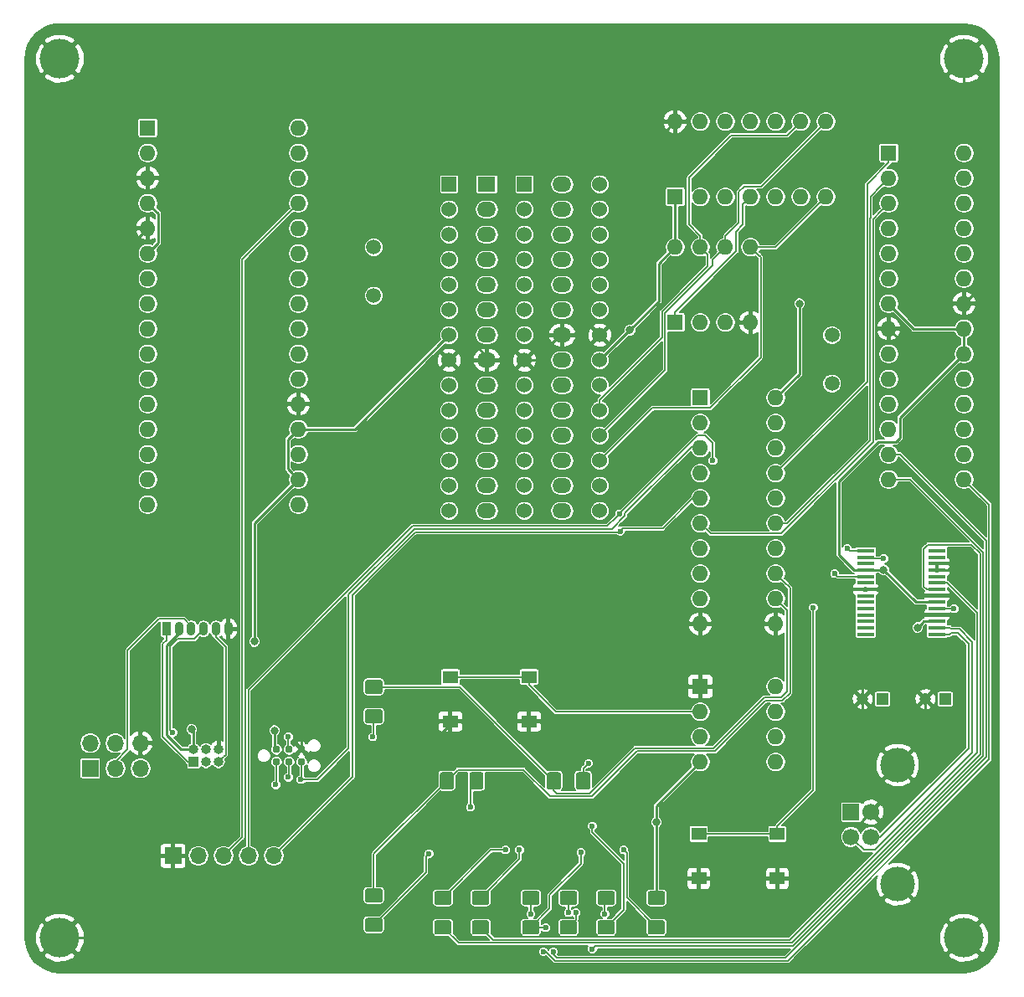
<source format=gbr>
G04 #@! TF.GenerationSoftware,KiCad,Pcbnew,(5.0.0)*
G04 #@! TF.CreationDate,2019-08-14T15:07:07-04:00*
G04 #@! TF.ProjectId,Multi Programmer,4D756C74692050726F6772616D6D6572,rev?*
G04 #@! TF.SameCoordinates,Original*
G04 #@! TF.FileFunction,Copper,L1,Top,Signal*
G04 #@! TF.FilePolarity,Positive*
%FSLAX46Y46*%
G04 Gerber Fmt 4.6, Leading zero omitted, Abs format (unit mm)*
G04 Created by KiCad (PCBNEW (5.0.0)) date 08/14/19 15:07:07*
%MOMM*%
%LPD*%
G01*
G04 APERTURE LIST*
G04 #@! TA.AperFunction,ComponentPad*
%ADD10C,1.500000*%
G04 #@! TD*
G04 #@! TA.AperFunction,ComponentPad*
%ADD11R,1.600000X1.600000*%
G04 #@! TD*
G04 #@! TA.AperFunction,ComponentPad*
%ADD12O,1.600000X1.600000*%
G04 #@! TD*
G04 #@! TA.AperFunction,Conductor*
%ADD13C,0.100000*%
G04 #@! TD*
G04 #@! TA.AperFunction,SMDPad,CuDef*
%ADD14C,1.425000*%
G04 #@! TD*
G04 #@! TA.AperFunction,ComponentPad*
%ADD15R,1.200000X1.200000*%
G04 #@! TD*
G04 #@! TA.AperFunction,ComponentPad*
%ADD16C,1.200000*%
G04 #@! TD*
G04 #@! TA.AperFunction,ComponentPad*
%ADD17R,1.700000X1.700000*%
G04 #@! TD*
G04 #@! TA.AperFunction,ComponentPad*
%ADD18O,1.700000X1.700000*%
G04 #@! TD*
G04 #@! TA.AperFunction,ConnectorPad*
%ADD19C,0.787400*%
G04 #@! TD*
G04 #@! TA.AperFunction,ComponentPad*
%ADD20R,0.900000X1.400000*%
G04 #@! TD*
G04 #@! TA.AperFunction,ComponentPad*
%ADD21O,0.900000X1.400000*%
G04 #@! TD*
G04 #@! TA.AperFunction,ComponentPad*
%ADD22R,1.000000X1.000000*%
G04 #@! TD*
G04 #@! TA.AperFunction,ComponentPad*
%ADD23O,1.000000X1.000000*%
G04 #@! TD*
G04 #@! TA.AperFunction,ComponentPad*
%ADD24R,1.800000X1.524000*%
G04 #@! TD*
G04 #@! TA.AperFunction,ComponentPad*
%ADD25O,1.900000X1.524000*%
G04 #@! TD*
G04 #@! TA.AperFunction,ComponentPad*
%ADD26R,1.524000X1.524000*%
G04 #@! TD*
G04 #@! TA.AperFunction,ComponentPad*
%ADD27C,1.524000*%
G04 #@! TD*
G04 #@! TA.AperFunction,ComponentPad*
%ADD28C,1.700000*%
G04 #@! TD*
G04 #@! TA.AperFunction,ComponentPad*
%ADD29C,3.500000*%
G04 #@! TD*
G04 #@! TA.AperFunction,SMDPad,CuDef*
%ADD30R,1.750000X0.450000*%
G04 #@! TD*
G04 #@! TA.AperFunction,SMDPad,CuDef*
%ADD31R,1.550000X1.300000*%
G04 #@! TD*
G04 #@! TA.AperFunction,ComponentPad*
%ADD32C,4.000000*%
G04 #@! TD*
G04 #@! TA.AperFunction,ViaPad*
%ADD33C,0.800000*%
G04 #@! TD*
G04 #@! TA.AperFunction,ViaPad*
%ADD34C,0.600000*%
G04 #@! TD*
G04 #@! TA.AperFunction,Conductor*
%ADD35C,0.250000*%
G04 #@! TD*
G04 #@! TA.AperFunction,Conductor*
%ADD36C,0.150000*%
G04 #@! TD*
G04 #@! TA.AperFunction,Conductor*
%ADD37C,0.200000*%
G04 #@! TD*
G04 APERTURE END LIST*
D10*
G04 #@! TO.P,Y2,1*
G04 #@! TO.N,/S_XTAL1*
X137160000Y-73660000D03*
G04 #@! TO.P,Y2,2*
G04 #@! TO.N,/S_XTAL2*
X137160000Y-78560000D03*
G04 #@! TD*
D11*
G04 #@! TO.P,SK4,1*
G04 #@! TO.N,VCC*
X167640000Y-68580000D03*
D12*
G04 #@! TO.P,SK4,8*
G04 #@! TO.N,/S_MISO*
X182880000Y-60960000D03*
G04 #@! TO.P,SK4,2*
G04 #@! TO.N,Net-(SK4-Pad2)*
X170180000Y-68580000D03*
G04 #@! TO.P,SK4,9*
G04 #@! TO.N,/S_SCK*
X180340000Y-60960000D03*
G04 #@! TO.P,SK4,3*
G04 #@! TO.N,Net-(SK4-Pad3)*
X172720000Y-68580000D03*
G04 #@! TO.P,SK4,10*
G04 #@! TO.N,Net-(SK4-Pad10)*
X177800000Y-60960000D03*
G04 #@! TO.P,SK4,4*
G04 #@! TO.N,/~SCK_RST*
X175260000Y-68580000D03*
G04 #@! TO.P,SK4,11*
G04 #@! TO.N,Net-(SK4-Pad11)*
X175260000Y-60960000D03*
G04 #@! TO.P,SK4,5*
G04 #@! TO.N,Net-(SK4-Pad5)*
X177800000Y-68580000D03*
G04 #@! TO.P,SK4,12*
G04 #@! TO.N,Net-(SK4-Pad12)*
X172720000Y-60960000D03*
G04 #@! TO.P,SK4,6*
G04 #@! TO.N,Net-(SK4-Pad6)*
X180340000Y-68580000D03*
G04 #@! TO.P,SK4,13*
G04 #@! TO.N,Net-(SK4-Pad13)*
X170180000Y-60960000D03*
G04 #@! TO.P,SK4,7*
G04 #@! TO.N,/S_MOSI*
X182880000Y-68580000D03*
G04 #@! TO.P,SK4,14*
G04 #@! TO.N,GND*
X167640000Y-60960000D03*
G04 #@! TD*
D11*
G04 #@! TO.P,SK3,1*
G04 #@! TO.N,/~SCK_RST*
X167640000Y-81280000D03*
D12*
G04 #@! TO.P,SK3,5*
G04 #@! TO.N,/S_MOSI*
X175260000Y-73660000D03*
G04 #@! TO.P,SK3,2*
G04 #@! TO.N,Net-(SK3-Pad2)*
X170180000Y-81280000D03*
G04 #@! TO.P,SK3,6*
G04 #@! TO.N,/S_MISO*
X172720000Y-73660000D03*
G04 #@! TO.P,SK3,3*
G04 #@! TO.N,Net-(SK3-Pad3)*
X172720000Y-81280000D03*
G04 #@! TO.P,SK3,7*
G04 #@! TO.N,/S_SCK*
X170180000Y-73660000D03*
G04 #@! TO.P,SK3,4*
G04 #@! TO.N,GND*
X175260000Y-81280000D03*
G04 #@! TO.P,SK3,8*
G04 #@! TO.N,VCC*
X167640000Y-73660000D03*
G04 #@! TD*
D13*
G04 #@! TO.N,Net-(D10-Pad2)*
G04 #@! TO.C,D10*
G36*
X144794504Y-138771204D02*
X144818773Y-138774804D01*
X144842571Y-138780765D01*
X144865671Y-138789030D01*
X144887849Y-138799520D01*
X144908893Y-138812133D01*
X144928598Y-138826747D01*
X144946777Y-138843223D01*
X144963253Y-138861402D01*
X144977867Y-138881107D01*
X144990480Y-138902151D01*
X145000970Y-138924329D01*
X145009235Y-138947429D01*
X145015196Y-138971227D01*
X145018796Y-138995496D01*
X145020000Y-139020000D01*
X145020000Y-139945000D01*
X145018796Y-139969504D01*
X145015196Y-139993773D01*
X145009235Y-140017571D01*
X145000970Y-140040671D01*
X144990480Y-140062849D01*
X144977867Y-140083893D01*
X144963253Y-140103598D01*
X144946777Y-140121777D01*
X144928598Y-140138253D01*
X144908893Y-140152867D01*
X144887849Y-140165480D01*
X144865671Y-140175970D01*
X144842571Y-140184235D01*
X144818773Y-140190196D01*
X144794504Y-140193796D01*
X144770000Y-140195000D01*
X143520000Y-140195000D01*
X143495496Y-140193796D01*
X143471227Y-140190196D01*
X143447429Y-140184235D01*
X143424329Y-140175970D01*
X143402151Y-140165480D01*
X143381107Y-140152867D01*
X143361402Y-140138253D01*
X143343223Y-140121777D01*
X143326747Y-140103598D01*
X143312133Y-140083893D01*
X143299520Y-140062849D01*
X143289030Y-140040671D01*
X143280765Y-140017571D01*
X143274804Y-139993773D01*
X143271204Y-139969504D01*
X143270000Y-139945000D01*
X143270000Y-139020000D01*
X143271204Y-138995496D01*
X143274804Y-138971227D01*
X143280765Y-138947429D01*
X143289030Y-138924329D01*
X143299520Y-138902151D01*
X143312133Y-138881107D01*
X143326747Y-138861402D01*
X143343223Y-138843223D01*
X143361402Y-138826747D01*
X143381107Y-138812133D01*
X143402151Y-138799520D01*
X143424329Y-138789030D01*
X143447429Y-138780765D01*
X143471227Y-138774804D01*
X143495496Y-138771204D01*
X143520000Y-138770000D01*
X144770000Y-138770000D01*
X144794504Y-138771204D01*
X144794504Y-138771204D01*
G37*
D14*
G04 #@! TD*
G04 #@! TO.P,D10,2*
G04 #@! TO.N,Net-(D10-Pad2)*
X144145000Y-139482500D03*
D13*
G04 #@! TO.N,/~RX_LED*
G04 #@! TO.C,D10*
G36*
X144794504Y-141746204D02*
X144818773Y-141749804D01*
X144842571Y-141755765D01*
X144865671Y-141764030D01*
X144887849Y-141774520D01*
X144908893Y-141787133D01*
X144928598Y-141801747D01*
X144946777Y-141818223D01*
X144963253Y-141836402D01*
X144977867Y-141856107D01*
X144990480Y-141877151D01*
X145000970Y-141899329D01*
X145009235Y-141922429D01*
X145015196Y-141946227D01*
X145018796Y-141970496D01*
X145020000Y-141995000D01*
X145020000Y-142920000D01*
X145018796Y-142944504D01*
X145015196Y-142968773D01*
X145009235Y-142992571D01*
X145000970Y-143015671D01*
X144990480Y-143037849D01*
X144977867Y-143058893D01*
X144963253Y-143078598D01*
X144946777Y-143096777D01*
X144928598Y-143113253D01*
X144908893Y-143127867D01*
X144887849Y-143140480D01*
X144865671Y-143150970D01*
X144842571Y-143159235D01*
X144818773Y-143165196D01*
X144794504Y-143168796D01*
X144770000Y-143170000D01*
X143520000Y-143170000D01*
X143495496Y-143168796D01*
X143471227Y-143165196D01*
X143447429Y-143159235D01*
X143424329Y-143150970D01*
X143402151Y-143140480D01*
X143381107Y-143127867D01*
X143361402Y-143113253D01*
X143343223Y-143096777D01*
X143326747Y-143078598D01*
X143312133Y-143058893D01*
X143299520Y-143037849D01*
X143289030Y-143015671D01*
X143280765Y-142992571D01*
X143274804Y-142968773D01*
X143271204Y-142944504D01*
X143270000Y-142920000D01*
X143270000Y-141995000D01*
X143271204Y-141970496D01*
X143274804Y-141946227D01*
X143280765Y-141922429D01*
X143289030Y-141899329D01*
X143299520Y-141877151D01*
X143312133Y-141856107D01*
X143326747Y-141836402D01*
X143343223Y-141818223D01*
X143361402Y-141801747D01*
X143381107Y-141787133D01*
X143402151Y-141774520D01*
X143424329Y-141764030D01*
X143447429Y-141755765D01*
X143471227Y-141749804D01*
X143495496Y-141746204D01*
X143520000Y-141745000D01*
X144770000Y-141745000D01*
X144794504Y-141746204D01*
X144794504Y-141746204D01*
G37*
D14*
G04 #@! TD*
G04 #@! TO.P,D10,1*
G04 #@! TO.N,/~RX_LED*
X144145000Y-142457500D03*
D13*
G04 #@! TO.N,/~TX_LED*
G04 #@! TO.C,D9*
G36*
X148604504Y-141746204D02*
X148628773Y-141749804D01*
X148652571Y-141755765D01*
X148675671Y-141764030D01*
X148697849Y-141774520D01*
X148718893Y-141787133D01*
X148738598Y-141801747D01*
X148756777Y-141818223D01*
X148773253Y-141836402D01*
X148787867Y-141856107D01*
X148800480Y-141877151D01*
X148810970Y-141899329D01*
X148819235Y-141922429D01*
X148825196Y-141946227D01*
X148828796Y-141970496D01*
X148830000Y-141995000D01*
X148830000Y-142920000D01*
X148828796Y-142944504D01*
X148825196Y-142968773D01*
X148819235Y-142992571D01*
X148810970Y-143015671D01*
X148800480Y-143037849D01*
X148787867Y-143058893D01*
X148773253Y-143078598D01*
X148756777Y-143096777D01*
X148738598Y-143113253D01*
X148718893Y-143127867D01*
X148697849Y-143140480D01*
X148675671Y-143150970D01*
X148652571Y-143159235D01*
X148628773Y-143165196D01*
X148604504Y-143168796D01*
X148580000Y-143170000D01*
X147330000Y-143170000D01*
X147305496Y-143168796D01*
X147281227Y-143165196D01*
X147257429Y-143159235D01*
X147234329Y-143150970D01*
X147212151Y-143140480D01*
X147191107Y-143127867D01*
X147171402Y-143113253D01*
X147153223Y-143096777D01*
X147136747Y-143078598D01*
X147122133Y-143058893D01*
X147109520Y-143037849D01*
X147099030Y-143015671D01*
X147090765Y-142992571D01*
X147084804Y-142968773D01*
X147081204Y-142944504D01*
X147080000Y-142920000D01*
X147080000Y-141995000D01*
X147081204Y-141970496D01*
X147084804Y-141946227D01*
X147090765Y-141922429D01*
X147099030Y-141899329D01*
X147109520Y-141877151D01*
X147122133Y-141856107D01*
X147136747Y-141836402D01*
X147153223Y-141818223D01*
X147171402Y-141801747D01*
X147191107Y-141787133D01*
X147212151Y-141774520D01*
X147234329Y-141764030D01*
X147257429Y-141755765D01*
X147281227Y-141749804D01*
X147305496Y-141746204D01*
X147330000Y-141745000D01*
X148580000Y-141745000D01*
X148604504Y-141746204D01*
X148604504Y-141746204D01*
G37*
D14*
G04 #@! TD*
G04 #@! TO.P,D9,1*
G04 #@! TO.N,/~TX_LED*
X147955000Y-142457500D03*
D13*
G04 #@! TO.N,Net-(D9-Pad2)*
G04 #@! TO.C,D9*
G36*
X148604504Y-138771204D02*
X148628773Y-138774804D01*
X148652571Y-138780765D01*
X148675671Y-138789030D01*
X148697849Y-138799520D01*
X148718893Y-138812133D01*
X148738598Y-138826747D01*
X148756777Y-138843223D01*
X148773253Y-138861402D01*
X148787867Y-138881107D01*
X148800480Y-138902151D01*
X148810970Y-138924329D01*
X148819235Y-138947429D01*
X148825196Y-138971227D01*
X148828796Y-138995496D01*
X148830000Y-139020000D01*
X148830000Y-139945000D01*
X148828796Y-139969504D01*
X148825196Y-139993773D01*
X148819235Y-140017571D01*
X148810970Y-140040671D01*
X148800480Y-140062849D01*
X148787867Y-140083893D01*
X148773253Y-140103598D01*
X148756777Y-140121777D01*
X148738598Y-140138253D01*
X148718893Y-140152867D01*
X148697849Y-140165480D01*
X148675671Y-140175970D01*
X148652571Y-140184235D01*
X148628773Y-140190196D01*
X148604504Y-140193796D01*
X148580000Y-140195000D01*
X147330000Y-140195000D01*
X147305496Y-140193796D01*
X147281227Y-140190196D01*
X147257429Y-140184235D01*
X147234329Y-140175970D01*
X147212151Y-140165480D01*
X147191107Y-140152867D01*
X147171402Y-140138253D01*
X147153223Y-140121777D01*
X147136747Y-140103598D01*
X147122133Y-140083893D01*
X147109520Y-140062849D01*
X147099030Y-140040671D01*
X147090765Y-140017571D01*
X147084804Y-139993773D01*
X147081204Y-139969504D01*
X147080000Y-139945000D01*
X147080000Y-139020000D01*
X147081204Y-138995496D01*
X147084804Y-138971227D01*
X147090765Y-138947429D01*
X147099030Y-138924329D01*
X147109520Y-138902151D01*
X147122133Y-138881107D01*
X147136747Y-138861402D01*
X147153223Y-138843223D01*
X147171402Y-138826747D01*
X147191107Y-138812133D01*
X147212151Y-138799520D01*
X147234329Y-138789030D01*
X147257429Y-138780765D01*
X147281227Y-138774804D01*
X147305496Y-138771204D01*
X147330000Y-138770000D01*
X148580000Y-138770000D01*
X148604504Y-138771204D01*
X148604504Y-138771204D01*
G37*
D14*
G04 #@! TD*
G04 #@! TO.P,D9,2*
G04 #@! TO.N,Net-(D9-Pad2)*
X147955000Y-139482500D03*
D13*
G04 #@! TO.N,/PRG_LED*
G04 #@! TO.C,D7*
G36*
X157494504Y-138771204D02*
X157518773Y-138774804D01*
X157542571Y-138780765D01*
X157565671Y-138789030D01*
X157587849Y-138799520D01*
X157608893Y-138812133D01*
X157628598Y-138826747D01*
X157646777Y-138843223D01*
X157663253Y-138861402D01*
X157677867Y-138881107D01*
X157690480Y-138902151D01*
X157700970Y-138924329D01*
X157709235Y-138947429D01*
X157715196Y-138971227D01*
X157718796Y-138995496D01*
X157720000Y-139020000D01*
X157720000Y-139945000D01*
X157718796Y-139969504D01*
X157715196Y-139993773D01*
X157709235Y-140017571D01*
X157700970Y-140040671D01*
X157690480Y-140062849D01*
X157677867Y-140083893D01*
X157663253Y-140103598D01*
X157646777Y-140121777D01*
X157628598Y-140138253D01*
X157608893Y-140152867D01*
X157587849Y-140165480D01*
X157565671Y-140175970D01*
X157542571Y-140184235D01*
X157518773Y-140190196D01*
X157494504Y-140193796D01*
X157470000Y-140195000D01*
X156220000Y-140195000D01*
X156195496Y-140193796D01*
X156171227Y-140190196D01*
X156147429Y-140184235D01*
X156124329Y-140175970D01*
X156102151Y-140165480D01*
X156081107Y-140152867D01*
X156061402Y-140138253D01*
X156043223Y-140121777D01*
X156026747Y-140103598D01*
X156012133Y-140083893D01*
X155999520Y-140062849D01*
X155989030Y-140040671D01*
X155980765Y-140017571D01*
X155974804Y-139993773D01*
X155971204Y-139969504D01*
X155970000Y-139945000D01*
X155970000Y-139020000D01*
X155971204Y-138995496D01*
X155974804Y-138971227D01*
X155980765Y-138947429D01*
X155989030Y-138924329D01*
X155999520Y-138902151D01*
X156012133Y-138881107D01*
X156026747Y-138861402D01*
X156043223Y-138843223D01*
X156061402Y-138826747D01*
X156081107Y-138812133D01*
X156102151Y-138799520D01*
X156124329Y-138789030D01*
X156147429Y-138780765D01*
X156171227Y-138774804D01*
X156195496Y-138771204D01*
X156220000Y-138770000D01*
X157470000Y-138770000D01*
X157494504Y-138771204D01*
X157494504Y-138771204D01*
G37*
D14*
G04 #@! TD*
G04 #@! TO.P,D7,2*
G04 #@! TO.N,/PRG_LED*
X156845000Y-139482500D03*
D13*
G04 #@! TO.N,Net-(D7-Pad1)*
G04 #@! TO.C,D7*
G36*
X157494504Y-141746204D02*
X157518773Y-141749804D01*
X157542571Y-141755765D01*
X157565671Y-141764030D01*
X157587849Y-141774520D01*
X157608893Y-141787133D01*
X157628598Y-141801747D01*
X157646777Y-141818223D01*
X157663253Y-141836402D01*
X157677867Y-141856107D01*
X157690480Y-141877151D01*
X157700970Y-141899329D01*
X157709235Y-141922429D01*
X157715196Y-141946227D01*
X157718796Y-141970496D01*
X157720000Y-141995000D01*
X157720000Y-142920000D01*
X157718796Y-142944504D01*
X157715196Y-142968773D01*
X157709235Y-142992571D01*
X157700970Y-143015671D01*
X157690480Y-143037849D01*
X157677867Y-143058893D01*
X157663253Y-143078598D01*
X157646777Y-143096777D01*
X157628598Y-143113253D01*
X157608893Y-143127867D01*
X157587849Y-143140480D01*
X157565671Y-143150970D01*
X157542571Y-143159235D01*
X157518773Y-143165196D01*
X157494504Y-143168796D01*
X157470000Y-143170000D01*
X156220000Y-143170000D01*
X156195496Y-143168796D01*
X156171227Y-143165196D01*
X156147429Y-143159235D01*
X156124329Y-143150970D01*
X156102151Y-143140480D01*
X156081107Y-143127867D01*
X156061402Y-143113253D01*
X156043223Y-143096777D01*
X156026747Y-143078598D01*
X156012133Y-143058893D01*
X155999520Y-143037849D01*
X155989030Y-143015671D01*
X155980765Y-142992571D01*
X155974804Y-142968773D01*
X155971204Y-142944504D01*
X155970000Y-142920000D01*
X155970000Y-141995000D01*
X155971204Y-141970496D01*
X155974804Y-141946227D01*
X155980765Y-141922429D01*
X155989030Y-141899329D01*
X155999520Y-141877151D01*
X156012133Y-141856107D01*
X156026747Y-141836402D01*
X156043223Y-141818223D01*
X156061402Y-141801747D01*
X156081107Y-141787133D01*
X156102151Y-141774520D01*
X156124329Y-141764030D01*
X156147429Y-141755765D01*
X156171227Y-141749804D01*
X156195496Y-141746204D01*
X156220000Y-141745000D01*
X157470000Y-141745000D01*
X157494504Y-141746204D01*
X157494504Y-141746204D01*
G37*
D14*
G04 #@! TD*
G04 #@! TO.P,D7,1*
G04 #@! TO.N,Net-(D7-Pad1)*
X156845000Y-142457500D03*
D13*
G04 #@! TO.N,Net-(D6-Pad1)*
G04 #@! TO.C,D6*
G36*
X161304504Y-141746204D02*
X161328773Y-141749804D01*
X161352571Y-141755765D01*
X161375671Y-141764030D01*
X161397849Y-141774520D01*
X161418893Y-141787133D01*
X161438598Y-141801747D01*
X161456777Y-141818223D01*
X161473253Y-141836402D01*
X161487867Y-141856107D01*
X161500480Y-141877151D01*
X161510970Y-141899329D01*
X161519235Y-141922429D01*
X161525196Y-141946227D01*
X161528796Y-141970496D01*
X161530000Y-141995000D01*
X161530000Y-142920000D01*
X161528796Y-142944504D01*
X161525196Y-142968773D01*
X161519235Y-142992571D01*
X161510970Y-143015671D01*
X161500480Y-143037849D01*
X161487867Y-143058893D01*
X161473253Y-143078598D01*
X161456777Y-143096777D01*
X161438598Y-143113253D01*
X161418893Y-143127867D01*
X161397849Y-143140480D01*
X161375671Y-143150970D01*
X161352571Y-143159235D01*
X161328773Y-143165196D01*
X161304504Y-143168796D01*
X161280000Y-143170000D01*
X160030000Y-143170000D01*
X160005496Y-143168796D01*
X159981227Y-143165196D01*
X159957429Y-143159235D01*
X159934329Y-143150970D01*
X159912151Y-143140480D01*
X159891107Y-143127867D01*
X159871402Y-143113253D01*
X159853223Y-143096777D01*
X159836747Y-143078598D01*
X159822133Y-143058893D01*
X159809520Y-143037849D01*
X159799030Y-143015671D01*
X159790765Y-142992571D01*
X159784804Y-142968773D01*
X159781204Y-142944504D01*
X159780000Y-142920000D01*
X159780000Y-141995000D01*
X159781204Y-141970496D01*
X159784804Y-141946227D01*
X159790765Y-141922429D01*
X159799030Y-141899329D01*
X159809520Y-141877151D01*
X159822133Y-141856107D01*
X159836747Y-141836402D01*
X159853223Y-141818223D01*
X159871402Y-141801747D01*
X159891107Y-141787133D01*
X159912151Y-141774520D01*
X159934329Y-141764030D01*
X159957429Y-141755765D01*
X159981227Y-141749804D01*
X160005496Y-141746204D01*
X160030000Y-141745000D01*
X161280000Y-141745000D01*
X161304504Y-141746204D01*
X161304504Y-141746204D01*
G37*
D14*
G04 #@! TD*
G04 #@! TO.P,D6,1*
G04 #@! TO.N,Net-(D6-Pad1)*
X160655000Y-142457500D03*
D13*
G04 #@! TO.N,/ERR_LED*
G04 #@! TO.C,D6*
G36*
X161304504Y-138771204D02*
X161328773Y-138774804D01*
X161352571Y-138780765D01*
X161375671Y-138789030D01*
X161397849Y-138799520D01*
X161418893Y-138812133D01*
X161438598Y-138826747D01*
X161456777Y-138843223D01*
X161473253Y-138861402D01*
X161487867Y-138881107D01*
X161500480Y-138902151D01*
X161510970Y-138924329D01*
X161519235Y-138947429D01*
X161525196Y-138971227D01*
X161528796Y-138995496D01*
X161530000Y-139020000D01*
X161530000Y-139945000D01*
X161528796Y-139969504D01*
X161525196Y-139993773D01*
X161519235Y-140017571D01*
X161510970Y-140040671D01*
X161500480Y-140062849D01*
X161487867Y-140083893D01*
X161473253Y-140103598D01*
X161456777Y-140121777D01*
X161438598Y-140138253D01*
X161418893Y-140152867D01*
X161397849Y-140165480D01*
X161375671Y-140175970D01*
X161352571Y-140184235D01*
X161328773Y-140190196D01*
X161304504Y-140193796D01*
X161280000Y-140195000D01*
X160030000Y-140195000D01*
X160005496Y-140193796D01*
X159981227Y-140190196D01*
X159957429Y-140184235D01*
X159934329Y-140175970D01*
X159912151Y-140165480D01*
X159891107Y-140152867D01*
X159871402Y-140138253D01*
X159853223Y-140121777D01*
X159836747Y-140103598D01*
X159822133Y-140083893D01*
X159809520Y-140062849D01*
X159799030Y-140040671D01*
X159790765Y-140017571D01*
X159784804Y-139993773D01*
X159781204Y-139969504D01*
X159780000Y-139945000D01*
X159780000Y-139020000D01*
X159781204Y-138995496D01*
X159784804Y-138971227D01*
X159790765Y-138947429D01*
X159799030Y-138924329D01*
X159809520Y-138902151D01*
X159822133Y-138881107D01*
X159836747Y-138861402D01*
X159853223Y-138843223D01*
X159871402Y-138826747D01*
X159891107Y-138812133D01*
X159912151Y-138799520D01*
X159934329Y-138789030D01*
X159957429Y-138780765D01*
X159981227Y-138774804D01*
X160005496Y-138771204D01*
X160030000Y-138770000D01*
X161280000Y-138770000D01*
X161304504Y-138771204D01*
X161304504Y-138771204D01*
G37*
D14*
G04 #@! TD*
G04 #@! TO.P,D6,2*
G04 #@! TO.N,/ERR_LED*
X160655000Y-139482500D03*
D13*
G04 #@! TO.N,/HB_LED*
G04 #@! TO.C,D5*
G36*
X153684504Y-138771204D02*
X153708773Y-138774804D01*
X153732571Y-138780765D01*
X153755671Y-138789030D01*
X153777849Y-138799520D01*
X153798893Y-138812133D01*
X153818598Y-138826747D01*
X153836777Y-138843223D01*
X153853253Y-138861402D01*
X153867867Y-138881107D01*
X153880480Y-138902151D01*
X153890970Y-138924329D01*
X153899235Y-138947429D01*
X153905196Y-138971227D01*
X153908796Y-138995496D01*
X153910000Y-139020000D01*
X153910000Y-139945000D01*
X153908796Y-139969504D01*
X153905196Y-139993773D01*
X153899235Y-140017571D01*
X153890970Y-140040671D01*
X153880480Y-140062849D01*
X153867867Y-140083893D01*
X153853253Y-140103598D01*
X153836777Y-140121777D01*
X153818598Y-140138253D01*
X153798893Y-140152867D01*
X153777849Y-140165480D01*
X153755671Y-140175970D01*
X153732571Y-140184235D01*
X153708773Y-140190196D01*
X153684504Y-140193796D01*
X153660000Y-140195000D01*
X152410000Y-140195000D01*
X152385496Y-140193796D01*
X152361227Y-140190196D01*
X152337429Y-140184235D01*
X152314329Y-140175970D01*
X152292151Y-140165480D01*
X152271107Y-140152867D01*
X152251402Y-140138253D01*
X152233223Y-140121777D01*
X152216747Y-140103598D01*
X152202133Y-140083893D01*
X152189520Y-140062849D01*
X152179030Y-140040671D01*
X152170765Y-140017571D01*
X152164804Y-139993773D01*
X152161204Y-139969504D01*
X152160000Y-139945000D01*
X152160000Y-139020000D01*
X152161204Y-138995496D01*
X152164804Y-138971227D01*
X152170765Y-138947429D01*
X152179030Y-138924329D01*
X152189520Y-138902151D01*
X152202133Y-138881107D01*
X152216747Y-138861402D01*
X152233223Y-138843223D01*
X152251402Y-138826747D01*
X152271107Y-138812133D01*
X152292151Y-138799520D01*
X152314329Y-138789030D01*
X152337429Y-138780765D01*
X152361227Y-138774804D01*
X152385496Y-138771204D01*
X152410000Y-138770000D01*
X153660000Y-138770000D01*
X153684504Y-138771204D01*
X153684504Y-138771204D01*
G37*
D14*
G04 #@! TD*
G04 #@! TO.P,D5,2*
G04 #@! TO.N,/HB_LED*
X153035000Y-139482500D03*
D13*
G04 #@! TO.N,Net-(D5-Pad1)*
G04 #@! TO.C,D5*
G36*
X153684504Y-141746204D02*
X153708773Y-141749804D01*
X153732571Y-141755765D01*
X153755671Y-141764030D01*
X153777849Y-141774520D01*
X153798893Y-141787133D01*
X153818598Y-141801747D01*
X153836777Y-141818223D01*
X153853253Y-141836402D01*
X153867867Y-141856107D01*
X153880480Y-141877151D01*
X153890970Y-141899329D01*
X153899235Y-141922429D01*
X153905196Y-141946227D01*
X153908796Y-141970496D01*
X153910000Y-141995000D01*
X153910000Y-142920000D01*
X153908796Y-142944504D01*
X153905196Y-142968773D01*
X153899235Y-142992571D01*
X153890970Y-143015671D01*
X153880480Y-143037849D01*
X153867867Y-143058893D01*
X153853253Y-143078598D01*
X153836777Y-143096777D01*
X153818598Y-143113253D01*
X153798893Y-143127867D01*
X153777849Y-143140480D01*
X153755671Y-143150970D01*
X153732571Y-143159235D01*
X153708773Y-143165196D01*
X153684504Y-143168796D01*
X153660000Y-143170000D01*
X152410000Y-143170000D01*
X152385496Y-143168796D01*
X152361227Y-143165196D01*
X152337429Y-143159235D01*
X152314329Y-143150970D01*
X152292151Y-143140480D01*
X152271107Y-143127867D01*
X152251402Y-143113253D01*
X152233223Y-143096777D01*
X152216747Y-143078598D01*
X152202133Y-143058893D01*
X152189520Y-143037849D01*
X152179030Y-143015671D01*
X152170765Y-142992571D01*
X152164804Y-142968773D01*
X152161204Y-142944504D01*
X152160000Y-142920000D01*
X152160000Y-141995000D01*
X152161204Y-141970496D01*
X152164804Y-141946227D01*
X152170765Y-141922429D01*
X152179030Y-141899329D01*
X152189520Y-141877151D01*
X152202133Y-141856107D01*
X152216747Y-141836402D01*
X152233223Y-141818223D01*
X152251402Y-141801747D01*
X152271107Y-141787133D01*
X152292151Y-141774520D01*
X152314329Y-141764030D01*
X152337429Y-141755765D01*
X152361227Y-141749804D01*
X152385496Y-141746204D01*
X152410000Y-141745000D01*
X153660000Y-141745000D01*
X153684504Y-141746204D01*
X153684504Y-141746204D01*
G37*
D14*
G04 #@! TD*
G04 #@! TO.P,D5,1*
G04 #@! TO.N,Net-(D5-Pad1)*
X153035000Y-142457500D03*
D13*
G04 #@! TO.N,Net-(D4-Pad1)*
G04 #@! TO.C,D4*
G36*
X137809504Y-141491202D02*
X137833773Y-141494802D01*
X137857571Y-141500763D01*
X137880671Y-141509028D01*
X137902849Y-141519518D01*
X137923893Y-141532131D01*
X137943598Y-141546745D01*
X137961777Y-141563221D01*
X137978253Y-141581400D01*
X137992867Y-141601105D01*
X138005480Y-141622149D01*
X138015970Y-141644327D01*
X138024235Y-141667427D01*
X138030196Y-141691225D01*
X138033796Y-141715494D01*
X138035000Y-141739998D01*
X138035000Y-142664998D01*
X138033796Y-142689502D01*
X138030196Y-142713771D01*
X138024235Y-142737569D01*
X138015970Y-142760669D01*
X138005480Y-142782847D01*
X137992867Y-142803891D01*
X137978253Y-142823596D01*
X137961777Y-142841775D01*
X137943598Y-142858251D01*
X137923893Y-142872865D01*
X137902849Y-142885478D01*
X137880671Y-142895968D01*
X137857571Y-142904233D01*
X137833773Y-142910194D01*
X137809504Y-142913794D01*
X137785000Y-142914998D01*
X136535000Y-142914998D01*
X136510496Y-142913794D01*
X136486227Y-142910194D01*
X136462429Y-142904233D01*
X136439329Y-142895968D01*
X136417151Y-142885478D01*
X136396107Y-142872865D01*
X136376402Y-142858251D01*
X136358223Y-142841775D01*
X136341747Y-142823596D01*
X136327133Y-142803891D01*
X136314520Y-142782847D01*
X136304030Y-142760669D01*
X136295765Y-142737569D01*
X136289804Y-142713771D01*
X136286204Y-142689502D01*
X136285000Y-142664998D01*
X136285000Y-141739998D01*
X136286204Y-141715494D01*
X136289804Y-141691225D01*
X136295765Y-141667427D01*
X136304030Y-141644327D01*
X136314520Y-141622149D01*
X136327133Y-141601105D01*
X136341747Y-141581400D01*
X136358223Y-141563221D01*
X136376402Y-141546745D01*
X136396107Y-141532131D01*
X136417151Y-141519518D01*
X136439329Y-141509028D01*
X136462429Y-141500763D01*
X136486227Y-141494802D01*
X136510496Y-141491202D01*
X136535000Y-141489998D01*
X137785000Y-141489998D01*
X137809504Y-141491202D01*
X137809504Y-141491202D01*
G37*
D14*
G04 #@! TD*
G04 #@! TO.P,D4,1*
G04 #@! TO.N,Net-(D4-Pad1)*
X137160000Y-142202498D03*
D13*
G04 #@! TO.N,/SERIAL_LED*
G04 #@! TO.C,D4*
G36*
X137809504Y-138516202D02*
X137833773Y-138519802D01*
X137857571Y-138525763D01*
X137880671Y-138534028D01*
X137902849Y-138544518D01*
X137923893Y-138557131D01*
X137943598Y-138571745D01*
X137961777Y-138588221D01*
X137978253Y-138606400D01*
X137992867Y-138626105D01*
X138005480Y-138647149D01*
X138015970Y-138669327D01*
X138024235Y-138692427D01*
X138030196Y-138716225D01*
X138033796Y-138740494D01*
X138035000Y-138764998D01*
X138035000Y-139689998D01*
X138033796Y-139714502D01*
X138030196Y-139738771D01*
X138024235Y-139762569D01*
X138015970Y-139785669D01*
X138005480Y-139807847D01*
X137992867Y-139828891D01*
X137978253Y-139848596D01*
X137961777Y-139866775D01*
X137943598Y-139883251D01*
X137923893Y-139897865D01*
X137902849Y-139910478D01*
X137880671Y-139920968D01*
X137857571Y-139929233D01*
X137833773Y-139935194D01*
X137809504Y-139938794D01*
X137785000Y-139939998D01*
X136535000Y-139939998D01*
X136510496Y-139938794D01*
X136486227Y-139935194D01*
X136462429Y-139929233D01*
X136439329Y-139920968D01*
X136417151Y-139910478D01*
X136396107Y-139897865D01*
X136376402Y-139883251D01*
X136358223Y-139866775D01*
X136341747Y-139848596D01*
X136327133Y-139828891D01*
X136314520Y-139807847D01*
X136304030Y-139785669D01*
X136295765Y-139762569D01*
X136289804Y-139738771D01*
X136286204Y-139714502D01*
X136285000Y-139689998D01*
X136285000Y-138764998D01*
X136286204Y-138740494D01*
X136289804Y-138716225D01*
X136295765Y-138692427D01*
X136304030Y-138669327D01*
X136314520Y-138647149D01*
X136327133Y-138626105D01*
X136341747Y-138606400D01*
X136358223Y-138588221D01*
X136376402Y-138571745D01*
X136396107Y-138557131D01*
X136417151Y-138544518D01*
X136439329Y-138534028D01*
X136462429Y-138525763D01*
X136486227Y-138519802D01*
X136510496Y-138516202D01*
X136535000Y-138514998D01*
X137785000Y-138514998D01*
X137809504Y-138516202D01*
X137809504Y-138516202D01*
G37*
D14*
G04 #@! TD*
G04 #@! TO.P,D4,2*
G04 #@! TO.N,/SERIAL_LED*
X137160000Y-139227498D03*
D13*
G04 #@! TO.N,VCC*
G04 #@! TO.C,D8*
G36*
X166384504Y-138771204D02*
X166408773Y-138774804D01*
X166432571Y-138780765D01*
X166455671Y-138789030D01*
X166477849Y-138799520D01*
X166498893Y-138812133D01*
X166518598Y-138826747D01*
X166536777Y-138843223D01*
X166553253Y-138861402D01*
X166567867Y-138881107D01*
X166580480Y-138902151D01*
X166590970Y-138924329D01*
X166599235Y-138947429D01*
X166605196Y-138971227D01*
X166608796Y-138995496D01*
X166610000Y-139020000D01*
X166610000Y-139945000D01*
X166608796Y-139969504D01*
X166605196Y-139993773D01*
X166599235Y-140017571D01*
X166590970Y-140040671D01*
X166580480Y-140062849D01*
X166567867Y-140083893D01*
X166553253Y-140103598D01*
X166536777Y-140121777D01*
X166518598Y-140138253D01*
X166498893Y-140152867D01*
X166477849Y-140165480D01*
X166455671Y-140175970D01*
X166432571Y-140184235D01*
X166408773Y-140190196D01*
X166384504Y-140193796D01*
X166360000Y-140195000D01*
X165110000Y-140195000D01*
X165085496Y-140193796D01*
X165061227Y-140190196D01*
X165037429Y-140184235D01*
X165014329Y-140175970D01*
X164992151Y-140165480D01*
X164971107Y-140152867D01*
X164951402Y-140138253D01*
X164933223Y-140121777D01*
X164916747Y-140103598D01*
X164902133Y-140083893D01*
X164889520Y-140062849D01*
X164879030Y-140040671D01*
X164870765Y-140017571D01*
X164864804Y-139993773D01*
X164861204Y-139969504D01*
X164860000Y-139945000D01*
X164860000Y-139020000D01*
X164861204Y-138995496D01*
X164864804Y-138971227D01*
X164870765Y-138947429D01*
X164879030Y-138924329D01*
X164889520Y-138902151D01*
X164902133Y-138881107D01*
X164916747Y-138861402D01*
X164933223Y-138843223D01*
X164951402Y-138826747D01*
X164971107Y-138812133D01*
X164992151Y-138799520D01*
X165014329Y-138789030D01*
X165037429Y-138780765D01*
X165061227Y-138774804D01*
X165085496Y-138771204D01*
X165110000Y-138770000D01*
X166360000Y-138770000D01*
X166384504Y-138771204D01*
X166384504Y-138771204D01*
G37*
D14*
G04 #@! TD*
G04 #@! TO.P,D8,2*
G04 #@! TO.N,VCC*
X165735000Y-139482500D03*
D13*
G04 #@! TO.N,Net-(D8-Pad1)*
G04 #@! TO.C,D8*
G36*
X166384504Y-141746204D02*
X166408773Y-141749804D01*
X166432571Y-141755765D01*
X166455671Y-141764030D01*
X166477849Y-141774520D01*
X166498893Y-141787133D01*
X166518598Y-141801747D01*
X166536777Y-141818223D01*
X166553253Y-141836402D01*
X166567867Y-141856107D01*
X166580480Y-141877151D01*
X166590970Y-141899329D01*
X166599235Y-141922429D01*
X166605196Y-141946227D01*
X166608796Y-141970496D01*
X166610000Y-141995000D01*
X166610000Y-142920000D01*
X166608796Y-142944504D01*
X166605196Y-142968773D01*
X166599235Y-142992571D01*
X166590970Y-143015671D01*
X166580480Y-143037849D01*
X166567867Y-143058893D01*
X166553253Y-143078598D01*
X166536777Y-143096777D01*
X166518598Y-143113253D01*
X166498893Y-143127867D01*
X166477849Y-143140480D01*
X166455671Y-143150970D01*
X166432571Y-143159235D01*
X166408773Y-143165196D01*
X166384504Y-143168796D01*
X166360000Y-143170000D01*
X165110000Y-143170000D01*
X165085496Y-143168796D01*
X165061227Y-143165196D01*
X165037429Y-143159235D01*
X165014329Y-143150970D01*
X164992151Y-143140480D01*
X164971107Y-143127867D01*
X164951402Y-143113253D01*
X164933223Y-143096777D01*
X164916747Y-143078598D01*
X164902133Y-143058893D01*
X164889520Y-143037849D01*
X164879030Y-143015671D01*
X164870765Y-142992571D01*
X164864804Y-142968773D01*
X164861204Y-142944504D01*
X164860000Y-142920000D01*
X164860000Y-141995000D01*
X164861204Y-141970496D01*
X164864804Y-141946227D01*
X164870765Y-141922429D01*
X164879030Y-141899329D01*
X164889520Y-141877151D01*
X164902133Y-141856107D01*
X164916747Y-141836402D01*
X164933223Y-141818223D01*
X164951402Y-141801747D01*
X164971107Y-141787133D01*
X164992151Y-141774520D01*
X165014329Y-141764030D01*
X165037429Y-141755765D01*
X165061227Y-141749804D01*
X165085496Y-141746204D01*
X165110000Y-141745000D01*
X166360000Y-141745000D01*
X166384504Y-141746204D01*
X166384504Y-141746204D01*
G37*
D14*
G04 #@! TD*
G04 #@! TO.P,D8,1*
G04 #@! TO.N,Net-(D8-Pad1)*
X165735000Y-142457500D03*
D13*
G04 #@! TO.N,Net-(D2-Pad1)*
G04 #@! TO.C,D2*
G36*
X137809504Y-120401204D02*
X137833773Y-120404804D01*
X137857571Y-120410765D01*
X137880671Y-120419030D01*
X137902849Y-120429520D01*
X137923893Y-120442133D01*
X137943598Y-120456747D01*
X137961777Y-120473223D01*
X137978253Y-120491402D01*
X137992867Y-120511107D01*
X138005480Y-120532151D01*
X138015970Y-120554329D01*
X138024235Y-120577429D01*
X138030196Y-120601227D01*
X138033796Y-120625496D01*
X138035000Y-120650000D01*
X138035000Y-121575000D01*
X138033796Y-121599504D01*
X138030196Y-121623773D01*
X138024235Y-121647571D01*
X138015970Y-121670671D01*
X138005480Y-121692849D01*
X137992867Y-121713893D01*
X137978253Y-121733598D01*
X137961777Y-121751777D01*
X137943598Y-121768253D01*
X137923893Y-121782867D01*
X137902849Y-121795480D01*
X137880671Y-121805970D01*
X137857571Y-121814235D01*
X137833773Y-121820196D01*
X137809504Y-121823796D01*
X137785000Y-121825000D01*
X136535000Y-121825000D01*
X136510496Y-121823796D01*
X136486227Y-121820196D01*
X136462429Y-121814235D01*
X136439329Y-121805970D01*
X136417151Y-121795480D01*
X136396107Y-121782867D01*
X136376402Y-121768253D01*
X136358223Y-121751777D01*
X136341747Y-121733598D01*
X136327133Y-121713893D01*
X136314520Y-121692849D01*
X136304030Y-121670671D01*
X136295765Y-121647571D01*
X136289804Y-121623773D01*
X136286204Y-121599504D01*
X136285000Y-121575000D01*
X136285000Y-120650000D01*
X136286204Y-120625496D01*
X136289804Y-120601227D01*
X136295765Y-120577429D01*
X136304030Y-120554329D01*
X136314520Y-120532151D01*
X136327133Y-120511107D01*
X136341747Y-120491402D01*
X136358223Y-120473223D01*
X136376402Y-120456747D01*
X136396107Y-120442133D01*
X136417151Y-120429520D01*
X136439329Y-120419030D01*
X136462429Y-120410765D01*
X136486227Y-120404804D01*
X136510496Y-120401204D01*
X136535000Y-120400000D01*
X137785000Y-120400000D01*
X137809504Y-120401204D01*
X137809504Y-120401204D01*
G37*
D14*
G04 #@! TD*
G04 #@! TO.P,D2,1*
G04 #@! TO.N,Net-(D2-Pad1)*
X137160000Y-121112500D03*
D13*
G04 #@! TO.N,/ICSP_LED*
G04 #@! TO.C,D2*
G36*
X137809504Y-117426204D02*
X137833773Y-117429804D01*
X137857571Y-117435765D01*
X137880671Y-117444030D01*
X137902849Y-117454520D01*
X137923893Y-117467133D01*
X137943598Y-117481747D01*
X137961777Y-117498223D01*
X137978253Y-117516402D01*
X137992867Y-117536107D01*
X138005480Y-117557151D01*
X138015970Y-117579329D01*
X138024235Y-117602429D01*
X138030196Y-117626227D01*
X138033796Y-117650496D01*
X138035000Y-117675000D01*
X138035000Y-118600000D01*
X138033796Y-118624504D01*
X138030196Y-118648773D01*
X138024235Y-118672571D01*
X138015970Y-118695671D01*
X138005480Y-118717849D01*
X137992867Y-118738893D01*
X137978253Y-118758598D01*
X137961777Y-118776777D01*
X137943598Y-118793253D01*
X137923893Y-118807867D01*
X137902849Y-118820480D01*
X137880671Y-118830970D01*
X137857571Y-118839235D01*
X137833773Y-118845196D01*
X137809504Y-118848796D01*
X137785000Y-118850000D01*
X136535000Y-118850000D01*
X136510496Y-118848796D01*
X136486227Y-118845196D01*
X136462429Y-118839235D01*
X136439329Y-118830970D01*
X136417151Y-118820480D01*
X136396107Y-118807867D01*
X136376402Y-118793253D01*
X136358223Y-118776777D01*
X136341747Y-118758598D01*
X136327133Y-118738893D01*
X136314520Y-118717849D01*
X136304030Y-118695671D01*
X136295765Y-118672571D01*
X136289804Y-118648773D01*
X136286204Y-118624504D01*
X136285000Y-118600000D01*
X136285000Y-117675000D01*
X136286204Y-117650496D01*
X136289804Y-117626227D01*
X136295765Y-117602429D01*
X136304030Y-117579329D01*
X136314520Y-117557151D01*
X136327133Y-117536107D01*
X136341747Y-117516402D01*
X136358223Y-117498223D01*
X136376402Y-117481747D01*
X136396107Y-117467133D01*
X136417151Y-117454520D01*
X136439329Y-117444030D01*
X136462429Y-117435765D01*
X136486227Y-117429804D01*
X136510496Y-117426204D01*
X136535000Y-117425000D01*
X137785000Y-117425000D01*
X137809504Y-117426204D01*
X137809504Y-117426204D01*
G37*
D14*
G04 #@! TD*
G04 #@! TO.P,D2,2*
G04 #@! TO.N,/ICSP_LED*
X137160000Y-118137500D03*
D13*
G04 #@! TO.N,/SERIAL_LED*
G04 #@! TO.C,D3*
G36*
X145049504Y-126761204D02*
X145073773Y-126764804D01*
X145097571Y-126770765D01*
X145120671Y-126779030D01*
X145142849Y-126789520D01*
X145163893Y-126802133D01*
X145183598Y-126816747D01*
X145201777Y-126833223D01*
X145218253Y-126851402D01*
X145232867Y-126871107D01*
X145245480Y-126892151D01*
X145255970Y-126914329D01*
X145264235Y-126937429D01*
X145270196Y-126961227D01*
X145273796Y-126985496D01*
X145275000Y-127010000D01*
X145275000Y-128260000D01*
X145273796Y-128284504D01*
X145270196Y-128308773D01*
X145264235Y-128332571D01*
X145255970Y-128355671D01*
X145245480Y-128377849D01*
X145232867Y-128398893D01*
X145218253Y-128418598D01*
X145201777Y-128436777D01*
X145183598Y-128453253D01*
X145163893Y-128467867D01*
X145142849Y-128480480D01*
X145120671Y-128490970D01*
X145097571Y-128499235D01*
X145073773Y-128505196D01*
X145049504Y-128508796D01*
X145025000Y-128510000D01*
X144100000Y-128510000D01*
X144075496Y-128508796D01*
X144051227Y-128505196D01*
X144027429Y-128499235D01*
X144004329Y-128490970D01*
X143982151Y-128480480D01*
X143961107Y-128467867D01*
X143941402Y-128453253D01*
X143923223Y-128436777D01*
X143906747Y-128418598D01*
X143892133Y-128398893D01*
X143879520Y-128377849D01*
X143869030Y-128355671D01*
X143860765Y-128332571D01*
X143854804Y-128308773D01*
X143851204Y-128284504D01*
X143850000Y-128260000D01*
X143850000Y-127010000D01*
X143851204Y-126985496D01*
X143854804Y-126961227D01*
X143860765Y-126937429D01*
X143869030Y-126914329D01*
X143879520Y-126892151D01*
X143892133Y-126871107D01*
X143906747Y-126851402D01*
X143923223Y-126833223D01*
X143941402Y-126816747D01*
X143961107Y-126802133D01*
X143982151Y-126789520D01*
X144004329Y-126779030D01*
X144027429Y-126770765D01*
X144051227Y-126764804D01*
X144075496Y-126761204D01*
X144100000Y-126760000D01*
X145025000Y-126760000D01*
X145049504Y-126761204D01*
X145049504Y-126761204D01*
G37*
D14*
G04 #@! TD*
G04 #@! TO.P,D3,2*
G04 #@! TO.N,/SERIAL_LED*
X144562500Y-127635000D03*
D13*
G04 #@! TO.N,Net-(D3-Pad1)*
G04 #@! TO.C,D3*
G36*
X148024504Y-126761204D02*
X148048773Y-126764804D01*
X148072571Y-126770765D01*
X148095671Y-126779030D01*
X148117849Y-126789520D01*
X148138893Y-126802133D01*
X148158598Y-126816747D01*
X148176777Y-126833223D01*
X148193253Y-126851402D01*
X148207867Y-126871107D01*
X148220480Y-126892151D01*
X148230970Y-126914329D01*
X148239235Y-126937429D01*
X148245196Y-126961227D01*
X148248796Y-126985496D01*
X148250000Y-127010000D01*
X148250000Y-128260000D01*
X148248796Y-128284504D01*
X148245196Y-128308773D01*
X148239235Y-128332571D01*
X148230970Y-128355671D01*
X148220480Y-128377849D01*
X148207867Y-128398893D01*
X148193253Y-128418598D01*
X148176777Y-128436777D01*
X148158598Y-128453253D01*
X148138893Y-128467867D01*
X148117849Y-128480480D01*
X148095671Y-128490970D01*
X148072571Y-128499235D01*
X148048773Y-128505196D01*
X148024504Y-128508796D01*
X148000000Y-128510000D01*
X147075000Y-128510000D01*
X147050496Y-128508796D01*
X147026227Y-128505196D01*
X147002429Y-128499235D01*
X146979329Y-128490970D01*
X146957151Y-128480480D01*
X146936107Y-128467867D01*
X146916402Y-128453253D01*
X146898223Y-128436777D01*
X146881747Y-128418598D01*
X146867133Y-128398893D01*
X146854520Y-128377849D01*
X146844030Y-128355671D01*
X146835765Y-128332571D01*
X146829804Y-128308773D01*
X146826204Y-128284504D01*
X146825000Y-128260000D01*
X146825000Y-127010000D01*
X146826204Y-126985496D01*
X146829804Y-126961227D01*
X146835765Y-126937429D01*
X146844030Y-126914329D01*
X146854520Y-126892151D01*
X146867133Y-126871107D01*
X146881747Y-126851402D01*
X146898223Y-126833223D01*
X146916402Y-126816747D01*
X146936107Y-126802133D01*
X146957151Y-126789520D01*
X146979329Y-126779030D01*
X147002429Y-126770765D01*
X147026227Y-126764804D01*
X147050496Y-126761204D01*
X147075000Y-126760000D01*
X148000000Y-126760000D01*
X148024504Y-126761204D01*
X148024504Y-126761204D01*
G37*
D14*
G04 #@! TD*
G04 #@! TO.P,D3,1*
G04 #@! TO.N,Net-(D3-Pad1)*
X147537500Y-127635000D03*
D13*
G04 #@! TO.N,Net-(D1-Pad1)*
G04 #@! TO.C,D1*
G36*
X158819504Y-126761204D02*
X158843773Y-126764804D01*
X158867571Y-126770765D01*
X158890671Y-126779030D01*
X158912849Y-126789520D01*
X158933893Y-126802133D01*
X158953598Y-126816747D01*
X158971777Y-126833223D01*
X158988253Y-126851402D01*
X159002867Y-126871107D01*
X159015480Y-126892151D01*
X159025970Y-126914329D01*
X159034235Y-126937429D01*
X159040196Y-126961227D01*
X159043796Y-126985496D01*
X159045000Y-127010000D01*
X159045000Y-128260000D01*
X159043796Y-128284504D01*
X159040196Y-128308773D01*
X159034235Y-128332571D01*
X159025970Y-128355671D01*
X159015480Y-128377849D01*
X159002867Y-128398893D01*
X158988253Y-128418598D01*
X158971777Y-128436777D01*
X158953598Y-128453253D01*
X158933893Y-128467867D01*
X158912849Y-128480480D01*
X158890671Y-128490970D01*
X158867571Y-128499235D01*
X158843773Y-128505196D01*
X158819504Y-128508796D01*
X158795000Y-128510000D01*
X157870000Y-128510000D01*
X157845496Y-128508796D01*
X157821227Y-128505196D01*
X157797429Y-128499235D01*
X157774329Y-128490970D01*
X157752151Y-128480480D01*
X157731107Y-128467867D01*
X157711402Y-128453253D01*
X157693223Y-128436777D01*
X157676747Y-128418598D01*
X157662133Y-128398893D01*
X157649520Y-128377849D01*
X157639030Y-128355671D01*
X157630765Y-128332571D01*
X157624804Y-128308773D01*
X157621204Y-128284504D01*
X157620000Y-128260000D01*
X157620000Y-127010000D01*
X157621204Y-126985496D01*
X157624804Y-126961227D01*
X157630765Y-126937429D01*
X157639030Y-126914329D01*
X157649520Y-126892151D01*
X157662133Y-126871107D01*
X157676747Y-126851402D01*
X157693223Y-126833223D01*
X157711402Y-126816747D01*
X157731107Y-126802133D01*
X157752151Y-126789520D01*
X157774329Y-126779030D01*
X157797429Y-126770765D01*
X157821227Y-126764804D01*
X157845496Y-126761204D01*
X157870000Y-126760000D01*
X158795000Y-126760000D01*
X158819504Y-126761204D01*
X158819504Y-126761204D01*
G37*
D14*
G04 #@! TD*
G04 #@! TO.P,D1,1*
G04 #@! TO.N,Net-(D1-Pad1)*
X158332500Y-127635000D03*
D13*
G04 #@! TO.N,/ICSP_LED*
G04 #@! TO.C,D1*
G36*
X155844504Y-126761204D02*
X155868773Y-126764804D01*
X155892571Y-126770765D01*
X155915671Y-126779030D01*
X155937849Y-126789520D01*
X155958893Y-126802133D01*
X155978598Y-126816747D01*
X155996777Y-126833223D01*
X156013253Y-126851402D01*
X156027867Y-126871107D01*
X156040480Y-126892151D01*
X156050970Y-126914329D01*
X156059235Y-126937429D01*
X156065196Y-126961227D01*
X156068796Y-126985496D01*
X156070000Y-127010000D01*
X156070000Y-128260000D01*
X156068796Y-128284504D01*
X156065196Y-128308773D01*
X156059235Y-128332571D01*
X156050970Y-128355671D01*
X156040480Y-128377849D01*
X156027867Y-128398893D01*
X156013253Y-128418598D01*
X155996777Y-128436777D01*
X155978598Y-128453253D01*
X155958893Y-128467867D01*
X155937849Y-128480480D01*
X155915671Y-128490970D01*
X155892571Y-128499235D01*
X155868773Y-128505196D01*
X155844504Y-128508796D01*
X155820000Y-128510000D01*
X154895000Y-128510000D01*
X154870496Y-128508796D01*
X154846227Y-128505196D01*
X154822429Y-128499235D01*
X154799329Y-128490970D01*
X154777151Y-128480480D01*
X154756107Y-128467867D01*
X154736402Y-128453253D01*
X154718223Y-128436777D01*
X154701747Y-128418598D01*
X154687133Y-128398893D01*
X154674520Y-128377849D01*
X154664030Y-128355671D01*
X154655765Y-128332571D01*
X154649804Y-128308773D01*
X154646204Y-128284504D01*
X154645000Y-128260000D01*
X154645000Y-127010000D01*
X154646204Y-126985496D01*
X154649804Y-126961227D01*
X154655765Y-126937429D01*
X154664030Y-126914329D01*
X154674520Y-126892151D01*
X154687133Y-126871107D01*
X154701747Y-126851402D01*
X154718223Y-126833223D01*
X154736402Y-126816747D01*
X154756107Y-126802133D01*
X154777151Y-126789520D01*
X154799329Y-126779030D01*
X154822429Y-126770765D01*
X154846227Y-126764804D01*
X154870496Y-126761204D01*
X154895000Y-126760000D01*
X155820000Y-126760000D01*
X155844504Y-126761204D01*
X155844504Y-126761204D01*
G37*
D14*
G04 #@! TD*
G04 #@! TO.P,D1,2*
G04 #@! TO.N,/ICSP_LED*
X155357500Y-127635000D03*
D15*
G04 #@! TO.P,C16,1*
G04 #@! TO.N,Net-(C16-Pad1)*
X194945000Y-119380000D03*
D16*
G04 #@! TO.P,C16,2*
G04 #@! TO.N,GND*
X192945000Y-119380000D03*
G04 #@! TD*
D11*
G04 #@! TO.P,U4,1*
G04 #@! TO.N,GND*
X170180000Y-118110000D03*
D12*
G04 #@! TO.P,U4,5*
G04 #@! TO.N,Net-(C10-Pad2)*
X177800000Y-125730000D03*
G04 #@! TO.P,U4,2*
G04 #@! TO.N,Net-(R6-Pad1)*
X170180000Y-120650000D03*
G04 #@! TO.P,U4,6*
G04 #@! TO.N,Net-(C16-Pad1)*
X177800000Y-123190000D03*
G04 #@! TO.P,U4,3*
G04 #@! TO.N,/MODE_SW*
X170180000Y-123190000D03*
G04 #@! TO.P,U4,7*
G04 #@! TO.N,Net-(C16-Pad1)*
X177800000Y-120650000D03*
G04 #@! TO.P,U4,4*
G04 #@! TO.N,VCC*
X170180000Y-125730000D03*
G04 #@! TO.P,U4,8*
X177800000Y-118110000D03*
G04 #@! TD*
D15*
G04 #@! TO.P,C15,1*
G04 #@! TO.N,VCC*
X188595000Y-119380000D03*
D16*
G04 #@! TO.P,C15,2*
G04 #@! TO.N,GND*
X186595000Y-119380000D03*
G04 #@! TD*
D17*
G04 #@! TO.P,J2,1*
G04 #@! TO.N,GND*
X116870000Y-135230000D03*
D18*
G04 #@! TO.P,J2,2*
G04 #@! TO.N,VCC*
X119410000Y-135230000D03*
G04 #@! TO.P,J2,3*
G04 #@! TO.N,/~SCK_RST*
X121950000Y-135230000D03*
G04 #@! TO.P,J2,4*
G04 #@! TO.N,/TXD_SER*
X124490000Y-135230000D03*
G04 #@! TO.P,J2,5*
G04 #@! TO.N,/RXD_SER*
X127030000Y-135230000D03*
G04 #@! TD*
D19*
G04 #@! TO.P,H4,1*
G04 #@! TO.N,/S_MISO*
X127317500Y-125725000D03*
G04 #@! TO.P,H4,2*
G04 #@! TO.N,VCC*
X127317500Y-124455000D03*
G04 #@! TO.P,H4,3*
G04 #@! TO.N,/S_SCK*
X128587500Y-125725000D03*
G04 #@! TO.P,H4,4*
G04 #@! TO.N,/S_MOSI*
X128587500Y-124455000D03*
G04 #@! TO.P,H4,5*
G04 #@! TO.N,/~RST_ICSP*
X129857500Y-125725000D03*
G04 #@! TO.P,H4,6*
G04 #@! TO.N,GND*
X129857500Y-124455000D03*
G04 #@! TD*
D20*
G04 #@! TO.P,H3,1*
G04 #@! TO.N,/S_MISO*
X116205000Y-112260000D03*
D21*
G04 #@! TO.P,H3,2*
G04 #@! TO.N,VCC*
X117455000Y-112260000D03*
G04 #@! TO.P,H3,3*
G04 #@! TO.N,/S_SCK*
X118705000Y-112260000D03*
G04 #@! TO.P,H3,4*
G04 #@! TO.N,/S_MOSI*
X119955000Y-112260000D03*
G04 #@! TO.P,H3,5*
G04 #@! TO.N,/~RST_ICSP*
X121205000Y-112260000D03*
G04 #@! TO.P,H3,6*
G04 #@! TO.N,GND*
X122455000Y-112260000D03*
G04 #@! TD*
D22*
G04 #@! TO.P,H2,1*
G04 #@! TO.N,/S_MISO*
X118930000Y-125715000D03*
D23*
G04 #@! TO.P,H2,2*
G04 #@! TO.N,VCC*
X118930000Y-124445000D03*
G04 #@! TO.P,H2,3*
G04 #@! TO.N,/S_SCK*
X120200000Y-125715000D03*
G04 #@! TO.P,H2,4*
G04 #@! TO.N,/S_MOSI*
X120200000Y-124445000D03*
G04 #@! TO.P,H2,5*
G04 #@! TO.N,/~RST_ICSP*
X121470000Y-125715000D03*
G04 #@! TO.P,H2,6*
G04 #@! TO.N,GND*
X121470000Y-124445000D03*
G04 #@! TD*
D17*
G04 #@! TO.P,H1,1*
G04 #@! TO.N,/S_MISO*
X108472500Y-126365000D03*
D18*
G04 #@! TO.P,H1,2*
G04 #@! TO.N,VCC*
X108472500Y-123825000D03*
G04 #@! TO.P,H1,3*
G04 #@! TO.N,/S_SCK*
X111012500Y-126365000D03*
G04 #@! TO.P,H1,4*
G04 #@! TO.N,/S_MOSI*
X111012500Y-123825000D03*
G04 #@! TO.P,H1,5*
G04 #@! TO.N,/~RST_ICSP*
X113552500Y-126365000D03*
G04 #@! TO.P,H1,6*
G04 #@! TO.N,GND*
X113552500Y-123825000D03*
G04 #@! TD*
D24*
G04 #@! TO.P,SK2,1*
G04 #@! TO.N,/~SCK_RST*
X148590000Y-67310000D03*
D25*
G04 #@! TO.P,SK2,15*
G04 #@! TO.N,Net-(SK2-Pad15)*
X156210000Y-100330000D03*
G04 #@! TO.P,SK2,2*
G04 #@! TO.N,/TXD_SER*
X148590000Y-69850000D03*
G04 #@! TO.P,SK2,16*
G04 #@! TO.N,Net-(SK2-Pad16)*
X156210000Y-97790000D03*
G04 #@! TO.P,SK2,3*
G04 #@! TO.N,/RXD_SER*
X148590000Y-72390000D03*
G04 #@! TO.P,SK2,17*
G04 #@! TO.N,/S_MOSI*
X156210000Y-95250000D03*
G04 #@! TO.P,SK2,4*
G04 #@! TO.N,Net-(SK2-Pad4)*
X148590000Y-74930000D03*
G04 #@! TO.P,SK2,18*
G04 #@! TO.N,/S_MISO*
X156210000Y-92710000D03*
G04 #@! TO.P,SK2,5*
G04 #@! TO.N,Net-(SK2-Pad5)*
X148590000Y-77470000D03*
G04 #@! TO.P,SK2,19*
G04 #@! TO.N,/S_SCK*
X156210000Y-90170000D03*
G04 #@! TO.P,SK2,6*
G04 #@! TO.N,Net-(SK2-Pad6)*
X148590000Y-80010000D03*
G04 #@! TO.P,SK2,20*
G04 #@! TO.N,VCC*
X156210000Y-87630000D03*
G04 #@! TO.P,SK2,7*
X148590000Y-82550000D03*
G04 #@! TO.P,SK2,21*
X156210000Y-85090000D03*
G04 #@! TO.P,SK2,8*
G04 #@! TO.N,GND*
X148590000Y-85090000D03*
G04 #@! TO.P,SK2,22*
X156210000Y-82550000D03*
G04 #@! TO.P,SK2,9*
G04 #@! TO.N,/S_XTAL1*
X148590000Y-87630000D03*
G04 #@! TO.P,SK2,23*
G04 #@! TO.N,Net-(SK2-Pad23)*
X156210000Y-80010000D03*
G04 #@! TO.P,SK2,10*
G04 #@! TO.N,/S_XTAL2*
X148590000Y-90170000D03*
G04 #@! TO.P,SK2,24*
G04 #@! TO.N,Net-(SK2-Pad24)*
X156210000Y-77470000D03*
G04 #@! TO.P,SK2,11*
G04 #@! TO.N,Net-(SK2-Pad11)*
X148590000Y-92710000D03*
G04 #@! TO.P,SK2,25*
G04 #@! TO.N,Net-(SK2-Pad25)*
X156210000Y-74930000D03*
G04 #@! TO.P,SK2,12*
G04 #@! TO.N,Net-(SK2-Pad12)*
X148590000Y-95250000D03*
G04 #@! TO.P,SK2,26*
G04 #@! TO.N,Net-(SK2-Pad26)*
X156210000Y-72390000D03*
G04 #@! TO.P,SK2,13*
G04 #@! TO.N,Net-(SK2-Pad13)*
X148590000Y-97790000D03*
G04 #@! TO.P,SK2,27*
G04 #@! TO.N,Net-(SK2-Pad27)*
X156210000Y-69850000D03*
G04 #@! TO.P,SK2,14*
G04 #@! TO.N,Net-(SK2-Pad14)*
X148590000Y-100330000D03*
G04 #@! TO.P,SK2,28*
G04 #@! TO.N,Net-(SK2-Pad28)*
X156210000Y-67310000D03*
D26*
G04 #@! TO.P,SK2,1*
G04 #@! TO.N,/~SCK_RST*
X152400000Y-67310000D03*
D27*
G04 #@! TO.P,SK2,2*
G04 #@! TO.N,/TXD_SER*
X152400000Y-69850000D03*
G04 #@! TO.P,SK2,3*
G04 #@! TO.N,/RXD_SER*
X152400000Y-72390000D03*
G04 #@! TO.P,SK2,4*
G04 #@! TO.N,Net-(SK2-Pad4)*
X152400000Y-74930000D03*
G04 #@! TO.P,SK2,5*
G04 #@! TO.N,Net-(SK2-Pad5)*
X152400000Y-77470000D03*
G04 #@! TO.P,SK2,6*
G04 #@! TO.N,Net-(SK2-Pad6)*
X152400000Y-80010000D03*
G04 #@! TO.P,SK2,7*
G04 #@! TO.N,VCC*
X152400000Y-82550000D03*
G04 #@! TO.P,SK2,8*
G04 #@! TO.N,GND*
X152400000Y-85090000D03*
G04 #@! TO.P,SK2,9*
G04 #@! TO.N,/S_XTAL1*
X152400000Y-87630000D03*
G04 #@! TO.P,SK2,10*
G04 #@! TO.N,/S_XTAL2*
X152400000Y-90170000D03*
G04 #@! TO.P,SK2,11*
G04 #@! TO.N,Net-(SK2-Pad11)*
X152400000Y-92710000D03*
G04 #@! TO.P,SK2,12*
G04 #@! TO.N,Net-(SK2-Pad12)*
X152400000Y-95250000D03*
G04 #@! TO.P,SK2,13*
G04 #@! TO.N,Net-(SK2-Pad13)*
X152400000Y-97790000D03*
G04 #@! TO.P,SK2,14*
G04 #@! TO.N,Net-(SK2-Pad14)*
X152400000Y-100330000D03*
G04 #@! TO.P,SK2,28*
G04 #@! TO.N,Net-(SK2-Pad28)*
X160020000Y-67310000D03*
G04 #@! TO.P,SK2,27*
G04 #@! TO.N,Net-(SK2-Pad27)*
X160020000Y-69850000D03*
G04 #@! TO.P,SK2,26*
G04 #@! TO.N,Net-(SK2-Pad26)*
X160020000Y-72390000D03*
G04 #@! TO.P,SK2,25*
G04 #@! TO.N,Net-(SK2-Pad25)*
X160020000Y-74930000D03*
G04 #@! TO.P,SK2,24*
G04 #@! TO.N,Net-(SK2-Pad24)*
X160020000Y-77470000D03*
G04 #@! TO.P,SK2,23*
G04 #@! TO.N,Net-(SK2-Pad23)*
X160020000Y-80010000D03*
G04 #@! TO.P,SK2,22*
G04 #@! TO.N,GND*
X160020000Y-82550000D03*
G04 #@! TO.P,SK2,21*
G04 #@! TO.N,VCC*
X160020000Y-85090000D03*
G04 #@! TO.P,SK2,20*
X160020000Y-87630000D03*
G04 #@! TO.P,SK2,19*
G04 #@! TO.N,/S_SCK*
X160020000Y-90170000D03*
G04 #@! TO.P,SK2,18*
G04 #@! TO.N,/S_MISO*
X160020000Y-92710000D03*
G04 #@! TO.P,SK2,17*
G04 #@! TO.N,/S_MOSI*
X160020000Y-95250000D03*
G04 #@! TO.P,SK2,16*
G04 #@! TO.N,Net-(SK2-Pad16)*
X160020000Y-97790000D03*
G04 #@! TO.P,SK2,15*
G04 #@! TO.N,Net-(SK2-Pad15)*
X160020000Y-100330000D03*
D26*
G04 #@! TO.P,SK2,1*
G04 #@! TO.N,/~SCK_RST*
X144780000Y-67310000D03*
D27*
G04 #@! TO.P,SK2,2*
G04 #@! TO.N,/TXD_SER*
X144780000Y-69850000D03*
G04 #@! TO.P,SK2,3*
G04 #@! TO.N,/RXD_SER*
X144780000Y-72390000D03*
G04 #@! TO.P,SK2,4*
G04 #@! TO.N,Net-(SK2-Pad4)*
X144780000Y-74930000D03*
G04 #@! TO.P,SK2,5*
G04 #@! TO.N,Net-(SK2-Pad5)*
X144780000Y-77470000D03*
G04 #@! TO.P,SK2,6*
G04 #@! TO.N,Net-(SK2-Pad6)*
X144780000Y-80010000D03*
G04 #@! TO.P,SK2,7*
G04 #@! TO.N,VCC*
X144780000Y-82550000D03*
G04 #@! TO.P,SK2,8*
G04 #@! TO.N,GND*
X144780000Y-85090000D03*
G04 #@! TO.P,SK2,9*
G04 #@! TO.N,/S_XTAL1*
X144780000Y-87630000D03*
G04 #@! TO.P,SK2,10*
G04 #@! TO.N,/S_XTAL2*
X144780000Y-90170000D03*
G04 #@! TO.P,SK2,11*
G04 #@! TO.N,Net-(SK2-Pad11)*
X144780000Y-92710000D03*
G04 #@! TO.P,SK2,12*
G04 #@! TO.N,Net-(SK2-Pad12)*
X144780000Y-95250000D03*
G04 #@! TO.P,SK2,13*
G04 #@! TO.N,Net-(SK2-Pad13)*
X144780000Y-97790000D03*
G04 #@! TO.P,SK2,14*
G04 #@! TO.N,Net-(SK2-Pad14)*
X144780000Y-100330000D03*
G04 #@! TD*
D17*
G04 #@! TO.P,J1,1*
G04 #@! TO.N,/VBUS*
X185420000Y-130810000D03*
D28*
G04 #@! TO.P,J1,2*
G04 #@! TO.N,/USB_N*
X185420000Y-133310000D03*
G04 #@! TO.P,J1,3*
G04 #@! TO.N,/USB_P*
X187420000Y-133310000D03*
G04 #@! TO.P,J1,4*
G04 #@! TO.N,GND*
X187420000Y-130810000D03*
D29*
G04 #@! TO.P,J1,5*
X190130000Y-126040000D03*
X190130000Y-138080000D03*
G04 #@! TD*
D11*
G04 #@! TO.P,U1,1*
G04 #@! TO.N,/MODE_SW*
X170180000Y-88900000D03*
D12*
G04 #@! TO.P,U1,11*
G04 #@! TO.N,GND*
X177800000Y-111760000D03*
G04 #@! TO.P,U1,2*
G04 #@! TO.N,/~RESET*
X170180000Y-91440000D03*
G04 #@! TO.P,U1,12*
G04 #@! TO.N,/ICSP_LED*
X177800000Y-109220000D03*
G04 #@! TO.P,U1,3*
G04 #@! TO.N,/~RST_ICSP*
X170180000Y-93980000D03*
G04 #@! TO.P,U1,13*
G04 #@! TO.N,/SERIAL_LED*
X177800000Y-106680000D03*
G04 #@! TO.P,U1,4*
G04 #@! TO.N,/TXD*
X170180000Y-96520000D03*
G04 #@! TO.P,U1,14*
G04 #@! TO.N,/RXD*
X177800000Y-104140000D03*
G04 #@! TO.P,U1,5*
G04 #@! TO.N,/RXD_SER*
X170180000Y-99060000D03*
G04 #@! TO.P,U1,15*
G04 #@! TO.N,/TXD_ICSP*
X177800000Y-101600000D03*
G04 #@! TO.P,U1,6*
G04 #@! TO.N,/RXD_ICSP*
X170180000Y-101600000D03*
G04 #@! TO.P,U1,16*
G04 #@! TO.N,/TXD_SER*
X177800000Y-99060000D03*
G04 #@! TO.P,U1,7*
G04 #@! TO.N,N/C*
X170180000Y-104140000D03*
G04 #@! TO.P,U1,17*
G04 #@! TO.N,/~PRG_RST*
X177800000Y-96520000D03*
G04 #@! TO.P,U1,8*
G04 #@! TO.N,N/C*
X170180000Y-106680000D03*
G04 #@! TO.P,U1,18*
G04 #@! TO.N,/~SCK_RST*
X177800000Y-93980000D03*
G04 #@! TO.P,U1,9*
G04 #@! TO.N,N/C*
X170180000Y-109220000D03*
G04 #@! TO.P,U1,19*
G04 #@! TO.N,Net-(U1-Pad19)*
X177800000Y-91440000D03*
G04 #@! TO.P,U1,10*
G04 #@! TO.N,GND*
X170180000Y-111760000D03*
G04 #@! TO.P,U1,20*
G04 #@! TO.N,VCC*
X177800000Y-88900000D03*
G04 #@! TD*
D11*
G04 #@! TO.P,SK1,1*
G04 #@! TO.N,Net-(SK1-Pad1)*
X114300000Y-61595000D03*
D12*
G04 #@! TO.P,SK1,17*
G04 #@! TO.N,/S_SCK*
X129540000Y-99695000D03*
G04 #@! TO.P,SK1,2*
G04 #@! TO.N,Net-(SK1-Pad2)*
X114300000Y-64135000D03*
G04 #@! TO.P,SK1,18*
G04 #@! TO.N,VCC*
X129540000Y-97155000D03*
G04 #@! TO.P,SK1,3*
G04 #@! TO.N,GND*
X114300000Y-66675000D03*
G04 #@! TO.P,SK1,19*
G04 #@! TO.N,Net-(SK1-Pad19)*
X129540000Y-94615000D03*
G04 #@! TO.P,SK1,4*
G04 #@! TO.N,VCC*
X114300000Y-69215000D03*
G04 #@! TO.P,SK1,20*
X129540000Y-92075000D03*
G04 #@! TO.P,SK1,5*
G04 #@! TO.N,GND*
X114300000Y-71755000D03*
G04 #@! TO.P,SK1,21*
X129540000Y-89535000D03*
G04 #@! TO.P,SK1,6*
G04 #@! TO.N,VCC*
X114300000Y-74295000D03*
G04 #@! TO.P,SK1,22*
G04 #@! TO.N,Net-(SK1-Pad22)*
X129540000Y-86995000D03*
G04 #@! TO.P,SK1,7*
G04 #@! TO.N,/S_XTAL1*
X114300000Y-76835000D03*
G04 #@! TO.P,SK1,23*
G04 #@! TO.N,Net-(SK1-Pad23)*
X129540000Y-84455000D03*
G04 #@! TO.P,SK1,8*
G04 #@! TO.N,/S_XTAL2*
X114300000Y-79375000D03*
G04 #@! TO.P,SK1,24*
G04 #@! TO.N,Net-(SK1-Pad24)*
X129540000Y-81915000D03*
G04 #@! TO.P,SK1,9*
G04 #@! TO.N,Net-(SK1-Pad9)*
X114300000Y-81915000D03*
G04 #@! TO.P,SK1,25*
G04 #@! TO.N,Net-(SK1-Pad25)*
X129540000Y-79375000D03*
G04 #@! TO.P,SK1,10*
G04 #@! TO.N,Net-(SK1-Pad10)*
X114300000Y-84455000D03*
G04 #@! TO.P,SK1,26*
G04 #@! TO.N,Net-(SK1-Pad26)*
X129540000Y-76835000D03*
G04 #@! TO.P,SK1,11*
G04 #@! TO.N,Net-(SK1-Pad11)*
X114300000Y-86995000D03*
G04 #@! TO.P,SK1,27*
G04 #@! TO.N,Net-(SK1-Pad27)*
X129540000Y-74295000D03*
G04 #@! TO.P,SK1,12*
G04 #@! TO.N,Net-(SK1-Pad12)*
X114300000Y-89535000D03*
G04 #@! TO.P,SK1,28*
G04 #@! TO.N,Net-(SK1-Pad28)*
X129540000Y-71755000D03*
G04 #@! TO.P,SK1,13*
G04 #@! TO.N,Net-(SK1-Pad13)*
X114300000Y-92075000D03*
G04 #@! TO.P,SK1,29*
G04 #@! TO.N,/~SCK_RST*
X129540000Y-69215000D03*
G04 #@! TO.P,SK1,14*
G04 #@! TO.N,Net-(SK1-Pad14)*
X114300000Y-94615000D03*
G04 #@! TO.P,SK1,30*
G04 #@! TO.N,/TXD_SER*
X129540000Y-66675000D03*
G04 #@! TO.P,SK1,15*
G04 #@! TO.N,/S_MOSI*
X114300000Y-97155000D03*
G04 #@! TO.P,SK1,31*
G04 #@! TO.N,/RXD_SER*
X129540000Y-64135000D03*
G04 #@! TO.P,SK1,16*
G04 #@! TO.N,/S_MISO*
X114300000Y-99695000D03*
G04 #@! TO.P,SK1,32*
G04 #@! TO.N,Net-(SK1-Pad32)*
X129540000Y-61595000D03*
G04 #@! TD*
D30*
G04 #@! TO.P,U2,1*
G04 #@! TO.N,/TXD*
X186900000Y-104360000D03*
G04 #@! TO.P,U2,2*
G04 #@! TO.N,/DTR*
X186900000Y-105010000D03*
G04 #@! TO.P,U2,3*
G04 #@! TO.N,Net-(U2-Pad3)*
X186900000Y-105660000D03*
G04 #@! TO.P,U2,4*
G04 #@! TO.N,VCC*
X186900000Y-106310000D03*
G04 #@! TO.P,U2,5*
G04 #@! TO.N,/RXD*
X186900000Y-106960000D03*
G04 #@! TO.P,U2,6*
G04 #@! TO.N,Net-(U2-Pad6)*
X186900000Y-107610000D03*
G04 #@! TO.P,U2,7*
G04 #@! TO.N,GND*
X186900000Y-108260000D03*
G04 #@! TO.P,U2,8*
G04 #@! TO.N,N/C*
X186900000Y-108910000D03*
G04 #@! TO.P,U2,9*
G04 #@! TO.N,Net-(U2-Pad9)*
X186900000Y-109560000D03*
G04 #@! TO.P,U2,10*
G04 #@! TO.N,Net-(U2-Pad10)*
X186900000Y-110210000D03*
G04 #@! TO.P,U2,11*
G04 #@! TO.N,Net-(U2-Pad11)*
X186900000Y-110860000D03*
G04 #@! TO.P,U2,12*
G04 #@! TO.N,Net-(U2-Pad12)*
X186900000Y-111510000D03*
G04 #@! TO.P,U2,13*
G04 #@! TO.N,Net-(U2-Pad13)*
X186900000Y-112160000D03*
G04 #@! TO.P,U2,14*
G04 #@! TO.N,Net-(U2-Pad14)*
X186900000Y-112810000D03*
G04 #@! TO.P,U2,15*
G04 #@! TO.N,/USB_P*
X194100000Y-112810000D03*
G04 #@! TO.P,U2,16*
G04 #@! TO.N,/USB_N*
X194100000Y-112160000D03*
G04 #@! TO.P,U2,17*
G04 #@! TO.N,+3V3*
X194100000Y-111510000D03*
G04 #@! TO.P,U2,18*
G04 #@! TO.N,GND*
X194100000Y-110860000D03*
G04 #@! TO.P,U2,19*
G04 #@! TO.N,/~U2RESET*
X194100000Y-110210000D03*
G04 #@! TO.P,U2,20*
G04 #@! TO.N,VCC*
X194100000Y-109560000D03*
G04 #@! TO.P,U2,21*
G04 #@! TO.N,GND*
X194100000Y-108910000D03*
G04 #@! TO.P,U2,22*
G04 #@! TO.N,/~RX_LED*
X194100000Y-108260000D03*
G04 #@! TO.P,U2,23*
G04 #@! TO.N,/~TX_LED*
X194100000Y-107610000D03*
G04 #@! TO.P,U2,24*
G04 #@! TO.N,N/C*
X194100000Y-106960000D03*
G04 #@! TO.P,U2,25*
G04 #@! TO.N,GND*
X194100000Y-106310000D03*
G04 #@! TO.P,U2,26*
X194100000Y-105660000D03*
G04 #@! TO.P,U2,27*
G04 #@! TO.N,Net-(U2-Pad27)*
X194100000Y-105010000D03*
G04 #@! TO.P,U2,28*
G04 #@! TO.N,Net-(U2-Pad28)*
X194100000Y-104360000D03*
G04 #@! TD*
D31*
G04 #@! TO.P,SW2,2*
G04 #@! TO.N,GND*
X152855397Y-121630000D03*
X144905397Y-121630000D03*
G04 #@! TO.P,SW2,1*
G04 #@! TO.N,Net-(R6-Pad1)*
X152855397Y-117130000D03*
X144905397Y-117130000D03*
G04 #@! TD*
G04 #@! TO.P,SW1,2*
G04 #@! TO.N,GND*
X177965000Y-137505000D03*
X170015000Y-137505000D03*
G04 #@! TO.P,SW1,1*
G04 #@! TO.N,/~RESET*
X177965000Y-133005000D03*
X170015000Y-133005000D03*
G04 #@! TD*
D32*
G04 #@! TO.P,MH3,1*
G04 #@! TO.N,GND*
X196850000Y-143510000D03*
G04 #@! TD*
G04 #@! TO.P,MH4,1*
G04 #@! TO.N,GND*
X105410000Y-143510000D03*
G04 #@! TD*
G04 #@! TO.P,MH2,1*
G04 #@! TO.N,GND*
X196850000Y-54610000D03*
G04 #@! TD*
G04 #@! TO.P,MH1,1*
G04 #@! TO.N,GND*
X105410000Y-54610000D03*
G04 #@! TD*
D10*
G04 #@! TO.P,Y1,2*
G04 #@! TO.N,Net-(C9-Pad2)*
X183515000Y-87450000D03*
G04 #@! TO.P,Y1,1*
G04 #@! TO.N,Net-(C8-Pad2)*
X183515000Y-82550000D03*
G04 #@! TD*
D12*
G04 #@! TO.P,U3,28*
G04 #@! TO.N,Net-(U3-Pad28)*
X196850000Y-64135000D03*
G04 #@! TO.P,U3,14*
G04 #@! TO.N,/ERR_LED*
X189230000Y-97155000D03*
G04 #@! TO.P,U3,27*
G04 #@! TO.N,Net-(U3-Pad27)*
X196850000Y-66675000D03*
G04 #@! TO.P,U3,13*
G04 #@! TO.N,/PRG_LED*
X189230000Y-94615000D03*
G04 #@! TO.P,U3,26*
G04 #@! TO.N,Net-(U3-Pad26)*
X196850000Y-69215000D03*
G04 #@! TO.P,U3,12*
G04 #@! TO.N,Net-(U3-Pad12)*
X189230000Y-92075000D03*
G04 #@! TO.P,U3,25*
G04 #@! TO.N,Net-(U3-Pad25)*
X196850000Y-71755000D03*
G04 #@! TO.P,U3,11*
G04 #@! TO.N,Net-(U3-Pad11)*
X189230000Y-89535000D03*
G04 #@! TO.P,U3,24*
G04 #@! TO.N,Net-(U3-Pad24)*
X196850000Y-74295000D03*
G04 #@! TO.P,U3,10*
G04 #@! TO.N,Net-(C9-Pad2)*
X189230000Y-86995000D03*
G04 #@! TO.P,U3,23*
G04 #@! TO.N,Net-(U3-Pad23)*
X196850000Y-76835000D03*
G04 #@! TO.P,U3,9*
G04 #@! TO.N,Net-(C8-Pad2)*
X189230000Y-84455000D03*
G04 #@! TO.P,U3,22*
G04 #@! TO.N,GND*
X196850000Y-79375000D03*
G04 #@! TO.P,U3,8*
X189230000Y-81915000D03*
G04 #@! TO.P,U3,21*
G04 #@! TO.N,VCC*
X196850000Y-81915000D03*
G04 #@! TO.P,U3,7*
X189230000Y-79375000D03*
G04 #@! TO.P,U3,20*
X196850000Y-84455000D03*
G04 #@! TO.P,U3,6*
G04 #@! TO.N,Net-(U3-Pad6)*
X189230000Y-76835000D03*
G04 #@! TO.P,U3,19*
G04 #@! TO.N,/S_SCK*
X196850000Y-86995000D03*
G04 #@! TO.P,U3,5*
G04 #@! TO.N,Net-(U3-Pad5)*
X189230000Y-74295000D03*
G04 #@! TO.P,U3,18*
G04 #@! TO.N,/S_MISO*
X196850000Y-89535000D03*
G04 #@! TO.P,U3,4*
G04 #@! TO.N,Net-(U3-Pad4)*
X189230000Y-71755000D03*
G04 #@! TO.P,U3,17*
G04 #@! TO.N,/S_MOSI*
X196850000Y-92075000D03*
G04 #@! TO.P,U3,3*
G04 #@! TO.N,/RXD_ICSP*
X189230000Y-69215000D03*
G04 #@! TO.P,U3,16*
G04 #@! TO.N,/~RST_ICSP*
X196850000Y-94615000D03*
G04 #@! TO.P,U3,2*
G04 #@! TO.N,/TXD_ICSP*
X189230000Y-66675000D03*
G04 #@! TO.P,U3,15*
G04 #@! TO.N,/HB_LED*
X196850000Y-97155000D03*
D11*
G04 #@! TO.P,U3,1*
G04 #@! TO.N,/~PRG_RST*
X189230000Y-64135000D03*
G04 #@! TD*
D33*
G04 #@! TO.N,VCC*
X188722000Y-106299000D03*
X127127000Y-122555000D03*
X180213000Y-79375000D03*
X165735000Y-131826000D03*
X163068000Y-82042000D03*
X125095000Y-113538004D03*
X118745000Y-122428000D03*
D34*
G04 #@! TO.N,GND*
X114173000Y-118990000D03*
D33*
X120777000Y-118990000D03*
X128651000Y-119634000D03*
D34*
X195834000Y-106807000D03*
D33*
X188985000Y-109220000D03*
X123063000Y-118990000D03*
X143256000Y-123571000D03*
X152781000Y-123571000D03*
X141224000Y-121412000D03*
X115824000Y-102810002D03*
X191389000Y-84709000D03*
D34*
X138926370Y-81280000D03*
X135001000Y-76073000D03*
X110617000Y-121983500D03*
X125539500Y-122047000D03*
X116268500Y-126301500D03*
X121602500Y-127000000D03*
X150558500Y-71120000D03*
X150558500Y-68516500D03*
X173990000Y-135890000D03*
X148590000Y-106680000D03*
X166370000Y-106680000D03*
X158750000Y-93980000D03*
G04 #@! TO.N,/S_SCK*
X128524000Y-127271010D03*
G04 #@! TO.N,/S_MOSI*
X128524000Y-123190000D03*
X116840000Y-122749999D03*
G04 #@! TO.N,/S_MISO*
X127253997Y-128027989D03*
G04 #@! TO.N,/RXD*
X183769000Y-106680000D03*
G04 #@! TO.N,/TXD*
X185039000Y-104140000D03*
G04 #@! TO.N,/~RESET*
X181610000Y-110109000D03*
G04 #@! TO.N,/DTR*
X188722000Y-105156000D03*
G04 #@! TO.N,/HB_LED*
X154305000Y-144907000D03*
X153035000Y-141097000D03*
G04 #@! TO.N,/PRG_LED*
X155321000Y-144907000D03*
X156845000Y-140970000D03*
G04 #@! TO.N,/ERR_LED*
X160528000Y-141097000D03*
X159258000Y-144636000D03*
G04 #@! TO.N,Net-(D6-Pad1)*
X159258000Y-132207000D03*
G04 #@! TO.N,Net-(D4-Pad1)*
X142748000Y-135001000D03*
G04 #@! TO.N,Net-(D8-Pad1)*
X162433000Y-134620000D03*
G04 #@! TO.N,Net-(D7-Pad1)*
X157607000Y-140970000D03*
G04 #@! TO.N,Net-(D3-Pad1)*
X146939000Y-130302000D03*
G04 #@! TO.N,Net-(D2-Pad1)*
X137050010Y-123190009D03*
G04 #@! TO.N,Net-(D1-Pad1)*
X158877000Y-125857000D03*
G04 #@! TO.N,Net-(D5-Pad1)*
X158115000Y-134874000D03*
X154559000Y-142494000D03*
G04 #@! TO.N,/TXD_SER*
X171450000Y-95250000D03*
X161988500Y-100647500D03*
G04 #@! TO.N,/RXD_SER*
X162076056Y-102388318D03*
G04 #@! TO.N,/~RST_ICSP*
X129794000Y-127508000D03*
G04 #@! TO.N,/~U2RESET*
X195834000Y-110236000D03*
G04 #@! TO.N,Net-(D9-Pad2)*
X151892000Y-134620000D03*
G04 #@! TO.N,Net-(D10-Pad2)*
X150495000Y-134620000D03*
D33*
G04 #@! TO.N,+3V3*
X192151000Y-112141000D03*
G04 #@! TD*
D35*
G04 #@! TO.N,VCC*
X186911000Y-106299000D02*
X186900000Y-106310000D01*
X188722000Y-106299000D02*
X186911000Y-106299000D01*
X127127000Y-124264500D02*
X127317500Y-124455000D01*
X127127000Y-122555000D02*
X127127000Y-124264500D01*
X191983000Y-109560000D02*
X188722000Y-106299000D01*
X194100000Y-109560000D02*
X191983000Y-109560000D01*
X165735000Y-130175000D02*
X170180000Y-125730000D01*
X135255000Y-92075000D02*
X144780000Y-82550000D01*
X129540000Y-92075000D02*
X135255000Y-92075000D01*
X115099999Y-73495001D02*
X114300000Y-74295000D01*
X115375001Y-73219999D02*
X115099999Y-73495001D01*
X115375001Y-70290001D02*
X115375001Y-73219999D01*
X114300000Y-69215000D02*
X115375001Y-70290001D01*
X180213000Y-86487000D02*
X177800000Y-88900000D01*
X180213000Y-79375000D02*
X180213000Y-86487000D01*
X167640000Y-68580000D02*
X167640000Y-73660000D01*
X165964979Y-75335021D02*
X165964979Y-79145021D01*
X167640000Y-73660000D02*
X165964979Y-75335021D01*
X196850000Y-81915000D02*
X196850000Y-84455000D01*
X191770000Y-81915000D02*
X189230000Y-79375000D01*
X196850000Y-81915000D02*
X191770000Y-81915000D01*
X128740001Y-96355001D02*
X129540000Y-97155000D01*
X128464999Y-96079999D02*
X128740001Y-96355001D01*
X128464999Y-93150001D02*
X128464999Y-96079999D01*
X129540000Y-92075000D02*
X128464999Y-93150001D01*
X165735000Y-131826000D02*
X165735000Y-130175000D01*
X165735000Y-139482500D02*
X165735000Y-131826000D01*
X163068000Y-82042000D02*
X160020000Y-85090000D01*
X165964979Y-79145021D02*
X163068000Y-82042000D01*
X129540000Y-97155000D02*
X125095000Y-101600000D01*
X125095000Y-101600000D02*
X125095000Y-113538004D01*
X117683999Y-124445000D02*
X118930000Y-124445000D01*
X116205000Y-122966001D02*
X117683999Y-124445000D01*
X116205000Y-113919000D02*
X116205000Y-122966001D01*
X117455000Y-112260000D02*
X117455000Y-112669000D01*
X117455000Y-112669000D02*
X116205000Y-113919000D01*
X117729000Y-124445000D02*
X118930000Y-124445000D01*
X118930000Y-122613000D02*
X118745000Y-122428000D01*
X118930000Y-124445000D02*
X118930000Y-122613000D01*
X184209999Y-104771499D02*
X185748500Y-106310000D01*
X190373000Y-90932000D02*
X190373000Y-92913000D01*
X196850000Y-84455000D02*
X190373000Y-90932000D01*
X190373000Y-92913000D02*
X189941000Y-93345000D01*
X189941000Y-93345000D02*
X188214000Y-93345000D01*
X185748500Y-106310000D02*
X186900000Y-106310000D01*
X188214000Y-93345000D02*
X184209999Y-97349001D01*
X184209999Y-97349001D02*
X184209999Y-104771499D01*
G04 #@! TO.N,GND*
X156022000Y-82550000D02*
X156210000Y-82550000D01*
X155010000Y-83562000D02*
X156022000Y-82550000D01*
X155010000Y-83750000D02*
X155010000Y-83562000D01*
X153670000Y-85090000D02*
X155010000Y-83750000D01*
X152400000Y-85090000D02*
X153670000Y-85090000D01*
X186595000Y-122505000D02*
X190130000Y-126040000D01*
X186595000Y-119380000D02*
X186595000Y-122505000D01*
X192945000Y-123225000D02*
X190130000Y-126040000D01*
X192945000Y-119380000D02*
X192945000Y-123225000D01*
X186570001Y-131659999D02*
X187420000Y-130810000D01*
X186570001Y-131855001D02*
X186570001Y-131659999D01*
X186490001Y-131935001D02*
X186570001Y-131855001D01*
X184559999Y-131935001D02*
X186490001Y-131935001D01*
X178990000Y-137505000D02*
X184559999Y-131935001D01*
X177965000Y-137505000D02*
X178990000Y-137505000D01*
X170015000Y-137505000D02*
X177965000Y-137505000D01*
X113552500Y-119610500D02*
X114173000Y-118990000D01*
X113552500Y-123825000D02*
X113552500Y-119610500D01*
X121470000Y-119683000D02*
X120777000Y-118990000D01*
X121470000Y-124445000D02*
X121470000Y-119683000D01*
X129857500Y-124455000D02*
X129857500Y-120840500D01*
X129857500Y-120840500D02*
X128651000Y-119634000D01*
X196850000Y-57438427D02*
X196850000Y-54610000D01*
X197925001Y-58513428D02*
X196850000Y-57438427D01*
X197925001Y-78299999D02*
X197925001Y-58513428D01*
X196850000Y-79375000D02*
X197925001Y-78299999D01*
X190625000Y-110860000D02*
X194100000Y-110860000D01*
X188025000Y-108260000D02*
X188985000Y-109220000D01*
X186900000Y-108260000D02*
X188025000Y-108260000D01*
X188985000Y-109220000D02*
X190625000Y-110860000D01*
X192945000Y-119380000D02*
X188985000Y-115420000D01*
X186595000Y-117706000D02*
X188985000Y-115316000D01*
X186595000Y-119380000D02*
X186595000Y-117706000D01*
X188985000Y-115420000D02*
X188985000Y-115316000D01*
X188985000Y-115316000D02*
X188985000Y-109220000D01*
X123063000Y-113818000D02*
X123063000Y-118990000D01*
X122455000Y-113210000D02*
X123063000Y-113818000D01*
X122455000Y-112260000D02*
X122455000Y-113210000D01*
X144905397Y-121921603D02*
X144905397Y-121630000D01*
X143256000Y-123571000D02*
X144905397Y-121921603D01*
X152855397Y-121630000D02*
X152855397Y-123496603D01*
X152855397Y-123496603D02*
X152781000Y-123571000D01*
X143256000Y-123444000D02*
X143256000Y-123571000D01*
X141224000Y-121412000D02*
X143256000Y-123444000D01*
X116870000Y-136330000D02*
X116870000Y-135230000D01*
X109690000Y-143510000D02*
X116870000Y-136330000D01*
X105410000Y-143510000D02*
X109690000Y-143510000D01*
X113500001Y-72554999D02*
X114300000Y-71755000D01*
X113224999Y-72830001D02*
X113500001Y-72554999D01*
X113224999Y-100211001D02*
X113224999Y-72830001D01*
X122455000Y-112260000D02*
X122455000Y-109441002D01*
X122455000Y-109441002D02*
X115824000Y-102810002D01*
X115824000Y-102810002D02*
X113224999Y-100211001D01*
X189230000Y-81915000D02*
X191389000Y-84074000D01*
X191389000Y-84074000D02*
X191389000Y-84709000D01*
X166840001Y-61759999D02*
X167640000Y-60960000D01*
X165564969Y-63035031D02*
X166840001Y-61759999D01*
X165564969Y-77005031D02*
X165564969Y-63035031D01*
X160020000Y-82550000D02*
X165564969Y-77005031D01*
X195707000Y-106680000D02*
X195834000Y-106807000D01*
X195707000Y-105791000D02*
X195707000Y-106680000D01*
X194100000Y-105660000D02*
X195576000Y-105660000D01*
X195576000Y-105660000D02*
X195707000Y-105791000D01*
X195834000Y-106680000D02*
X195834000Y-106807000D01*
X194100000Y-106310000D02*
X195464000Y-106310000D01*
X195464000Y-106310000D02*
X195834000Y-106680000D01*
X196061002Y-110860000D02*
X194100000Y-110860000D01*
X196409001Y-110512001D02*
X196061002Y-110860000D01*
X196409001Y-109959999D02*
X196409001Y-110512001D01*
X194100000Y-108910000D02*
X195359002Y-108910000D01*
X195359002Y-108910000D02*
X196409001Y-109959999D01*
X148590000Y-84709000D02*
X148590000Y-85090000D01*
X145161000Y-81280000D02*
X148590000Y-84709000D01*
X129540000Y-89535000D02*
X130671370Y-89535000D01*
X130671370Y-89535000D02*
X138926370Y-81280000D01*
X138926370Y-81280000D02*
X145161000Y-81280000D01*
D36*
G04 #@! TO.N,/S_SCK*
X118705000Y-112010000D02*
X118705000Y-112260000D01*
X111012500Y-125715500D02*
X112268000Y-124460000D01*
X111012500Y-126365000D02*
X111012500Y-125715500D01*
X112268000Y-114427000D02*
X115443000Y-111252000D01*
X112268000Y-124460000D02*
X112268000Y-114427000D01*
X115443000Y-111252000D02*
X117947000Y-111252000D01*
X117947000Y-111252000D02*
X118705000Y-112010000D01*
X128587500Y-127207510D02*
X128524000Y-127271010D01*
X128587500Y-125725000D02*
X128587500Y-127207510D01*
X170942000Y-74422000D02*
X170180000Y-73660000D01*
X170942000Y-75565000D02*
X170942000Y-74422000D01*
X166314989Y-80192011D02*
X170942000Y-75565000D01*
X166314989Y-82795773D02*
X166314989Y-80192011D01*
X160020000Y-90170000D02*
X160020000Y-89090762D01*
X160020000Y-89090762D02*
X166314989Y-82795773D01*
X179540001Y-61759999D02*
X180340000Y-60960000D01*
X170180000Y-72528630D02*
X169037000Y-71385630D01*
X170180000Y-73660000D02*
X170180000Y-72528630D01*
X169037000Y-71385630D02*
X169037000Y-66611500D01*
X169037000Y-66611500D02*
X173291500Y-62357000D01*
X173291500Y-62357000D02*
X178943000Y-62357000D01*
X178943000Y-62357000D02*
X179540001Y-61759999D01*
G04 #@! TO.N,/S_MOSI*
X128524000Y-124391500D02*
X128587500Y-124455000D01*
X128524000Y-123190000D02*
X128524000Y-124391500D01*
X177800000Y-73660000D02*
X175260000Y-73660000D01*
X182880000Y-68580000D02*
X177800000Y-73660000D01*
X176059999Y-74459999D02*
X175260000Y-73660000D01*
X176285001Y-74685001D02*
X176059999Y-74459999D01*
X176285001Y-84800001D02*
X176285001Y-74685001D01*
X171160001Y-89925001D02*
X176285001Y-84800001D01*
X165344999Y-89925001D02*
X171160001Y-89925001D01*
X160020000Y-95250000D02*
X165344999Y-89925001D01*
X116586000Y-122495999D02*
X116840000Y-122749999D01*
X116586000Y-114046000D02*
X116586000Y-122495999D01*
X117348000Y-113284000D02*
X116586000Y-114046000D01*
X118999000Y-113284000D02*
X117348000Y-113284000D01*
X119955000Y-112260000D02*
X119955000Y-112328000D01*
X119955000Y-112328000D02*
X118999000Y-113284000D01*
G04 #@! TO.N,/S_MISO*
X127317500Y-125725000D02*
X127317500Y-127964486D01*
X127317500Y-127964486D02*
X127253997Y-128027989D01*
X118349000Y-125715000D02*
X118930000Y-125715000D01*
X115824000Y-123190000D02*
X118349000Y-125715000D01*
X171450000Y-74930000D02*
X172720000Y-73660000D01*
X171450000Y-75481278D02*
X171450000Y-74930000D01*
X166615000Y-80316278D02*
X171450000Y-75481278D01*
X160020000Y-92710000D02*
X166614999Y-86115001D01*
X166614999Y-86115001D02*
X166615000Y-80316278D01*
X182080001Y-61759999D02*
X182880000Y-60960000D01*
X172720000Y-72517000D02*
X174053500Y-71183500D01*
X174053500Y-71183500D02*
X174053500Y-68072000D01*
X172720000Y-73660000D02*
X172720000Y-72517000D01*
X174053500Y-68072000D02*
X174625000Y-67500500D01*
X174625000Y-67500500D02*
X176339500Y-67500500D01*
X176339500Y-67500500D02*
X182080001Y-61759999D01*
X116205000Y-113411000D02*
X115824000Y-113792000D01*
X116205000Y-112260000D02*
X116205000Y-113411000D01*
X115824000Y-113792000D02*
X115824000Y-123190000D01*
G04 #@! TO.N,/RXD*
X186900000Y-106960000D02*
X184049000Y-106960000D01*
X184049000Y-106960000D02*
X183769000Y-106680000D01*
G04 #@! TO.N,/TXD*
X186900000Y-104360000D02*
X185259000Y-104360000D01*
X185259000Y-104360000D02*
X185039000Y-104140000D01*
G04 #@! TO.N,/~RESET*
X170015000Y-133005000D02*
X177965000Y-133005000D01*
X181610000Y-128560000D02*
X181610000Y-110109000D01*
X177965000Y-133005000D02*
X177965000Y-132205000D01*
X177965000Y-132205000D02*
X181610000Y-128560000D01*
G04 #@! TO.N,/DTR*
X187046000Y-105156000D02*
X186900000Y-105010000D01*
X188722000Y-105156000D02*
X187046000Y-105156000D01*
G04 #@! TO.N,/HB_LED*
X153035000Y-139482500D02*
X153035000Y-141097000D01*
X154559000Y-144907000D02*
X154305000Y-144907000D01*
X155494011Y-145842011D02*
X154559000Y-144907000D01*
X179023989Y-145842011D02*
X155494011Y-145842011D01*
X199390000Y-125476000D02*
X179023989Y-145842011D01*
X196850000Y-97155000D02*
X199390000Y-99695000D01*
X199390000Y-99695000D02*
X199390000Y-125476000D01*
G04 #@! TO.N,/PRG_LED*
X156845000Y-139482500D02*
X156845000Y-140970000D01*
X190361370Y-94615000D02*
X189230000Y-94615000D01*
X155321000Y-145161000D02*
X155702000Y-145542000D01*
X155321000Y-144907000D02*
X155321000Y-145161000D01*
X155702000Y-145542000D02*
X178775558Y-145542000D01*
X178775558Y-145542000D02*
X199089989Y-125227569D01*
X199089989Y-125227569D02*
X199089989Y-103343619D01*
X199089989Y-103343619D02*
X190361370Y-94615000D01*
G04 #@! TO.N,/ERR_LED*
X160528000Y-139609500D02*
X160655000Y-139482500D01*
X160528000Y-141097000D02*
X160528000Y-139609500D01*
X159275000Y-144636000D02*
X159258000Y-144636000D01*
X191432279Y-97155000D02*
X198789978Y-104512699D01*
X189230000Y-97155000D02*
X191432279Y-97155000D01*
X198789978Y-104512699D02*
X198789978Y-125103301D01*
X198789978Y-125103301D02*
X179557779Y-144335500D01*
X179557779Y-144335500D02*
X159575500Y-144335500D01*
X159575500Y-144335500D02*
X159275000Y-144636000D01*
G04 #@! TO.N,Net-(D6-Pad1)*
X159258000Y-132842000D02*
X159258000Y-132207000D01*
X162433000Y-136017000D02*
X159258000Y-132842000D01*
X160655000Y-142457500D02*
X162433000Y-140679500D01*
X162433000Y-140679500D02*
X162433000Y-136017000D01*
G04 #@! TO.N,Net-(D4-Pad1)*
X142448001Y-136914497D02*
X137160000Y-142202498D01*
X142448001Y-135300999D02*
X142448001Y-136914497D01*
X142748000Y-135001000D02*
X142448001Y-135300999D01*
G04 #@! TO.N,Net-(D8-Pad1)*
X162733011Y-134920011D02*
X162732999Y-134919999D01*
X162733011Y-139455511D02*
X162733011Y-134920011D01*
X162732999Y-134919999D02*
X162433000Y-134620000D01*
X165735000Y-142457500D02*
X162733011Y-139455511D01*
G04 #@! TO.N,Net-(D7-Pad1)*
X157616347Y-140979347D02*
X157607000Y-140970000D01*
X157616347Y-141686153D02*
X157616347Y-140979347D01*
X156845000Y-142457500D02*
X157616347Y-141686153D01*
G04 #@! TO.N,Net-(D3-Pad1)*
X146939000Y-128233500D02*
X147537500Y-127635000D01*
X146939000Y-130302000D02*
X146939000Y-128233500D01*
G04 #@! TO.N,/SERIAL_LED*
X137160000Y-135037500D02*
X144562500Y-127635000D01*
X137160000Y-139227498D02*
X137160000Y-135037500D01*
X178599999Y-107479999D02*
X177800000Y-106680000D01*
X179243011Y-108123011D02*
X178599999Y-107479999D01*
X179243011Y-118742268D02*
X179243011Y-108123011D01*
X178478279Y-119507000D02*
X179243011Y-118742268D01*
X176784000Y-119507000D02*
X178478279Y-119507000D01*
X171657990Y-124633011D02*
X176784000Y-119507000D01*
X145662510Y-126534990D02*
X152315990Y-126534990D01*
X144562500Y-127635000D02*
X145662510Y-126534990D01*
X152315990Y-126534990D02*
X154986011Y-129205011D01*
X154986011Y-129205011D02*
X159211989Y-129205011D01*
X159211989Y-129205011D02*
X163783989Y-124633011D01*
X163783989Y-124633011D02*
X171657990Y-124633011D01*
G04 #@! TO.N,Net-(D2-Pad1)*
X137160000Y-123080019D02*
X137050010Y-123190009D01*
X137160000Y-121112500D02*
X137160000Y-123080019D01*
G04 #@! TO.N,Net-(D1-Pad1)*
X158332500Y-126401500D02*
X158332500Y-127635000D01*
X158877000Y-125857000D02*
X158332500Y-126401500D01*
G04 #@! TO.N,/ICSP_LED*
X145860000Y-118137500D02*
X155357500Y-127635000D01*
X137160000Y-118137500D02*
X145860000Y-118137500D01*
X178943000Y-110363000D02*
X177800000Y-109220000D01*
X178943000Y-118618000D02*
X178943000Y-110363000D01*
X178354011Y-119206989D02*
X178943000Y-118618000D01*
X155357500Y-128560500D02*
X155702000Y-128905000D01*
X155702000Y-128905000D02*
X159004000Y-128905000D01*
X159004000Y-128905000D02*
X163576000Y-124333000D01*
X176659732Y-119206989D02*
X178354011Y-119206989D01*
X163576000Y-124333000D02*
X171533722Y-124333000D01*
X155357500Y-127635000D02*
X155357500Y-128560500D01*
X171533722Y-124333000D02*
X176659732Y-119206989D01*
G04 #@! TO.N,Net-(D5-Pad1)*
X153071500Y-142494000D02*
X153035000Y-142457500D01*
X154559000Y-142494000D02*
X153071500Y-142494000D01*
X158115000Y-136017000D02*
X158115000Y-134874000D01*
X154940000Y-139192000D02*
X158115000Y-136017000D01*
X153035000Y-142457500D02*
X154940000Y-140552500D01*
X154940000Y-140552500D02*
X154940000Y-139192000D01*
G04 #@! TO.N,/TXD_ICSP*
X188430001Y-67474999D02*
X189230000Y-66675000D01*
X187388500Y-68516500D02*
X188430001Y-67474999D01*
X187388500Y-70632221D02*
X187388500Y-68516500D01*
X187342489Y-70678232D02*
X187388500Y-70632221D01*
X187342489Y-93200511D02*
X187342489Y-70678232D01*
X178943000Y-101600000D02*
X187342489Y-93200511D01*
X177800000Y-101600000D02*
X178943000Y-101600000D01*
G04 #@! TO.N,/TXD_SER*
X124490000Y-124587000D02*
X124490000Y-124266998D01*
X124490000Y-135230000D02*
X124490000Y-124587000D01*
X171450000Y-93472000D02*
X170688000Y-92710000D01*
X170688000Y-92710000D02*
X169926000Y-92710000D01*
X169926000Y-92710000D02*
X162288499Y-100347501D01*
X171450000Y-95250000D02*
X171450000Y-93472000D01*
X162288499Y-100347501D02*
X161988500Y-100647500D01*
X161688501Y-100947499D02*
X161988500Y-100647500D01*
X160782000Y-101854000D02*
X161688501Y-100947499D01*
X141097000Y-101854000D02*
X160782000Y-101854000D01*
X124490000Y-124587000D02*
X124490000Y-118461000D01*
X124490000Y-118461000D02*
X141097000Y-101854000D01*
G04 #@! TO.N,/RXD_SER*
X161975374Y-102489000D02*
X162076056Y-102388318D01*
X141351000Y-102489000D02*
X161975374Y-102489000D01*
X135001000Y-108839000D02*
X141351000Y-102489000D01*
X127030000Y-135230000D02*
X135001000Y-127259000D01*
X135001000Y-127259000D02*
X135001000Y-108839000D01*
X162376055Y-102088319D02*
X162076056Y-102388318D01*
X166389681Y-102088319D02*
X162376055Y-102088319D01*
X170180000Y-99060000D02*
X169418000Y-99060000D01*
X169418000Y-99060000D02*
X166389681Y-102088319D01*
G04 #@! TO.N,/RXD_ICSP*
X187642500Y-93324779D02*
X187642500Y-70802500D01*
X188430001Y-70014999D02*
X189230000Y-69215000D01*
X171205001Y-102625001D02*
X178342278Y-102625001D01*
X178342278Y-102625001D02*
X187642500Y-93324779D01*
X170180000Y-101600000D02*
X171205001Y-102625001D01*
X187642500Y-70802500D02*
X188430001Y-70014999D01*
G04 #@! TO.N,/~RST_ICSP*
X121969999Y-125215001D02*
X121470000Y-125715000D01*
X122195001Y-124989999D02*
X121969999Y-125215001D01*
X122195001Y-114100001D02*
X122195001Y-124989999D01*
X121205000Y-113110000D02*
X122195001Y-114100001D01*
X121205000Y-112260000D02*
X121205000Y-113110000D01*
X134620000Y-121647546D02*
X134620000Y-121412000D01*
X170053000Y-93853000D02*
X170180000Y-93980000D01*
X130218264Y-127508000D02*
X129794000Y-127508000D01*
X134620000Y-124333000D02*
X131445000Y-127508000D01*
X134620000Y-121412000D02*
X134620000Y-124333000D01*
X131445000Y-127508000D02*
X130218264Y-127508000D01*
X129857500Y-125725000D02*
X129857500Y-127444500D01*
X129857500Y-127444500D02*
X129794000Y-127508000D01*
X169291000Y-93853000D02*
X169687002Y-93853000D01*
X134620000Y-108775500D02*
X141241489Y-102154011D01*
X141241489Y-102154011D02*
X161243989Y-102154011D01*
X161243989Y-102154011D02*
X162560000Y-100838000D01*
X162560000Y-100838000D02*
X162560000Y-100584000D01*
X134620000Y-121412000D02*
X134620000Y-108775500D01*
X162560000Y-100584000D02*
X169291000Y-93853000D01*
G04 #@! TO.N,/~U2RESET*
X194126000Y-110236000D02*
X194100000Y-110210000D01*
X195834000Y-110236000D02*
X194126000Y-110236000D01*
G04 #@! TO.N,Net-(D9-Pad2)*
X151892000Y-135545500D02*
X151892000Y-134620000D01*
X147955000Y-139482500D02*
X151892000Y-135545500D01*
G04 #@! TO.N,Net-(D10-Pad2)*
X149007500Y-134620000D02*
X150495000Y-134620000D01*
X144145000Y-139482500D02*
X149007500Y-134620000D01*
G04 #@! TO.N,/~TX_LED*
X198183500Y-124777500D02*
X198183500Y-110668500D01*
X179225522Y-143735478D02*
X198183500Y-124777500D01*
X198183500Y-110668500D02*
X195125000Y-107610000D01*
X147955000Y-142457500D02*
X149232978Y-143735478D01*
X149232978Y-143735478D02*
X179225522Y-143735478D01*
X195125000Y-107610000D02*
X194100000Y-107610000D01*
G04 #@! TO.N,/~RX_LED*
X145722989Y-144035489D02*
X179433511Y-144035489D01*
X192786000Y-107971000D02*
X193075000Y-108260000D01*
X192786000Y-104168998D02*
X192786000Y-107971000D01*
X197612000Y-103759000D02*
X193195998Y-103759000D01*
X198489967Y-124979033D02*
X198489967Y-104636967D01*
X144145000Y-142457500D02*
X145722989Y-144035489D01*
X179433511Y-144035489D02*
X198489967Y-124979033D01*
X198489967Y-104636967D02*
X197612000Y-103759000D01*
X193195998Y-103759000D02*
X192786000Y-104168998D01*
X193075000Y-108260000D02*
X194100000Y-108260000D01*
G04 #@! TO.N,Net-(R6-Pad1)*
X144905397Y-117130000D02*
X152855397Y-117130000D01*
X152855397Y-117930000D02*
X152855397Y-117130000D01*
X155575397Y-120650000D02*
X152855397Y-117930000D01*
X170180000Y-120650000D02*
X155575397Y-120650000D01*
D35*
G04 #@! TO.N,+3V3*
X192782000Y-111510000D02*
X192550999Y-111741001D01*
X194100000Y-111510000D02*
X192782000Y-111510000D01*
X192550999Y-111741001D02*
X192151000Y-112141000D01*
D36*
G04 #@! TO.N,/~SCK_RST*
X128740001Y-70014999D02*
X129540000Y-69215000D01*
X123834998Y-74920002D02*
X128740001Y-70014999D01*
X121950000Y-135230000D02*
X123834998Y-133345002D01*
X123834998Y-133345002D02*
X123834998Y-74920002D01*
X174498000Y-69342000D02*
X175260000Y-68580000D01*
X174498000Y-71374000D02*
X174498000Y-69342000D01*
X173799500Y-72072500D02*
X174498000Y-71374000D01*
X173799500Y-74097502D02*
X173799500Y-72072500D01*
X167640000Y-81280000D02*
X167640000Y-80257002D01*
X167640000Y-80257002D02*
X173799500Y-74097502D01*
G04 #@! TO.N,/~PRG_RST*
X177800000Y-96520000D02*
X187042478Y-87277522D01*
X187042478Y-87277522D02*
X187042478Y-70553964D01*
X187042478Y-70553964D02*
X187071000Y-70525442D01*
X187071000Y-70525442D02*
X187071000Y-67244000D01*
X189230000Y-65085000D02*
X189230000Y-64135000D01*
X187071000Y-67244000D02*
X189230000Y-65085000D01*
D37*
G04 #@! TO.N,/USB_P*
X195537501Y-112685000D02*
X196222156Y-112685000D01*
X195412501Y-112810000D02*
X195537501Y-112685000D01*
X194100000Y-112810000D02*
X195412501Y-112810000D01*
X196222156Y-112685000D02*
X197285000Y-113747844D01*
X197285000Y-113747844D02*
X197285000Y-124377156D01*
X187820000Y-133310000D02*
X187420000Y-133310000D01*
X188352156Y-133310000D02*
X187820000Y-133310000D01*
X197285000Y-124377156D02*
X188352156Y-133310000D01*
G04 #@! TO.N,/USB_N*
X185820000Y-133710000D02*
X185420000Y-133310000D01*
X186730000Y-134620000D02*
X185820000Y-133710000D01*
X187812002Y-134620000D02*
X186730000Y-134620000D01*
X195537501Y-112285000D02*
X196387844Y-112285000D01*
X196387844Y-112285000D02*
X197685000Y-113582156D01*
X194100000Y-112160000D02*
X195412501Y-112160000D01*
X197685000Y-113582156D02*
X197685000Y-124747002D01*
X195412501Y-112160000D02*
X195537501Y-112285000D01*
X197685000Y-124747002D02*
X187812002Y-134620000D01*
G04 #@! TD*
D36*
G04 #@! TO.N,GND*
G36*
X197555473Y-51173203D02*
X198232127Y-51385253D01*
X198852326Y-51729036D01*
X199390723Y-52190498D01*
X199825339Y-52750801D01*
X200138413Y-53387051D01*
X200318088Y-54076836D01*
X200360000Y-54621527D01*
X200360001Y-143494795D01*
X200286797Y-144215473D01*
X200074747Y-144892127D01*
X199730964Y-145512326D01*
X199269503Y-146050723D01*
X198709195Y-146485341D01*
X198072952Y-146798412D01*
X197383164Y-146978088D01*
X196838473Y-147020000D01*
X105425195Y-147020000D01*
X104704527Y-146946797D01*
X104027873Y-146734747D01*
X103407674Y-146390964D01*
X102869277Y-145929503D01*
X102434659Y-145369195D01*
X102398887Y-145296496D01*
X103800281Y-145296496D01*
X104029679Y-145622512D01*
X104943172Y-145989932D01*
X105927737Y-145979807D01*
X106790321Y-145622512D01*
X107019719Y-145296496D01*
X105410000Y-143686777D01*
X103800281Y-145296496D01*
X102398887Y-145296496D01*
X102121588Y-144732952D01*
X101941912Y-144043164D01*
X101900000Y-143498473D01*
X101900000Y-143043172D01*
X102930068Y-143043172D01*
X102940193Y-144027737D01*
X103297488Y-144890321D01*
X103623504Y-145119719D01*
X105233223Y-143510000D01*
X105586777Y-143510000D01*
X107196496Y-145119719D01*
X107522512Y-144890321D01*
X107889932Y-143976828D01*
X107879807Y-142992263D01*
X107522512Y-142129679D01*
X107196496Y-141900281D01*
X105586777Y-143510000D01*
X105233223Y-143510000D01*
X103623504Y-141900281D01*
X103297488Y-142129679D01*
X102930068Y-143043172D01*
X101900000Y-143043172D01*
X101900000Y-141723504D01*
X103800281Y-141723504D01*
X105410000Y-143333223D01*
X107003225Y-141739998D01*
X136055592Y-141739998D01*
X136055592Y-142664998D01*
X136092085Y-142848459D01*
X136196007Y-143003991D01*
X136351539Y-143107913D01*
X136535000Y-143144406D01*
X137785000Y-143144406D01*
X137968461Y-143107913D01*
X138123993Y-143003991D01*
X138227915Y-142848459D01*
X138264408Y-142664998D01*
X138264408Y-141995000D01*
X143040592Y-141995000D01*
X143040592Y-142920000D01*
X143077085Y-143103461D01*
X143181007Y-143258993D01*
X143336539Y-143362915D01*
X143520000Y-143399408D01*
X144662645Y-143399408D01*
X145489964Y-144226728D01*
X145506701Y-144251777D01*
X145605935Y-144318082D01*
X145693444Y-144335489D01*
X145722988Y-144341366D01*
X145752532Y-144335489D01*
X158816050Y-144335489D01*
X158812927Y-144338612D01*
X158733000Y-144531571D01*
X158733000Y-144740429D01*
X158812927Y-144933388D01*
X158960612Y-145081073D01*
X159153571Y-145161000D01*
X159362429Y-145161000D01*
X159555388Y-145081073D01*
X159703073Y-144933388D01*
X159783000Y-144740429D01*
X159783000Y-144635500D01*
X179257795Y-144635500D01*
X178651295Y-145242000D01*
X155826264Y-145242000D01*
X155772686Y-145188423D01*
X155846000Y-145011429D01*
X155846000Y-144802571D01*
X155766073Y-144609612D01*
X155618388Y-144461927D01*
X155425429Y-144382000D01*
X155216571Y-144382000D01*
X155023612Y-144461927D01*
X154875927Y-144609612D01*
X154820262Y-144743999D01*
X154795469Y-144719206D01*
X154750073Y-144609612D01*
X154602388Y-144461927D01*
X154409429Y-144382000D01*
X154200571Y-144382000D01*
X154007612Y-144461927D01*
X153859927Y-144609612D01*
X153780000Y-144802571D01*
X153780000Y-145011429D01*
X153859927Y-145204388D01*
X154007612Y-145352073D01*
X154200571Y-145432000D01*
X154409429Y-145432000D01*
X154586423Y-145358686D01*
X155260986Y-146033250D01*
X155277723Y-146058299D01*
X155376957Y-146124604D01*
X155464466Y-146142011D01*
X155494010Y-146147888D01*
X155523554Y-146142011D01*
X178994444Y-146142011D01*
X179023989Y-146147888D01*
X179053534Y-146142011D01*
X179141043Y-146124604D01*
X179240277Y-146058299D01*
X179257016Y-146033247D01*
X179993767Y-145296496D01*
X195240281Y-145296496D01*
X195469679Y-145622512D01*
X196383172Y-145989932D01*
X197367737Y-145979807D01*
X198230321Y-145622512D01*
X198459719Y-145296496D01*
X196850000Y-143686777D01*
X195240281Y-145296496D01*
X179993767Y-145296496D01*
X182247091Y-143043172D01*
X194370068Y-143043172D01*
X194380193Y-144027737D01*
X194737488Y-144890321D01*
X195063504Y-145119719D01*
X196673223Y-143510000D01*
X197026777Y-143510000D01*
X198636496Y-145119719D01*
X198962512Y-144890321D01*
X199329932Y-143976828D01*
X199319807Y-142992263D01*
X198962512Y-142129679D01*
X198636496Y-141900281D01*
X197026777Y-143510000D01*
X196673223Y-143510000D01*
X195063504Y-141900281D01*
X194737488Y-142129679D01*
X194370068Y-143043172D01*
X182247091Y-143043172D01*
X183566759Y-141723504D01*
X195240281Y-141723504D01*
X196850000Y-143333223D01*
X198459719Y-141723504D01*
X198230321Y-141397488D01*
X197316828Y-141030068D01*
X196332263Y-141040193D01*
X195469679Y-141397488D01*
X195240281Y-141723504D01*
X183566759Y-141723504D01*
X185604280Y-139685983D01*
X188700794Y-139685983D01*
X188899709Y-139986013D01*
X189722760Y-140311739D01*
X190607808Y-140297702D01*
X191360291Y-139986013D01*
X191559206Y-139685983D01*
X190130000Y-138256777D01*
X188700794Y-139685983D01*
X185604280Y-139685983D01*
X188082145Y-137208119D01*
X187898261Y-137672760D01*
X187912298Y-138557808D01*
X188223987Y-139310291D01*
X188524017Y-139509206D01*
X189953223Y-138080000D01*
X190306777Y-138080000D01*
X191735983Y-139509206D01*
X192036013Y-139310291D01*
X192361739Y-138487240D01*
X192347702Y-137602192D01*
X192036013Y-136849709D01*
X191735983Y-136650794D01*
X190306777Y-138080000D01*
X189953223Y-138080000D01*
X189939081Y-138065858D01*
X190115858Y-137889081D01*
X190130000Y-137903223D01*
X191559206Y-136474017D01*
X191360291Y-136173987D01*
X190537240Y-135848261D01*
X189652192Y-135862298D01*
X189269413Y-136020850D01*
X199581239Y-125709025D01*
X199606288Y-125692288D01*
X199672593Y-125593054D01*
X199690000Y-125505545D01*
X199695877Y-125476000D01*
X199690000Y-125446455D01*
X199690000Y-99724543D01*
X199695877Y-99694999D01*
X199690000Y-99665455D01*
X199672593Y-99577946D01*
X199606288Y-99478712D01*
X199581240Y-99461976D01*
X197758919Y-97639656D01*
X197815528Y-97554935D01*
X197895080Y-97155000D01*
X197815528Y-96755065D01*
X197588983Y-96416017D01*
X197249935Y-96189472D01*
X196950949Y-96130000D01*
X196749051Y-96130000D01*
X196450065Y-96189472D01*
X196111017Y-96416017D01*
X195884472Y-96755065D01*
X195804920Y-97155000D01*
X195884472Y-97554935D01*
X196111017Y-97893983D01*
X196450065Y-98120528D01*
X196749051Y-98180000D01*
X196950949Y-98180000D01*
X197249935Y-98120528D01*
X197334656Y-98063919D01*
X199090000Y-99819264D01*
X199090000Y-102919366D01*
X190785634Y-94615000D01*
X195804920Y-94615000D01*
X195884472Y-95014935D01*
X196111017Y-95353983D01*
X196450065Y-95580528D01*
X196749051Y-95640000D01*
X196950949Y-95640000D01*
X197249935Y-95580528D01*
X197588983Y-95353983D01*
X197815528Y-95014935D01*
X197895080Y-94615000D01*
X197815528Y-94215065D01*
X197588983Y-93876017D01*
X197249935Y-93649472D01*
X196950949Y-93590000D01*
X196749051Y-93590000D01*
X196450065Y-93649472D01*
X196111017Y-93876017D01*
X195884472Y-94215065D01*
X195804920Y-94615000D01*
X190785634Y-94615000D01*
X190594397Y-94423764D01*
X190577658Y-94398712D01*
X190478424Y-94332407D01*
X190390915Y-94315000D01*
X190361370Y-94309123D01*
X190331825Y-94315000D01*
X190215406Y-94315000D01*
X190195528Y-94215065D01*
X189968983Y-93876017D01*
X189698072Y-93695000D01*
X189906536Y-93695000D01*
X189941000Y-93701855D01*
X189975464Y-93695000D01*
X189975468Y-93695000D01*
X190077563Y-93674692D01*
X190193335Y-93597335D01*
X190212862Y-93568111D01*
X190596114Y-93184860D01*
X190625335Y-93165335D01*
X190702692Y-93049563D01*
X190723000Y-92947468D01*
X190723000Y-92947464D01*
X190729855Y-92913001D01*
X190723000Y-92878538D01*
X190723000Y-92075000D01*
X195804920Y-92075000D01*
X195884472Y-92474935D01*
X196111017Y-92813983D01*
X196450065Y-93040528D01*
X196749051Y-93100000D01*
X196950949Y-93100000D01*
X197249935Y-93040528D01*
X197588983Y-92813983D01*
X197815528Y-92474935D01*
X197895080Y-92075000D01*
X197815528Y-91675065D01*
X197588983Y-91336017D01*
X197249935Y-91109472D01*
X196950949Y-91050000D01*
X196749051Y-91050000D01*
X196450065Y-91109472D01*
X196111017Y-91336017D01*
X195884472Y-91675065D01*
X195804920Y-92075000D01*
X190723000Y-92075000D01*
X190723000Y-91076973D01*
X192264973Y-89535000D01*
X195804920Y-89535000D01*
X195884472Y-89934935D01*
X196111017Y-90273983D01*
X196450065Y-90500528D01*
X196749051Y-90560000D01*
X196950949Y-90560000D01*
X197249935Y-90500528D01*
X197588983Y-90273983D01*
X197815528Y-89934935D01*
X197895080Y-89535000D01*
X197815528Y-89135065D01*
X197588983Y-88796017D01*
X197249935Y-88569472D01*
X196950949Y-88510000D01*
X196749051Y-88510000D01*
X196450065Y-88569472D01*
X196111017Y-88796017D01*
X195884472Y-89135065D01*
X195804920Y-89535000D01*
X192264973Y-89535000D01*
X194804973Y-86995000D01*
X195804920Y-86995000D01*
X195884472Y-87394935D01*
X196111017Y-87733983D01*
X196450065Y-87960528D01*
X196749051Y-88020000D01*
X196950949Y-88020000D01*
X197249935Y-87960528D01*
X197588983Y-87733983D01*
X197815528Y-87394935D01*
X197895080Y-86995000D01*
X197815528Y-86595065D01*
X197588983Y-86256017D01*
X197249935Y-86029472D01*
X196950949Y-85970000D01*
X196749051Y-85970000D01*
X196450065Y-86029472D01*
X196111017Y-86256017D01*
X195884472Y-86595065D01*
X195804920Y-86995000D01*
X194804973Y-86995000D01*
X196407732Y-85392242D01*
X196450065Y-85420528D01*
X196749051Y-85480000D01*
X196950949Y-85480000D01*
X197249935Y-85420528D01*
X197588983Y-85193983D01*
X197815528Y-84854935D01*
X197895080Y-84455000D01*
X197815528Y-84055065D01*
X197588983Y-83716017D01*
X197249935Y-83489472D01*
X197200000Y-83479539D01*
X197200000Y-82890461D01*
X197249935Y-82880528D01*
X197588983Y-82653983D01*
X197815528Y-82314935D01*
X197895080Y-81915000D01*
X197815528Y-81515065D01*
X197588983Y-81176017D01*
X197249935Y-80949472D01*
X196950949Y-80890000D01*
X196749051Y-80890000D01*
X196450065Y-80949472D01*
X196111017Y-81176017D01*
X195884472Y-81515065D01*
X195874539Y-81565000D01*
X191914975Y-81565000D01*
X190167242Y-79817268D01*
X190195528Y-79774935D01*
X190211039Y-79696954D01*
X195616318Y-79696954D01*
X195749991Y-80019695D01*
X196080438Y-80391576D01*
X196528044Y-80608693D01*
X196725000Y-80525119D01*
X196725000Y-79500000D01*
X196975000Y-79500000D01*
X196975000Y-80525119D01*
X197171956Y-80608693D01*
X197619562Y-80391576D01*
X197950009Y-80019695D01*
X198083682Y-79696954D01*
X197999473Y-79500000D01*
X196975000Y-79500000D01*
X196725000Y-79500000D01*
X195700527Y-79500000D01*
X195616318Y-79696954D01*
X190211039Y-79696954D01*
X190275080Y-79375000D01*
X190211040Y-79053046D01*
X195616318Y-79053046D01*
X195700527Y-79250000D01*
X196725000Y-79250000D01*
X196725000Y-78224881D01*
X196975000Y-78224881D01*
X196975000Y-79250000D01*
X197999473Y-79250000D01*
X198083682Y-79053046D01*
X197950009Y-78730305D01*
X197619562Y-78358424D01*
X197171956Y-78141307D01*
X196975000Y-78224881D01*
X196725000Y-78224881D01*
X196528044Y-78141307D01*
X196080438Y-78358424D01*
X195749991Y-78730305D01*
X195616318Y-79053046D01*
X190211040Y-79053046D01*
X190195528Y-78975065D01*
X189968983Y-78636017D01*
X189629935Y-78409472D01*
X189330949Y-78350000D01*
X189129051Y-78350000D01*
X188830065Y-78409472D01*
X188491017Y-78636017D01*
X188264472Y-78975065D01*
X188184920Y-79375000D01*
X188264472Y-79774935D01*
X188491017Y-80113983D01*
X188830065Y-80340528D01*
X189129051Y-80400000D01*
X189330949Y-80400000D01*
X189629935Y-80340528D01*
X189672268Y-80312242D01*
X191498142Y-82138117D01*
X191517665Y-82167335D01*
X191633437Y-82244692D01*
X191735532Y-82265000D01*
X191735536Y-82265000D01*
X191769999Y-82271855D01*
X191804462Y-82265000D01*
X195874539Y-82265000D01*
X195884472Y-82314935D01*
X196111017Y-82653983D01*
X196450065Y-82880528D01*
X196500000Y-82890461D01*
X196500001Y-83479539D01*
X196450065Y-83489472D01*
X196111017Y-83716017D01*
X195884472Y-84055065D01*
X195804920Y-84455000D01*
X195884472Y-84854935D01*
X195912758Y-84897268D01*
X190149887Y-90660140D01*
X190120665Y-90679666D01*
X190043308Y-90795438D01*
X190023000Y-90897533D01*
X190023000Y-90897536D01*
X190016145Y-90932000D01*
X190023000Y-90966464D01*
X190023000Y-91416859D01*
X189968983Y-91336017D01*
X189629935Y-91109472D01*
X189330949Y-91050000D01*
X189129051Y-91050000D01*
X188830065Y-91109472D01*
X188491017Y-91336017D01*
X188264472Y-91675065D01*
X188184920Y-92075000D01*
X188264472Y-92474935D01*
X188491017Y-92813983D01*
X188761928Y-92995000D01*
X188248464Y-92995000D01*
X188214000Y-92988145D01*
X188179536Y-92995000D01*
X188179532Y-92995000D01*
X188086838Y-93013438D01*
X188077437Y-93015308D01*
X187990885Y-93073140D01*
X187990883Y-93073142D01*
X187961665Y-93092665D01*
X187942500Y-93121347D01*
X187942500Y-89535000D01*
X188184920Y-89535000D01*
X188264472Y-89934935D01*
X188491017Y-90273983D01*
X188830065Y-90500528D01*
X189129051Y-90560000D01*
X189330949Y-90560000D01*
X189629935Y-90500528D01*
X189968983Y-90273983D01*
X190195528Y-89934935D01*
X190275080Y-89535000D01*
X190195528Y-89135065D01*
X189968983Y-88796017D01*
X189629935Y-88569472D01*
X189330949Y-88510000D01*
X189129051Y-88510000D01*
X188830065Y-88569472D01*
X188491017Y-88796017D01*
X188264472Y-89135065D01*
X188184920Y-89535000D01*
X187942500Y-89535000D01*
X187942500Y-86995000D01*
X188184920Y-86995000D01*
X188264472Y-87394935D01*
X188491017Y-87733983D01*
X188830065Y-87960528D01*
X189129051Y-88020000D01*
X189330949Y-88020000D01*
X189629935Y-87960528D01*
X189968983Y-87733983D01*
X190195528Y-87394935D01*
X190275080Y-86995000D01*
X190195528Y-86595065D01*
X189968983Y-86256017D01*
X189629935Y-86029472D01*
X189330949Y-85970000D01*
X189129051Y-85970000D01*
X188830065Y-86029472D01*
X188491017Y-86256017D01*
X188264472Y-86595065D01*
X188184920Y-86995000D01*
X187942500Y-86995000D01*
X187942500Y-84455000D01*
X188184920Y-84455000D01*
X188264472Y-84854935D01*
X188491017Y-85193983D01*
X188830065Y-85420528D01*
X189129051Y-85480000D01*
X189330949Y-85480000D01*
X189629935Y-85420528D01*
X189968983Y-85193983D01*
X190195528Y-84854935D01*
X190275080Y-84455000D01*
X190195528Y-84055065D01*
X189968983Y-83716017D01*
X189629935Y-83489472D01*
X189330949Y-83430000D01*
X189129051Y-83430000D01*
X188830065Y-83489472D01*
X188491017Y-83716017D01*
X188264472Y-84055065D01*
X188184920Y-84455000D01*
X187942500Y-84455000D01*
X187942500Y-82236954D01*
X187996318Y-82236954D01*
X188129991Y-82559695D01*
X188460438Y-82931576D01*
X188908044Y-83148693D01*
X189105000Y-83065119D01*
X189105000Y-82040000D01*
X189355000Y-82040000D01*
X189355000Y-83065119D01*
X189551956Y-83148693D01*
X189999562Y-82931576D01*
X190330009Y-82559695D01*
X190463682Y-82236954D01*
X190379473Y-82040000D01*
X189355000Y-82040000D01*
X189105000Y-82040000D01*
X188080527Y-82040000D01*
X187996318Y-82236954D01*
X187942500Y-82236954D01*
X187942500Y-81593046D01*
X187996318Y-81593046D01*
X188080527Y-81790000D01*
X189105000Y-81790000D01*
X189105000Y-80764881D01*
X189355000Y-80764881D01*
X189355000Y-81790000D01*
X190379473Y-81790000D01*
X190463682Y-81593046D01*
X190330009Y-81270305D01*
X189999562Y-80898424D01*
X189551956Y-80681307D01*
X189355000Y-80764881D01*
X189105000Y-80764881D01*
X188908044Y-80681307D01*
X188460438Y-80898424D01*
X188129991Y-81270305D01*
X187996318Y-81593046D01*
X187942500Y-81593046D01*
X187942500Y-76835000D01*
X188184920Y-76835000D01*
X188264472Y-77234935D01*
X188491017Y-77573983D01*
X188830065Y-77800528D01*
X189129051Y-77860000D01*
X189330949Y-77860000D01*
X189629935Y-77800528D01*
X189968983Y-77573983D01*
X190195528Y-77234935D01*
X190275080Y-76835000D01*
X195804920Y-76835000D01*
X195884472Y-77234935D01*
X196111017Y-77573983D01*
X196450065Y-77800528D01*
X196749051Y-77860000D01*
X196950949Y-77860000D01*
X197249935Y-77800528D01*
X197588983Y-77573983D01*
X197815528Y-77234935D01*
X197895080Y-76835000D01*
X197815528Y-76435065D01*
X197588983Y-76096017D01*
X197249935Y-75869472D01*
X196950949Y-75810000D01*
X196749051Y-75810000D01*
X196450065Y-75869472D01*
X196111017Y-76096017D01*
X195884472Y-76435065D01*
X195804920Y-76835000D01*
X190275080Y-76835000D01*
X190195528Y-76435065D01*
X189968983Y-76096017D01*
X189629935Y-75869472D01*
X189330949Y-75810000D01*
X189129051Y-75810000D01*
X188830065Y-75869472D01*
X188491017Y-76096017D01*
X188264472Y-76435065D01*
X188184920Y-76835000D01*
X187942500Y-76835000D01*
X187942500Y-74295000D01*
X188184920Y-74295000D01*
X188264472Y-74694935D01*
X188491017Y-75033983D01*
X188830065Y-75260528D01*
X189129051Y-75320000D01*
X189330949Y-75320000D01*
X189629935Y-75260528D01*
X189968983Y-75033983D01*
X190195528Y-74694935D01*
X190275080Y-74295000D01*
X195804920Y-74295000D01*
X195884472Y-74694935D01*
X196111017Y-75033983D01*
X196450065Y-75260528D01*
X196749051Y-75320000D01*
X196950949Y-75320000D01*
X197249935Y-75260528D01*
X197588983Y-75033983D01*
X197815528Y-74694935D01*
X197895080Y-74295000D01*
X197815528Y-73895065D01*
X197588983Y-73556017D01*
X197249935Y-73329472D01*
X196950949Y-73270000D01*
X196749051Y-73270000D01*
X196450065Y-73329472D01*
X196111017Y-73556017D01*
X195884472Y-73895065D01*
X195804920Y-74295000D01*
X190275080Y-74295000D01*
X190195528Y-73895065D01*
X189968983Y-73556017D01*
X189629935Y-73329472D01*
X189330949Y-73270000D01*
X189129051Y-73270000D01*
X188830065Y-73329472D01*
X188491017Y-73556017D01*
X188264472Y-73895065D01*
X188184920Y-74295000D01*
X187942500Y-74295000D01*
X187942500Y-71755000D01*
X188184920Y-71755000D01*
X188264472Y-72154935D01*
X188491017Y-72493983D01*
X188830065Y-72720528D01*
X189129051Y-72780000D01*
X189330949Y-72780000D01*
X189629935Y-72720528D01*
X189968983Y-72493983D01*
X190195528Y-72154935D01*
X190275080Y-71755000D01*
X195804920Y-71755000D01*
X195884472Y-72154935D01*
X196111017Y-72493983D01*
X196450065Y-72720528D01*
X196749051Y-72780000D01*
X196950949Y-72780000D01*
X197249935Y-72720528D01*
X197588983Y-72493983D01*
X197815528Y-72154935D01*
X197895080Y-71755000D01*
X197815528Y-71355065D01*
X197588983Y-71016017D01*
X197249935Y-70789472D01*
X196950949Y-70730000D01*
X196749051Y-70730000D01*
X196450065Y-70789472D01*
X196111017Y-71016017D01*
X195884472Y-71355065D01*
X195804920Y-71755000D01*
X190275080Y-71755000D01*
X190195528Y-71355065D01*
X189968983Y-71016017D01*
X189629935Y-70789472D01*
X189330949Y-70730000D01*
X189129051Y-70730000D01*
X188830065Y-70789472D01*
X188491017Y-71016017D01*
X188264472Y-71355065D01*
X188184920Y-71755000D01*
X187942500Y-71755000D01*
X187942500Y-70926763D01*
X188663024Y-70206240D01*
X188663026Y-70206237D01*
X188745344Y-70123919D01*
X188830065Y-70180528D01*
X189129051Y-70240000D01*
X189330949Y-70240000D01*
X189629935Y-70180528D01*
X189968983Y-69953983D01*
X190195528Y-69614935D01*
X190275080Y-69215000D01*
X195804920Y-69215000D01*
X195884472Y-69614935D01*
X196111017Y-69953983D01*
X196450065Y-70180528D01*
X196749051Y-70240000D01*
X196950949Y-70240000D01*
X197249935Y-70180528D01*
X197588983Y-69953983D01*
X197815528Y-69614935D01*
X197895080Y-69215000D01*
X197815528Y-68815065D01*
X197588983Y-68476017D01*
X197249935Y-68249472D01*
X196950949Y-68190000D01*
X196749051Y-68190000D01*
X196450065Y-68249472D01*
X196111017Y-68476017D01*
X195884472Y-68815065D01*
X195804920Y-69215000D01*
X190275080Y-69215000D01*
X190195528Y-68815065D01*
X189968983Y-68476017D01*
X189629935Y-68249472D01*
X189330949Y-68190000D01*
X189129051Y-68190000D01*
X188830065Y-68249472D01*
X188491017Y-68476017D01*
X188264472Y-68815065D01*
X188184920Y-69215000D01*
X188264472Y-69614935D01*
X188321081Y-69699656D01*
X188238763Y-69781974D01*
X188238760Y-69781976D01*
X187688500Y-70332237D01*
X187688500Y-68640763D01*
X188663024Y-67666240D01*
X188663026Y-67666237D01*
X188745344Y-67583919D01*
X188830065Y-67640528D01*
X189129051Y-67700000D01*
X189330949Y-67700000D01*
X189629935Y-67640528D01*
X189968983Y-67413983D01*
X190195528Y-67074935D01*
X190275080Y-66675000D01*
X195804920Y-66675000D01*
X195884472Y-67074935D01*
X196111017Y-67413983D01*
X196450065Y-67640528D01*
X196749051Y-67700000D01*
X196950949Y-67700000D01*
X197249935Y-67640528D01*
X197588983Y-67413983D01*
X197815528Y-67074935D01*
X197895080Y-66675000D01*
X197815528Y-66275065D01*
X197588983Y-65936017D01*
X197249935Y-65709472D01*
X196950949Y-65650000D01*
X196749051Y-65650000D01*
X196450065Y-65709472D01*
X196111017Y-65936017D01*
X195884472Y-66275065D01*
X195804920Y-66675000D01*
X190275080Y-66675000D01*
X190195528Y-66275065D01*
X189968983Y-65936017D01*
X189629935Y-65709472D01*
X189330949Y-65650000D01*
X189129051Y-65650000D01*
X189079385Y-65659879D01*
X189421240Y-65318024D01*
X189446288Y-65301288D01*
X189512593Y-65202054D01*
X189520081Y-65164408D01*
X190030000Y-65164408D01*
X190117791Y-65146945D01*
X190192216Y-65097216D01*
X190241945Y-65022791D01*
X190259408Y-64935000D01*
X190259408Y-64135000D01*
X195804920Y-64135000D01*
X195884472Y-64534935D01*
X196111017Y-64873983D01*
X196450065Y-65100528D01*
X196749051Y-65160000D01*
X196950949Y-65160000D01*
X197249935Y-65100528D01*
X197588983Y-64873983D01*
X197815528Y-64534935D01*
X197895080Y-64135000D01*
X197815528Y-63735065D01*
X197588983Y-63396017D01*
X197249935Y-63169472D01*
X196950949Y-63110000D01*
X196749051Y-63110000D01*
X196450065Y-63169472D01*
X196111017Y-63396017D01*
X195884472Y-63735065D01*
X195804920Y-64135000D01*
X190259408Y-64135000D01*
X190259408Y-63335000D01*
X190241945Y-63247209D01*
X190192216Y-63172784D01*
X190117791Y-63123055D01*
X190030000Y-63105592D01*
X188430000Y-63105592D01*
X188342209Y-63123055D01*
X188267784Y-63172784D01*
X188218055Y-63247209D01*
X188200592Y-63335000D01*
X188200592Y-64935000D01*
X188218055Y-65022791D01*
X188267784Y-65097216D01*
X188342209Y-65146945D01*
X188430000Y-65164408D01*
X188726328Y-65164408D01*
X186879762Y-67010975D01*
X186854713Y-67027712D01*
X186837977Y-67052760D01*
X186788407Y-67126947D01*
X186765123Y-67244000D01*
X186771001Y-67273550D01*
X186771000Y-70420276D01*
X186759885Y-70436911D01*
X186736601Y-70553964D01*
X186742479Y-70583514D01*
X186742478Y-87153258D01*
X178284656Y-95611081D01*
X178199935Y-95554472D01*
X177900949Y-95495000D01*
X177699051Y-95495000D01*
X177400065Y-95554472D01*
X177061017Y-95781017D01*
X176834472Y-96120065D01*
X176754920Y-96520000D01*
X176834472Y-96919935D01*
X177061017Y-97258983D01*
X177400065Y-97485528D01*
X177699051Y-97545000D01*
X177900949Y-97545000D01*
X178199935Y-97485528D01*
X178538983Y-97258983D01*
X178765528Y-96919935D01*
X178845080Y-96520000D01*
X178765528Y-96120065D01*
X178708919Y-96035344D01*
X187042489Y-87701775D01*
X187042489Y-93076247D01*
X178818737Y-101300000D01*
X178785406Y-101300000D01*
X178765528Y-101200065D01*
X178538983Y-100861017D01*
X178199935Y-100634472D01*
X177900949Y-100575000D01*
X177699051Y-100575000D01*
X177400065Y-100634472D01*
X177061017Y-100861017D01*
X176834472Y-101200065D01*
X176754920Y-101600000D01*
X176834472Y-101999935D01*
X177051675Y-102325001D01*
X171329265Y-102325001D01*
X171088919Y-102084656D01*
X171145528Y-101999935D01*
X171225080Y-101600000D01*
X171145528Y-101200065D01*
X170918983Y-100861017D01*
X170579935Y-100634472D01*
X170280949Y-100575000D01*
X170079051Y-100575000D01*
X169780065Y-100634472D01*
X169441017Y-100861017D01*
X169214472Y-101200065D01*
X169134920Y-101600000D01*
X169214472Y-101999935D01*
X169441017Y-102338983D01*
X169780065Y-102565528D01*
X170079051Y-102625000D01*
X170280949Y-102625000D01*
X170579935Y-102565528D01*
X170664656Y-102508919D01*
X170971976Y-102816240D01*
X170988713Y-102841289D01*
X171087947Y-102907594D01*
X171175456Y-102925001D01*
X171205000Y-102930878D01*
X171234544Y-102925001D01*
X178312733Y-102925001D01*
X178342278Y-102930878D01*
X178371823Y-102925001D01*
X178459332Y-102907594D01*
X178558566Y-102841289D01*
X178575305Y-102816237D01*
X183859999Y-97531544D01*
X183860000Y-104737031D01*
X183853144Y-104771499D01*
X183880307Y-104908061D01*
X183901456Y-104939712D01*
X183957665Y-105023834D01*
X183986886Y-105043359D01*
X185476640Y-106533114D01*
X185496165Y-106562335D01*
X185611937Y-106639692D01*
X185714032Y-106660000D01*
X184294000Y-106660000D01*
X184294000Y-106575571D01*
X184214073Y-106382612D01*
X184066388Y-106234927D01*
X183873429Y-106155000D01*
X183664571Y-106155000D01*
X183471612Y-106234927D01*
X183323927Y-106382612D01*
X183244000Y-106575571D01*
X183244000Y-106784429D01*
X183323927Y-106977388D01*
X183471612Y-107125073D01*
X183664571Y-107205000D01*
X183873429Y-107205000D01*
X183874821Y-107204424D01*
X183931946Y-107242593D01*
X184049000Y-107265877D01*
X184078545Y-107260000D01*
X185810511Y-107260000D01*
X185813055Y-107272791D01*
X185821213Y-107285000D01*
X185813055Y-107297209D01*
X185795592Y-107385000D01*
X185795592Y-107615887D01*
X185755934Y-107632314D01*
X185622315Y-107765934D01*
X185550000Y-107940516D01*
X185550000Y-108028750D01*
X185668750Y-108147500D01*
X186775000Y-108147500D01*
X186775000Y-108115000D01*
X187025000Y-108115000D01*
X187025000Y-108147500D01*
X188131250Y-108147500D01*
X188250000Y-108028750D01*
X188250000Y-107940516D01*
X188177685Y-107765934D01*
X188044066Y-107632314D01*
X188004408Y-107615887D01*
X188004408Y-107385000D01*
X187986945Y-107297209D01*
X187978787Y-107285000D01*
X187986945Y-107272791D01*
X188004408Y-107185000D01*
X188004408Y-106735000D01*
X187987301Y-106649000D01*
X188190480Y-106649000D01*
X188192151Y-106653034D01*
X188367966Y-106828849D01*
X188597680Y-106924000D01*
X188846320Y-106924000D01*
X188850355Y-106922329D01*
X191711142Y-109783117D01*
X191730665Y-109812335D01*
X191846437Y-109889692D01*
X191948532Y-109910000D01*
X191948536Y-109910000D01*
X191982999Y-109916855D01*
X192017462Y-109910000D01*
X193010511Y-109910000D01*
X192995592Y-109985000D01*
X192995592Y-110215887D01*
X192955934Y-110232314D01*
X192822315Y-110365934D01*
X192750000Y-110540516D01*
X192750000Y-110628750D01*
X192868750Y-110747500D01*
X193975000Y-110747500D01*
X193975000Y-110715000D01*
X194225000Y-110715000D01*
X194225000Y-110747500D01*
X195331250Y-110747500D01*
X195450000Y-110628750D01*
X195450000Y-110594461D01*
X195536612Y-110681073D01*
X195729571Y-110761000D01*
X195938429Y-110761000D01*
X196131388Y-110681073D01*
X196279073Y-110533388D01*
X196359000Y-110340429D01*
X196359000Y-110131571D01*
X196279073Y-109938612D01*
X196131388Y-109790927D01*
X195938429Y-109711000D01*
X195729571Y-109711000D01*
X195536612Y-109790927D01*
X195391539Y-109936000D01*
X195194661Y-109936000D01*
X195186945Y-109897209D01*
X195178787Y-109885000D01*
X195186945Y-109872791D01*
X195204408Y-109785000D01*
X195204408Y-109554113D01*
X195244066Y-109537686D01*
X195377685Y-109404066D01*
X195450000Y-109229484D01*
X195450000Y-109141250D01*
X195331250Y-109022500D01*
X194225000Y-109022500D01*
X194225000Y-109055000D01*
X193975000Y-109055000D01*
X193975000Y-109022500D01*
X192868750Y-109022500D01*
X192750000Y-109141250D01*
X192750000Y-109210000D01*
X192127975Y-109210000D01*
X189345329Y-106427355D01*
X189347000Y-106423320D01*
X189347000Y-106174680D01*
X189251849Y-105944966D01*
X189076034Y-105769151D01*
X188846320Y-105674000D01*
X188843328Y-105674000D01*
X189019388Y-105601073D01*
X189167073Y-105453388D01*
X189247000Y-105260429D01*
X189247000Y-105051571D01*
X189167073Y-104858612D01*
X189019388Y-104710927D01*
X188826429Y-104631000D01*
X188617571Y-104631000D01*
X188424612Y-104710927D01*
X188279539Y-104856000D01*
X188004408Y-104856000D01*
X188004408Y-104785000D01*
X187986945Y-104697209D01*
X187978787Y-104685000D01*
X187986945Y-104672791D01*
X188004408Y-104585000D01*
X188004408Y-104135000D01*
X187986945Y-104047209D01*
X187937216Y-103972784D01*
X187862791Y-103923055D01*
X187775000Y-103905592D01*
X186025000Y-103905592D01*
X185937209Y-103923055D01*
X185862784Y-103972784D01*
X185813055Y-104047209D01*
X185810511Y-104060000D01*
X185564000Y-104060000D01*
X185564000Y-104035571D01*
X185484073Y-103842612D01*
X185336388Y-103694927D01*
X185143429Y-103615000D01*
X184934571Y-103615000D01*
X184741612Y-103694927D01*
X184593927Y-103842612D01*
X184559999Y-103924521D01*
X184559999Y-97493974D01*
X188358975Y-93695000D01*
X188761928Y-93695000D01*
X188491017Y-93876017D01*
X188264472Y-94215065D01*
X188184920Y-94615000D01*
X188264472Y-95014935D01*
X188491017Y-95353983D01*
X188830065Y-95580528D01*
X189129051Y-95640000D01*
X189330949Y-95640000D01*
X189629935Y-95580528D01*
X189968983Y-95353983D01*
X190195528Y-95014935D01*
X190215406Y-94915000D01*
X190237107Y-94915000D01*
X198789990Y-103467884D01*
X198789990Y-104088447D01*
X191665306Y-96963764D01*
X191648567Y-96938712D01*
X191549333Y-96872407D01*
X191461824Y-96855000D01*
X191432279Y-96849123D01*
X191402734Y-96855000D01*
X190215406Y-96855000D01*
X190195528Y-96755065D01*
X189968983Y-96416017D01*
X189629935Y-96189472D01*
X189330949Y-96130000D01*
X189129051Y-96130000D01*
X188830065Y-96189472D01*
X188491017Y-96416017D01*
X188264472Y-96755065D01*
X188184920Y-97155000D01*
X188264472Y-97554935D01*
X188491017Y-97893983D01*
X188830065Y-98120528D01*
X189129051Y-98180000D01*
X189330949Y-98180000D01*
X189629935Y-98120528D01*
X189968983Y-97893983D01*
X190195528Y-97554935D01*
X190215406Y-97455000D01*
X191308016Y-97455000D01*
X197312015Y-103459000D01*
X193225543Y-103459000D01*
X193195998Y-103453123D01*
X193166453Y-103459000D01*
X193078944Y-103476407D01*
X192979710Y-103542712D01*
X192962973Y-103567761D01*
X192594764Y-103935971D01*
X192569712Y-103952710D01*
X192510324Y-104041593D01*
X192503407Y-104051945D01*
X192480123Y-104168998D01*
X192486000Y-104198543D01*
X192486001Y-107941450D01*
X192480123Y-107971000D01*
X192503407Y-108088053D01*
X192503408Y-108088054D01*
X192569713Y-108187288D01*
X192594761Y-108204025D01*
X192817733Y-108426997D01*
X192750000Y-108590516D01*
X192750000Y-108678750D01*
X192868750Y-108797500D01*
X193975000Y-108797500D01*
X193975000Y-108765000D01*
X194225000Y-108765000D01*
X194225000Y-108797500D01*
X195331250Y-108797500D01*
X195450000Y-108678750D01*
X195450000Y-108590516D01*
X195377685Y-108415934D01*
X195244066Y-108282314D01*
X195204408Y-108265887D01*
X195204408Y-108113671D01*
X197883501Y-110792765D01*
X197883501Y-113321038D01*
X196640291Y-112077829D01*
X196622156Y-112050688D01*
X196514653Y-111978857D01*
X196419853Y-111960000D01*
X196387844Y-111953633D01*
X196355835Y-111960000D01*
X195672119Y-111960000D01*
X195664948Y-111952829D01*
X195646813Y-111925688D01*
X195539310Y-111853857D01*
X195444510Y-111835000D01*
X195412501Y-111828633D01*
X195380492Y-111835000D01*
X195178787Y-111835000D01*
X195186945Y-111822791D01*
X195204408Y-111735000D01*
X195204408Y-111504113D01*
X195244066Y-111487686D01*
X195377685Y-111354066D01*
X195450000Y-111179484D01*
X195450000Y-111091250D01*
X195331250Y-110972500D01*
X194225000Y-110972500D01*
X194225000Y-111005000D01*
X193975000Y-111005000D01*
X193975000Y-110972500D01*
X192868750Y-110972500D01*
X192750000Y-111091250D01*
X192750000Y-111159510D01*
X192747536Y-111160000D01*
X192747532Y-111160000D01*
X192649580Y-111179484D01*
X192645437Y-111180308D01*
X192558885Y-111238140D01*
X192558883Y-111238142D01*
X192529665Y-111257665D01*
X192510141Y-111286884D01*
X192327886Y-111469141D01*
X192327884Y-111469142D01*
X192279355Y-111517671D01*
X192275320Y-111516000D01*
X192026680Y-111516000D01*
X191796966Y-111611151D01*
X191621151Y-111786966D01*
X191526000Y-112016680D01*
X191526000Y-112265320D01*
X191621151Y-112495034D01*
X191796966Y-112670849D01*
X192026680Y-112766000D01*
X192275320Y-112766000D01*
X192505034Y-112670849D01*
X192680849Y-112495034D01*
X192776000Y-112265320D01*
X192776000Y-112016680D01*
X192774329Y-112012645D01*
X192822858Y-111964116D01*
X192822859Y-111964114D01*
X192926974Y-111860000D01*
X193010511Y-111860000D01*
X192995592Y-111935000D01*
X192995592Y-112385000D01*
X193013055Y-112472791D01*
X193021213Y-112485000D01*
X193013055Y-112497209D01*
X192995592Y-112585000D01*
X192995592Y-113035000D01*
X193013055Y-113122791D01*
X193062784Y-113197216D01*
X193137209Y-113246945D01*
X193225000Y-113264408D01*
X194975000Y-113264408D01*
X195062791Y-113246945D01*
X195137216Y-113197216D01*
X195178787Y-113135000D01*
X195380492Y-113135000D01*
X195412501Y-113141367D01*
X195444510Y-113135000D01*
X195539310Y-113116143D01*
X195646813Y-113044312D01*
X195664948Y-113017171D01*
X195672119Y-113010000D01*
X196087538Y-113010000D01*
X196960000Y-113882464D01*
X196960001Y-124242535D01*
X188381172Y-132821365D01*
X188331341Y-132701062D01*
X188028938Y-132398659D01*
X187633831Y-132235000D01*
X187206169Y-132235000D01*
X186811062Y-132398659D01*
X186508659Y-132701062D01*
X186420000Y-132915103D01*
X186331341Y-132701062D01*
X186028938Y-132398659D01*
X185633831Y-132235000D01*
X185206169Y-132235000D01*
X184811062Y-132398659D01*
X184508659Y-132701062D01*
X184345000Y-133096169D01*
X184345000Y-133523831D01*
X184508659Y-133918938D01*
X184811062Y-134221341D01*
X185206169Y-134385000D01*
X185633831Y-134385000D01*
X185917770Y-134267388D01*
X186477557Y-134827177D01*
X186495688Y-134854312D01*
X186603191Y-134926143D01*
X186697991Y-134945000D01*
X186697994Y-134945000D01*
X186729999Y-134951366D01*
X186762004Y-134945000D01*
X187591737Y-134945000D01*
X179101259Y-143435478D01*
X149357242Y-143435478D01*
X149023298Y-143101535D01*
X149059408Y-142920000D01*
X149059408Y-141995000D01*
X149022915Y-141811539D01*
X148918993Y-141656007D01*
X148763461Y-141552085D01*
X148580000Y-141515592D01*
X147330000Y-141515592D01*
X147146539Y-141552085D01*
X146991007Y-141656007D01*
X146887085Y-141811539D01*
X146850592Y-141995000D01*
X146850592Y-142920000D01*
X146887085Y-143103461D01*
X146991007Y-143258993D01*
X147146539Y-143362915D01*
X147330000Y-143399408D01*
X148472644Y-143399408D01*
X148808725Y-143735489D01*
X145847253Y-143735489D01*
X145213298Y-143101535D01*
X145249408Y-142920000D01*
X145249408Y-141995000D01*
X145212915Y-141811539D01*
X145108993Y-141656007D01*
X144953461Y-141552085D01*
X144770000Y-141515592D01*
X143520000Y-141515592D01*
X143336539Y-141552085D01*
X143181007Y-141656007D01*
X143077085Y-141811539D01*
X143040592Y-141995000D01*
X138264408Y-141995000D01*
X138264408Y-141739998D01*
X138228298Y-141558463D01*
X140766761Y-139020000D01*
X143040592Y-139020000D01*
X143040592Y-139945000D01*
X143077085Y-140128461D01*
X143181007Y-140283993D01*
X143336539Y-140387915D01*
X143520000Y-140424408D01*
X144770000Y-140424408D01*
X144953461Y-140387915D01*
X145108993Y-140283993D01*
X145212915Y-140128461D01*
X145249408Y-139945000D01*
X145249408Y-139020000D01*
X146850592Y-139020000D01*
X146850592Y-139945000D01*
X146887085Y-140128461D01*
X146991007Y-140283993D01*
X147146539Y-140387915D01*
X147330000Y-140424408D01*
X148580000Y-140424408D01*
X148763461Y-140387915D01*
X148918993Y-140283993D01*
X149022915Y-140128461D01*
X149059408Y-139945000D01*
X149059408Y-139020000D01*
X151930592Y-139020000D01*
X151930592Y-139945000D01*
X151967085Y-140128461D01*
X152071007Y-140283993D01*
X152226539Y-140387915D01*
X152410000Y-140424408D01*
X152735001Y-140424408D01*
X152735001Y-140654538D01*
X152589927Y-140799612D01*
X152510000Y-140992571D01*
X152510000Y-141201429D01*
X152589927Y-141394388D01*
X152711131Y-141515592D01*
X152410000Y-141515592D01*
X152226539Y-141552085D01*
X152071007Y-141656007D01*
X151967085Y-141811539D01*
X151930592Y-141995000D01*
X151930592Y-142920000D01*
X151967085Y-143103461D01*
X152071007Y-143258993D01*
X152226539Y-143362915D01*
X152410000Y-143399408D01*
X153660000Y-143399408D01*
X153843461Y-143362915D01*
X153998993Y-143258993D01*
X154102915Y-143103461D01*
X154139408Y-142920000D01*
X154139408Y-142816869D01*
X154261612Y-142939073D01*
X154454571Y-143019000D01*
X154663429Y-143019000D01*
X154856388Y-142939073D01*
X155004073Y-142791388D01*
X155084000Y-142598429D01*
X155084000Y-142389571D01*
X155004073Y-142196612D01*
X154856388Y-142048927D01*
X154663429Y-141969000D01*
X154454571Y-141969000D01*
X154261612Y-142048927D01*
X154139408Y-142171131D01*
X154139408Y-141995000D01*
X154103298Y-141813465D01*
X155131240Y-140785524D01*
X155156288Y-140768788D01*
X155222593Y-140669554D01*
X155240000Y-140582045D01*
X155240000Y-140582044D01*
X155245877Y-140552500D01*
X155240000Y-140522955D01*
X155240000Y-139316263D01*
X155536263Y-139020000D01*
X155740592Y-139020000D01*
X155740592Y-139945000D01*
X155777085Y-140128461D01*
X155881007Y-140283993D01*
X156036539Y-140387915D01*
X156220000Y-140424408D01*
X156545001Y-140424408D01*
X156545001Y-140527538D01*
X156399927Y-140672612D01*
X156320000Y-140865571D01*
X156320000Y-141074429D01*
X156399927Y-141267388D01*
X156547612Y-141415073D01*
X156740571Y-141495000D01*
X156949429Y-141495000D01*
X157142388Y-141415073D01*
X157226000Y-141331461D01*
X157309612Y-141415073D01*
X157316347Y-141417863D01*
X157316347Y-141515592D01*
X156220000Y-141515592D01*
X156036539Y-141552085D01*
X155881007Y-141656007D01*
X155777085Y-141811539D01*
X155740592Y-141995000D01*
X155740592Y-142920000D01*
X155777085Y-143103461D01*
X155881007Y-143258993D01*
X156036539Y-143362915D01*
X156220000Y-143399408D01*
X157470000Y-143399408D01*
X157653461Y-143362915D01*
X157808993Y-143258993D01*
X157912915Y-143103461D01*
X157949408Y-142920000D01*
X157949408Y-141995000D01*
X157912915Y-141811539D01*
X157900869Y-141793510D01*
X157916347Y-141715698D01*
X157916347Y-141715697D01*
X157922224Y-141686154D01*
X157916347Y-141656610D01*
X157916347Y-141403114D01*
X158052073Y-141267388D01*
X158132000Y-141074429D01*
X158132000Y-140865571D01*
X158052073Y-140672612D01*
X157904388Y-140524927D01*
X157711429Y-140445000D01*
X157502571Y-140445000D01*
X157309612Y-140524927D01*
X157226000Y-140608539D01*
X157145000Y-140527539D01*
X157145000Y-140424408D01*
X157470000Y-140424408D01*
X157653461Y-140387915D01*
X157808993Y-140283993D01*
X157912915Y-140128461D01*
X157949408Y-139945000D01*
X157949408Y-139020000D01*
X157912915Y-138836539D01*
X157808993Y-138681007D01*
X157653461Y-138577085D01*
X157470000Y-138540592D01*
X156220000Y-138540592D01*
X156036539Y-138577085D01*
X155881007Y-138681007D01*
X155777085Y-138836539D01*
X155740592Y-139020000D01*
X155536263Y-139020000D01*
X158306240Y-136250024D01*
X158331288Y-136233288D01*
X158397593Y-136134054D01*
X158415000Y-136046545D01*
X158415000Y-136046544D01*
X158420877Y-136017001D01*
X158415000Y-135987455D01*
X158415000Y-135316461D01*
X158560073Y-135171388D01*
X158640000Y-134978429D01*
X158640000Y-134769571D01*
X158560073Y-134576612D01*
X158412388Y-134428927D01*
X158219429Y-134349000D01*
X158010571Y-134349000D01*
X157817612Y-134428927D01*
X157669927Y-134576612D01*
X157590000Y-134769571D01*
X157590000Y-134978429D01*
X157669927Y-135171388D01*
X157815001Y-135316462D01*
X157815000Y-135892736D01*
X154748762Y-138958975D01*
X154723713Y-138975712D01*
X154706977Y-139000760D01*
X154657407Y-139074947D01*
X154634123Y-139192000D01*
X154640001Y-139221550D01*
X154640000Y-140428236D01*
X153552645Y-141515592D01*
X153358869Y-141515592D01*
X153480073Y-141394388D01*
X153560000Y-141201429D01*
X153560000Y-140992571D01*
X153480073Y-140799612D01*
X153335000Y-140654539D01*
X153335000Y-140424408D01*
X153660000Y-140424408D01*
X153843461Y-140387915D01*
X153998993Y-140283993D01*
X154102915Y-140128461D01*
X154139408Y-139945000D01*
X154139408Y-139020000D01*
X154102915Y-138836539D01*
X153998993Y-138681007D01*
X153843461Y-138577085D01*
X153660000Y-138540592D01*
X152410000Y-138540592D01*
X152226539Y-138577085D01*
X152071007Y-138681007D01*
X151967085Y-138836539D01*
X151930592Y-139020000D01*
X149059408Y-139020000D01*
X149023298Y-138838465D01*
X152083240Y-135778524D01*
X152108288Y-135761788D01*
X152174593Y-135662554D01*
X152192000Y-135575045D01*
X152192000Y-135575044D01*
X152197877Y-135545500D01*
X152192000Y-135515955D01*
X152192000Y-135062461D01*
X152337073Y-134917388D01*
X152417000Y-134724429D01*
X152417000Y-134515571D01*
X152337073Y-134322612D01*
X152189388Y-134174927D01*
X151996429Y-134095000D01*
X151787571Y-134095000D01*
X151594612Y-134174927D01*
X151446927Y-134322612D01*
X151367000Y-134515571D01*
X151367000Y-134724429D01*
X151446927Y-134917388D01*
X151592001Y-135062462D01*
X151592000Y-135421236D01*
X148472645Y-138540592D01*
X147330000Y-138540592D01*
X147146539Y-138577085D01*
X146991007Y-138681007D01*
X146887085Y-138836539D01*
X146850592Y-139020000D01*
X145249408Y-139020000D01*
X145213298Y-138838465D01*
X149131764Y-134920000D01*
X150052539Y-134920000D01*
X150197612Y-135065073D01*
X150390571Y-135145000D01*
X150599429Y-135145000D01*
X150792388Y-135065073D01*
X150940073Y-134917388D01*
X151020000Y-134724429D01*
X151020000Y-134515571D01*
X150940073Y-134322612D01*
X150792388Y-134174927D01*
X150599429Y-134095000D01*
X150390571Y-134095000D01*
X150197612Y-134174927D01*
X150052539Y-134320000D01*
X149037043Y-134320000D01*
X149007499Y-134314123D01*
X148977955Y-134320000D01*
X148890446Y-134337407D01*
X148791212Y-134403712D01*
X148774475Y-134428761D01*
X144662645Y-138540592D01*
X143520000Y-138540592D01*
X143336539Y-138577085D01*
X143181007Y-138681007D01*
X143077085Y-138836539D01*
X143040592Y-139020000D01*
X140766761Y-139020000D01*
X142639240Y-137147522D01*
X142664289Y-137130785D01*
X142730594Y-137031551D01*
X142748001Y-136944042D01*
X142753878Y-136914497D01*
X142748001Y-136884952D01*
X142748001Y-135526000D01*
X142852429Y-135526000D01*
X143045388Y-135446073D01*
X143193073Y-135298388D01*
X143273000Y-135105429D01*
X143273000Y-134896571D01*
X143193073Y-134703612D01*
X143045388Y-134555927D01*
X142852429Y-134476000D01*
X142643571Y-134476000D01*
X142450612Y-134555927D01*
X142302927Y-134703612D01*
X142223000Y-134896571D01*
X142223000Y-135097751D01*
X142173799Y-135171388D01*
X142165408Y-135183946D01*
X142142124Y-135300999D01*
X142148001Y-135330544D01*
X142148002Y-136790232D01*
X137677645Y-141260590D01*
X136535000Y-141260590D01*
X136351539Y-141297083D01*
X136196007Y-141401005D01*
X136092085Y-141556537D01*
X136055592Y-141739998D01*
X107003225Y-141739998D01*
X107019719Y-141723504D01*
X106790321Y-141397488D01*
X105876828Y-141030068D01*
X104892263Y-141040193D01*
X104029679Y-141397488D01*
X103800281Y-141723504D01*
X101900000Y-141723504D01*
X101900000Y-135473750D01*
X115545000Y-135473750D01*
X115545000Y-136174483D01*
X115617314Y-136349066D01*
X115750934Y-136482685D01*
X115925516Y-136555000D01*
X116626250Y-136555000D01*
X116745000Y-136436250D01*
X116745000Y-135355000D01*
X116995000Y-135355000D01*
X116995000Y-136436250D01*
X117113750Y-136555000D01*
X117814484Y-136555000D01*
X117989066Y-136482685D01*
X118122686Y-136349066D01*
X118195000Y-136174483D01*
X118195000Y-135473750D01*
X118076250Y-135355000D01*
X116995000Y-135355000D01*
X116745000Y-135355000D01*
X115663750Y-135355000D01*
X115545000Y-135473750D01*
X101900000Y-135473750D01*
X101900000Y-135230000D01*
X118313940Y-135230000D01*
X118397373Y-135649444D01*
X118634969Y-136005031D01*
X118990556Y-136242627D01*
X119304125Y-136305000D01*
X119515875Y-136305000D01*
X119829444Y-136242627D01*
X120185031Y-136005031D01*
X120422627Y-135649444D01*
X120506060Y-135230000D01*
X120853940Y-135230000D01*
X120937373Y-135649444D01*
X121174969Y-136005031D01*
X121530556Y-136242627D01*
X121844125Y-136305000D01*
X122055875Y-136305000D01*
X122369444Y-136242627D01*
X122725031Y-136005031D01*
X122962627Y-135649444D01*
X123046060Y-135230000D01*
X123393940Y-135230000D01*
X123477373Y-135649444D01*
X123714969Y-136005031D01*
X124070556Y-136242627D01*
X124384125Y-136305000D01*
X124595875Y-136305000D01*
X124909444Y-136242627D01*
X125265031Y-136005031D01*
X125502627Y-135649444D01*
X125586060Y-135230000D01*
X125502627Y-134810556D01*
X125265031Y-134454969D01*
X124909444Y-134217373D01*
X124790000Y-134193614D01*
X124790000Y-124946723D01*
X125327200Y-124946723D01*
X125327200Y-125233277D01*
X125436859Y-125498017D01*
X125639483Y-125700641D01*
X125904223Y-125810300D01*
X126190777Y-125810300D01*
X126455517Y-125700641D01*
X126554225Y-125601933D01*
X126698800Y-125601933D01*
X126698800Y-125848067D01*
X126792992Y-126075465D01*
X126967035Y-126249508D01*
X127017500Y-126270412D01*
X127017501Y-127557694D01*
X126956609Y-127582916D01*
X126808924Y-127730601D01*
X126728997Y-127923560D01*
X126728997Y-128132418D01*
X126808924Y-128325377D01*
X126956609Y-128473062D01*
X127149568Y-128552989D01*
X127358426Y-128552989D01*
X127551385Y-128473062D01*
X127699070Y-128325377D01*
X127778997Y-128132418D01*
X127778997Y-127923560D01*
X127699070Y-127730601D01*
X127617500Y-127649031D01*
X127617500Y-126270411D01*
X127667965Y-126249508D01*
X127842008Y-126075465D01*
X127936200Y-125848067D01*
X127936200Y-125601933D01*
X127968800Y-125601933D01*
X127968800Y-125848067D01*
X128062992Y-126075465D01*
X128237035Y-126249508D01*
X128287500Y-126270412D01*
X128287501Y-126800716D01*
X128226612Y-126825937D01*
X128078927Y-126973622D01*
X127999000Y-127166581D01*
X127999000Y-127375439D01*
X128078927Y-127568398D01*
X128226612Y-127716083D01*
X128419571Y-127796010D01*
X128628429Y-127796010D01*
X128821388Y-127716083D01*
X128969073Y-127568398D01*
X129049000Y-127375439D01*
X129049000Y-127166581D01*
X128969073Y-126973622D01*
X128887500Y-126892049D01*
X128887500Y-126270411D01*
X128937965Y-126249508D01*
X129112008Y-126075465D01*
X129206200Y-125848067D01*
X129206200Y-125601933D01*
X129112008Y-125374535D01*
X128937965Y-125200492D01*
X128710567Y-125106300D01*
X128464433Y-125106300D01*
X128237035Y-125200492D01*
X128062992Y-125374535D01*
X127968800Y-125601933D01*
X127936200Y-125601933D01*
X127842008Y-125374535D01*
X127667965Y-125200492D01*
X127440567Y-125106300D01*
X127194433Y-125106300D01*
X126967035Y-125200492D01*
X126792992Y-125374535D01*
X126698800Y-125601933D01*
X126554225Y-125601933D01*
X126658141Y-125498017D01*
X126767800Y-125233277D01*
X126767800Y-124946723D01*
X126658141Y-124681983D01*
X126455517Y-124479359D01*
X126190777Y-124369700D01*
X125904223Y-124369700D01*
X125639483Y-124479359D01*
X125436859Y-124681983D01*
X125327200Y-124946723D01*
X124790000Y-124946723D01*
X124790000Y-122430680D01*
X126502000Y-122430680D01*
X126502000Y-122679320D01*
X126597151Y-122909034D01*
X126772966Y-123084849D01*
X126777000Y-123086520D01*
X126777001Y-124143141D01*
X126698800Y-124331933D01*
X126698800Y-124578067D01*
X126792992Y-124805465D01*
X126967035Y-124979508D01*
X127194433Y-125073700D01*
X127440567Y-125073700D01*
X127667965Y-124979508D01*
X127842008Y-124805465D01*
X127936200Y-124578067D01*
X127936200Y-124331933D01*
X127968800Y-124331933D01*
X127968800Y-124578067D01*
X128062992Y-124805465D01*
X128237035Y-124979508D01*
X128464433Y-125073700D01*
X128710567Y-125073700D01*
X128937965Y-124979508D01*
X129066893Y-124850580D01*
X129074637Y-124869275D01*
X129234034Y-124901689D01*
X129680723Y-124455000D01*
X129234034Y-124008311D01*
X129074637Y-124040725D01*
X129068554Y-124061081D01*
X128937965Y-123930492D01*
X128824000Y-123883286D01*
X128824000Y-123831534D01*
X129410811Y-123831534D01*
X129857500Y-124278223D01*
X129871642Y-124264081D01*
X130048419Y-124440858D01*
X130034277Y-124455000D01*
X130480966Y-124901689D01*
X130640363Y-124869275D01*
X130701044Y-124666202D01*
X130719483Y-124684641D01*
X130984223Y-124794300D01*
X131270777Y-124794300D01*
X131535517Y-124684641D01*
X131738141Y-124482017D01*
X131847800Y-124217277D01*
X131847800Y-123930723D01*
X131738141Y-123665983D01*
X131535517Y-123463359D01*
X131270777Y-123353700D01*
X130984223Y-123353700D01*
X130719483Y-123463359D01*
X130516859Y-123665983D01*
X130458908Y-123805890D01*
X130394369Y-123741351D01*
X130304189Y-123831532D01*
X130271775Y-123672137D01*
X129940652Y-123573193D01*
X129596869Y-123608496D01*
X129443225Y-123672137D01*
X129410811Y-123831534D01*
X128824000Y-123831534D01*
X128824000Y-123632461D01*
X128969073Y-123487388D01*
X129049000Y-123294429D01*
X129049000Y-123085571D01*
X128969073Y-122892612D01*
X128821388Y-122744927D01*
X128628429Y-122665000D01*
X128419571Y-122665000D01*
X128226612Y-122744927D01*
X128078927Y-122892612D01*
X127999000Y-123085571D01*
X127999000Y-123294429D01*
X128078927Y-123487388D01*
X128224000Y-123632461D01*
X128224001Y-123943526D01*
X128062992Y-124104535D01*
X127968800Y-124331933D01*
X127936200Y-124331933D01*
X127842008Y-124104535D01*
X127667965Y-123930492D01*
X127477000Y-123851391D01*
X127477000Y-123086520D01*
X127481034Y-123084849D01*
X127656849Y-122909034D01*
X127752000Y-122679320D01*
X127752000Y-122430680D01*
X127656849Y-122200966D01*
X127481034Y-122025151D01*
X127251320Y-121930000D01*
X127002680Y-121930000D01*
X126772966Y-122025151D01*
X126597151Y-122200966D01*
X126502000Y-122430680D01*
X124790000Y-122430680D01*
X124790000Y-118585263D01*
X134320001Y-109055263D01*
X134320000Y-121382455D01*
X134320000Y-121382456D01*
X134320001Y-124208735D01*
X131320737Y-127208000D01*
X130236461Y-127208000D01*
X130157500Y-127129039D01*
X130157500Y-126270411D01*
X130207965Y-126249508D01*
X130382008Y-126075465D01*
X130407200Y-126014647D01*
X130407200Y-126249277D01*
X130516859Y-126514017D01*
X130719483Y-126716641D01*
X130984223Y-126826300D01*
X131270777Y-126826300D01*
X131535517Y-126716641D01*
X131738141Y-126514017D01*
X131847800Y-126249277D01*
X131847800Y-125962723D01*
X131738141Y-125697983D01*
X131535517Y-125495359D01*
X131270777Y-125385700D01*
X130984223Y-125385700D01*
X130719483Y-125495359D01*
X130516859Y-125697983D01*
X130476200Y-125796142D01*
X130476200Y-125601933D01*
X130382008Y-125374535D01*
X130253080Y-125245607D01*
X130271775Y-125237863D01*
X130304189Y-125078466D01*
X129857500Y-124631777D01*
X129410811Y-125078466D01*
X129443225Y-125237863D01*
X129463581Y-125243946D01*
X129332992Y-125374535D01*
X129238800Y-125601933D01*
X129238800Y-125848067D01*
X129332992Y-126075465D01*
X129507035Y-126249508D01*
X129557500Y-126270412D01*
X129557501Y-127037706D01*
X129496612Y-127062927D01*
X129348927Y-127210612D01*
X129269000Y-127403571D01*
X129269000Y-127612429D01*
X129348927Y-127805388D01*
X129496612Y-127953073D01*
X129689571Y-128033000D01*
X129898429Y-128033000D01*
X130091388Y-127953073D01*
X130236461Y-127808000D01*
X131415455Y-127808000D01*
X131445000Y-127813877D01*
X131474545Y-127808000D01*
X131562054Y-127790593D01*
X131661288Y-127724288D01*
X131678027Y-127699236D01*
X134701000Y-124676264D01*
X134701000Y-127134736D01*
X127550704Y-134285033D01*
X127449444Y-134217373D01*
X127135875Y-134155000D01*
X126924125Y-134155000D01*
X126610556Y-134217373D01*
X126254969Y-134454969D01*
X126017373Y-134810556D01*
X125933940Y-135230000D01*
X126017373Y-135649444D01*
X126254969Y-136005031D01*
X126610556Y-136242627D01*
X126924125Y-136305000D01*
X127135875Y-136305000D01*
X127449444Y-136242627D01*
X127805031Y-136005031D01*
X128042627Y-135649444D01*
X128126060Y-135230000D01*
X128042627Y-134810556D01*
X127974967Y-134709296D01*
X135192240Y-127492024D01*
X135217288Y-127475288D01*
X135283593Y-127376054D01*
X135301000Y-127288545D01*
X135301000Y-127288544D01*
X135306877Y-127259001D01*
X135301000Y-127229457D01*
X135301000Y-120650000D01*
X136055592Y-120650000D01*
X136055592Y-121575000D01*
X136092085Y-121758461D01*
X136196007Y-121913993D01*
X136351539Y-122017915D01*
X136535000Y-122054408D01*
X136860000Y-122054408D01*
X136860001Y-122700458D01*
X136752622Y-122744936D01*
X136604937Y-122892621D01*
X136525010Y-123085580D01*
X136525010Y-123294438D01*
X136604937Y-123487397D01*
X136752622Y-123635082D01*
X136945581Y-123715009D01*
X137154439Y-123715009D01*
X137347398Y-123635082D01*
X137495083Y-123487397D01*
X137575010Y-123294438D01*
X137575010Y-123085580D01*
X137495083Y-122892621D01*
X137460000Y-122857538D01*
X137460000Y-122054408D01*
X137785000Y-122054408D01*
X137968461Y-122017915D01*
X138123993Y-121913993D01*
X138150882Y-121873750D01*
X143655397Y-121873750D01*
X143655397Y-122374484D01*
X143727712Y-122549066D01*
X143861331Y-122682686D01*
X144035914Y-122755000D01*
X144661647Y-122755000D01*
X144780397Y-122636250D01*
X144780397Y-121755000D01*
X145030397Y-121755000D01*
X145030397Y-122636250D01*
X145149147Y-122755000D01*
X145774880Y-122755000D01*
X145949463Y-122682686D01*
X146083082Y-122549066D01*
X146155397Y-122374484D01*
X146155397Y-121873750D01*
X146036647Y-121755000D01*
X145030397Y-121755000D01*
X144780397Y-121755000D01*
X143774147Y-121755000D01*
X143655397Y-121873750D01*
X138150882Y-121873750D01*
X138227915Y-121758461D01*
X138264408Y-121575000D01*
X138264408Y-120885516D01*
X143655397Y-120885516D01*
X143655397Y-121386250D01*
X143774147Y-121505000D01*
X144780397Y-121505000D01*
X144780397Y-120623750D01*
X145030397Y-120623750D01*
X145030397Y-121505000D01*
X146036647Y-121505000D01*
X146155397Y-121386250D01*
X146155397Y-120885516D01*
X146083082Y-120710934D01*
X145949463Y-120577314D01*
X145774880Y-120505000D01*
X145149147Y-120505000D01*
X145030397Y-120623750D01*
X144780397Y-120623750D01*
X144661647Y-120505000D01*
X144035914Y-120505000D01*
X143861331Y-120577314D01*
X143727712Y-120710934D01*
X143655397Y-120885516D01*
X138264408Y-120885516D01*
X138264408Y-120650000D01*
X138227915Y-120466539D01*
X138123993Y-120311007D01*
X137968461Y-120207085D01*
X137785000Y-120170592D01*
X136535000Y-120170592D01*
X136351539Y-120207085D01*
X136196007Y-120311007D01*
X136092085Y-120466539D01*
X136055592Y-120650000D01*
X135301000Y-120650000D01*
X135301000Y-117675000D01*
X136055592Y-117675000D01*
X136055592Y-118600000D01*
X136092085Y-118783461D01*
X136196007Y-118938993D01*
X136351539Y-119042915D01*
X136535000Y-119079408D01*
X137785000Y-119079408D01*
X137968461Y-119042915D01*
X138123993Y-118938993D01*
X138227915Y-118783461D01*
X138264408Y-118600000D01*
X138264408Y-118437500D01*
X145735737Y-118437500D01*
X154415592Y-127117356D01*
X154415592Y-128210328D01*
X152549017Y-126343754D01*
X152532278Y-126318702D01*
X152433044Y-126252397D01*
X152345535Y-126234990D01*
X152315990Y-126229113D01*
X152286445Y-126234990D01*
X145692054Y-126234990D01*
X145662509Y-126229113D01*
X145619366Y-126237695D01*
X145545456Y-126252397D01*
X145446222Y-126318702D01*
X145429485Y-126343751D01*
X145206534Y-126566702D01*
X145025000Y-126530592D01*
X144100000Y-126530592D01*
X143916539Y-126567085D01*
X143761007Y-126671007D01*
X143657085Y-126826539D01*
X143620592Y-127010000D01*
X143620592Y-128152644D01*
X136968762Y-134804475D01*
X136943713Y-134821212D01*
X136921597Y-134854312D01*
X136877407Y-134920447D01*
X136854123Y-135037500D01*
X136860001Y-135067050D01*
X136860000Y-138285590D01*
X136535000Y-138285590D01*
X136351539Y-138322083D01*
X136196007Y-138426005D01*
X136092085Y-138581537D01*
X136055592Y-138764998D01*
X136055592Y-139689998D01*
X136092085Y-139873459D01*
X136196007Y-140028991D01*
X136351539Y-140132913D01*
X136535000Y-140169406D01*
X137785000Y-140169406D01*
X137968461Y-140132913D01*
X138123993Y-140028991D01*
X138227915Y-139873459D01*
X138264408Y-139689998D01*
X138264408Y-138764998D01*
X138227915Y-138581537D01*
X138123993Y-138426005D01*
X137968461Y-138322083D01*
X137785000Y-138285590D01*
X137460000Y-138285590D01*
X137460000Y-135161763D01*
X140519192Y-132102571D01*
X158733000Y-132102571D01*
X158733000Y-132311429D01*
X158812927Y-132504388D01*
X158958000Y-132649461D01*
X158958000Y-132812455D01*
X158952123Y-132842000D01*
X158958000Y-132871544D01*
X158975407Y-132959053D01*
X159041712Y-133058288D01*
X159066764Y-133075027D01*
X162133001Y-136141265D01*
X162133000Y-140555236D01*
X161172645Y-141515592D01*
X160851869Y-141515592D01*
X160973073Y-141394388D01*
X161053000Y-141201429D01*
X161053000Y-140992571D01*
X160973073Y-140799612D01*
X160828000Y-140654539D01*
X160828000Y-140424408D01*
X161280000Y-140424408D01*
X161463461Y-140387915D01*
X161618993Y-140283993D01*
X161722915Y-140128461D01*
X161759408Y-139945000D01*
X161759408Y-139020000D01*
X161722915Y-138836539D01*
X161618993Y-138681007D01*
X161463461Y-138577085D01*
X161280000Y-138540592D01*
X160030000Y-138540592D01*
X159846539Y-138577085D01*
X159691007Y-138681007D01*
X159587085Y-138836539D01*
X159550592Y-139020000D01*
X159550592Y-139945000D01*
X159587085Y-140128461D01*
X159691007Y-140283993D01*
X159846539Y-140387915D01*
X160030000Y-140424408D01*
X160228000Y-140424408D01*
X160228000Y-140654539D01*
X160082927Y-140799612D01*
X160003000Y-140992571D01*
X160003000Y-141201429D01*
X160082927Y-141394388D01*
X160204131Y-141515592D01*
X160030000Y-141515592D01*
X159846539Y-141552085D01*
X159691007Y-141656007D01*
X159587085Y-141811539D01*
X159550592Y-141995000D01*
X159550592Y-142920000D01*
X159587085Y-143103461D01*
X159691007Y-143258993D01*
X159846539Y-143362915D01*
X160030000Y-143399408D01*
X161280000Y-143399408D01*
X161463461Y-143362915D01*
X161618993Y-143258993D01*
X161722915Y-143103461D01*
X161759408Y-142920000D01*
X161759408Y-141995000D01*
X161723298Y-141813465D01*
X162624240Y-140912524D01*
X162649288Y-140895788D01*
X162715593Y-140796554D01*
X162733000Y-140709045D01*
X162733000Y-140709044D01*
X162738877Y-140679500D01*
X162733000Y-140649955D01*
X162733000Y-139879763D01*
X164666702Y-141813466D01*
X164630592Y-141995000D01*
X164630592Y-142920000D01*
X164667085Y-143103461D01*
X164771007Y-143258993D01*
X164926539Y-143362915D01*
X165110000Y-143399408D01*
X166360000Y-143399408D01*
X166543461Y-143362915D01*
X166698993Y-143258993D01*
X166802915Y-143103461D01*
X166839408Y-142920000D01*
X166839408Y-141995000D01*
X166802915Y-141811539D01*
X166698993Y-141656007D01*
X166543461Y-141552085D01*
X166360000Y-141515592D01*
X165217356Y-141515592D01*
X163033011Y-139331248D01*
X163033011Y-134949556D01*
X163038888Y-134920011D01*
X163017252Y-134811241D01*
X163015604Y-134802957D01*
X162958000Y-134716745D01*
X162958000Y-134515571D01*
X162878073Y-134322612D01*
X162730388Y-134174927D01*
X162537429Y-134095000D01*
X162328571Y-134095000D01*
X162135612Y-134174927D01*
X161987927Y-134322612D01*
X161908000Y-134515571D01*
X161908000Y-134724429D01*
X161987927Y-134917388D01*
X162135612Y-135065073D01*
X162328571Y-135145000D01*
X162433012Y-135145000D01*
X162433012Y-135592748D01*
X159558000Y-132717737D01*
X159558000Y-132649461D01*
X159703073Y-132504388D01*
X159783000Y-132311429D01*
X159783000Y-132102571D01*
X159703073Y-131909612D01*
X159555388Y-131761927D01*
X159362429Y-131682000D01*
X159153571Y-131682000D01*
X158960612Y-131761927D01*
X158812927Y-131909612D01*
X158733000Y-132102571D01*
X140519192Y-132102571D01*
X143918466Y-128703298D01*
X144100000Y-128739408D01*
X145025000Y-128739408D01*
X145208461Y-128702915D01*
X145363993Y-128598993D01*
X145467915Y-128443461D01*
X145504408Y-128260000D01*
X145504408Y-127117356D01*
X145786774Y-126834990D01*
X146630404Y-126834990D01*
X146595592Y-127010000D01*
X146595592Y-128260000D01*
X146632085Y-128443461D01*
X146639001Y-128453811D01*
X146639000Y-129859539D01*
X146493927Y-130004612D01*
X146414000Y-130197571D01*
X146414000Y-130406429D01*
X146493927Y-130599388D01*
X146641612Y-130747073D01*
X146834571Y-130827000D01*
X147043429Y-130827000D01*
X147236388Y-130747073D01*
X147384073Y-130599388D01*
X147464000Y-130406429D01*
X147464000Y-130197571D01*
X147384073Y-130004612D01*
X147239000Y-129859539D01*
X147239000Y-128739408D01*
X148000000Y-128739408D01*
X148183461Y-128702915D01*
X148338993Y-128598993D01*
X148442915Y-128443461D01*
X148479408Y-128260000D01*
X148479408Y-127010000D01*
X148444596Y-126834990D01*
X152191727Y-126834990D01*
X154752986Y-129396250D01*
X154769723Y-129421299D01*
X154868957Y-129487604D01*
X154986011Y-129510888D01*
X155015556Y-129505011D01*
X159182444Y-129505011D01*
X159211989Y-129510888D01*
X159241534Y-129505011D01*
X159329043Y-129487604D01*
X159428277Y-129421299D01*
X159445016Y-129396247D01*
X163908253Y-124933011D01*
X169527829Y-124933011D01*
X169441017Y-124991017D01*
X169214472Y-125330065D01*
X169134920Y-125730000D01*
X169214472Y-126129935D01*
X169242758Y-126172268D01*
X165511887Y-129903140D01*
X165482666Y-129922665D01*
X165463141Y-129951886D01*
X165405308Y-130038438D01*
X165378145Y-130175000D01*
X165385001Y-130209468D01*
X165385000Y-131294480D01*
X165380966Y-131296151D01*
X165205151Y-131471966D01*
X165110000Y-131701680D01*
X165110000Y-131950320D01*
X165205151Y-132180034D01*
X165380966Y-132355849D01*
X165385001Y-132357520D01*
X165385000Y-138540592D01*
X165110000Y-138540592D01*
X164926539Y-138577085D01*
X164771007Y-138681007D01*
X164667085Y-138836539D01*
X164630592Y-139020000D01*
X164630592Y-139945000D01*
X164667085Y-140128461D01*
X164771007Y-140283993D01*
X164926539Y-140387915D01*
X165110000Y-140424408D01*
X166360000Y-140424408D01*
X166543461Y-140387915D01*
X166698993Y-140283993D01*
X166802915Y-140128461D01*
X166839408Y-139945000D01*
X166839408Y-139020000D01*
X166802915Y-138836539D01*
X166698993Y-138681007D01*
X166543461Y-138577085D01*
X166360000Y-138540592D01*
X166085000Y-138540592D01*
X166085000Y-137748750D01*
X168765000Y-137748750D01*
X168765000Y-138249484D01*
X168837315Y-138424066D01*
X168970934Y-138557686D01*
X169145517Y-138630000D01*
X169771250Y-138630000D01*
X169890000Y-138511250D01*
X169890000Y-137630000D01*
X170140000Y-137630000D01*
X170140000Y-138511250D01*
X170258750Y-138630000D01*
X170884483Y-138630000D01*
X171059066Y-138557686D01*
X171192685Y-138424066D01*
X171265000Y-138249484D01*
X171265000Y-137748750D01*
X176715000Y-137748750D01*
X176715000Y-138249484D01*
X176787315Y-138424066D01*
X176920934Y-138557686D01*
X177095517Y-138630000D01*
X177721250Y-138630000D01*
X177840000Y-138511250D01*
X177840000Y-137630000D01*
X178090000Y-137630000D01*
X178090000Y-138511250D01*
X178208750Y-138630000D01*
X178834483Y-138630000D01*
X179009066Y-138557686D01*
X179142685Y-138424066D01*
X179215000Y-138249484D01*
X179215000Y-137748750D01*
X179096250Y-137630000D01*
X178090000Y-137630000D01*
X177840000Y-137630000D01*
X176833750Y-137630000D01*
X176715000Y-137748750D01*
X171265000Y-137748750D01*
X171146250Y-137630000D01*
X170140000Y-137630000D01*
X169890000Y-137630000D01*
X168883750Y-137630000D01*
X168765000Y-137748750D01*
X166085000Y-137748750D01*
X166085000Y-136760516D01*
X168765000Y-136760516D01*
X168765000Y-137261250D01*
X168883750Y-137380000D01*
X169890000Y-137380000D01*
X169890000Y-136498750D01*
X170140000Y-136498750D01*
X170140000Y-137380000D01*
X171146250Y-137380000D01*
X171265000Y-137261250D01*
X171265000Y-136760516D01*
X176715000Y-136760516D01*
X176715000Y-137261250D01*
X176833750Y-137380000D01*
X177840000Y-137380000D01*
X177840000Y-136498750D01*
X178090000Y-136498750D01*
X178090000Y-137380000D01*
X179096250Y-137380000D01*
X179215000Y-137261250D01*
X179215000Y-136760516D01*
X179142685Y-136585934D01*
X179009066Y-136452314D01*
X178834483Y-136380000D01*
X178208750Y-136380000D01*
X178090000Y-136498750D01*
X177840000Y-136498750D01*
X177721250Y-136380000D01*
X177095517Y-136380000D01*
X176920934Y-136452314D01*
X176787315Y-136585934D01*
X176715000Y-136760516D01*
X171265000Y-136760516D01*
X171192685Y-136585934D01*
X171059066Y-136452314D01*
X170884483Y-136380000D01*
X170258750Y-136380000D01*
X170140000Y-136498750D01*
X169890000Y-136498750D01*
X169771250Y-136380000D01*
X169145517Y-136380000D01*
X168970934Y-136452314D01*
X168837315Y-136585934D01*
X168765000Y-136760516D01*
X166085000Y-136760516D01*
X166085000Y-132357520D01*
X166089034Y-132355849D01*
X166089883Y-132355000D01*
X169010592Y-132355000D01*
X169010592Y-133655000D01*
X169028055Y-133742791D01*
X169077784Y-133817216D01*
X169152209Y-133866945D01*
X169240000Y-133884408D01*
X170790000Y-133884408D01*
X170877791Y-133866945D01*
X170952216Y-133817216D01*
X171001945Y-133742791D01*
X171019408Y-133655000D01*
X171019408Y-133305000D01*
X176960592Y-133305000D01*
X176960592Y-133655000D01*
X176978055Y-133742791D01*
X177027784Y-133817216D01*
X177102209Y-133866945D01*
X177190000Y-133884408D01*
X178740000Y-133884408D01*
X178827791Y-133866945D01*
X178902216Y-133817216D01*
X178951945Y-133742791D01*
X178969408Y-133655000D01*
X178969408Y-132355000D01*
X178951945Y-132267209D01*
X178902216Y-132192784D01*
X178827791Y-132143055D01*
X178740000Y-132125592D01*
X178468671Y-132125592D01*
X180634263Y-129960000D01*
X184340592Y-129960000D01*
X184340592Y-131660000D01*
X184358055Y-131747791D01*
X184407784Y-131822216D01*
X184482209Y-131871945D01*
X184570000Y-131889408D01*
X186270000Y-131889408D01*
X186357791Y-131871945D01*
X186432216Y-131822216D01*
X186468879Y-131767345D01*
X186554157Y-131852623D01*
X186641582Y-131765198D01*
X186730460Y-131971733D01*
X187227524Y-132147177D01*
X187753891Y-132119048D01*
X188109540Y-131971733D01*
X188198419Y-131765196D01*
X187420000Y-130986777D01*
X187405858Y-131000919D01*
X187229081Y-130824142D01*
X187243223Y-130810000D01*
X187596777Y-130810000D01*
X188375196Y-131588419D01*
X188581733Y-131499540D01*
X188757177Y-131002476D01*
X188729048Y-130476109D01*
X188581733Y-130120460D01*
X188375196Y-130031581D01*
X187596777Y-130810000D01*
X187243223Y-130810000D01*
X187229081Y-130795858D01*
X187405858Y-130619081D01*
X187420000Y-130633223D01*
X188198419Y-129854804D01*
X188109540Y-129648267D01*
X187612476Y-129472823D01*
X187086109Y-129500952D01*
X186730460Y-129648267D01*
X186641582Y-129854802D01*
X186554157Y-129767377D01*
X186468879Y-129852655D01*
X186432216Y-129797784D01*
X186357791Y-129748055D01*
X186270000Y-129730592D01*
X184570000Y-129730592D01*
X184482209Y-129748055D01*
X184407784Y-129797784D01*
X184358055Y-129872209D01*
X184340592Y-129960000D01*
X180634263Y-129960000D01*
X181801240Y-128793024D01*
X181826288Y-128776288D01*
X181892593Y-128677054D01*
X181910000Y-128589545D01*
X181910000Y-128589544D01*
X181915877Y-128560001D01*
X181910000Y-128530457D01*
X181910000Y-127645983D01*
X188700794Y-127645983D01*
X188899709Y-127946013D01*
X189722760Y-128271739D01*
X190607808Y-128257702D01*
X191360291Y-127946013D01*
X191559206Y-127645983D01*
X190130000Y-126216777D01*
X188700794Y-127645983D01*
X181910000Y-127645983D01*
X181910000Y-125632760D01*
X187898261Y-125632760D01*
X187912298Y-126517808D01*
X188223987Y-127270291D01*
X188524017Y-127469206D01*
X189953223Y-126040000D01*
X190306777Y-126040000D01*
X191735983Y-127469206D01*
X192036013Y-127270291D01*
X192361739Y-126447240D01*
X192347702Y-125562192D01*
X192036013Y-124809709D01*
X191735983Y-124610794D01*
X190306777Y-126040000D01*
X189953223Y-126040000D01*
X188524017Y-124610794D01*
X188223987Y-124809709D01*
X187898261Y-125632760D01*
X181910000Y-125632760D01*
X181910000Y-124434017D01*
X188700794Y-124434017D01*
X190130000Y-125863223D01*
X191559206Y-124434017D01*
X191360291Y-124133987D01*
X190537240Y-123808261D01*
X189652192Y-123822298D01*
X188899709Y-124133987D01*
X188700794Y-124434017D01*
X181910000Y-124434017D01*
X181910000Y-120153775D01*
X185998002Y-120153775D01*
X186056083Y-120334419D01*
X186462345Y-120468003D01*
X186888804Y-120435948D01*
X187133917Y-120334419D01*
X187191998Y-120153775D01*
X186595000Y-119556777D01*
X185998002Y-120153775D01*
X181910000Y-120153775D01*
X181910000Y-119247345D01*
X185506997Y-119247345D01*
X185539052Y-119673804D01*
X185640581Y-119918917D01*
X185821225Y-119976998D01*
X186418223Y-119380000D01*
X186771777Y-119380000D01*
X187368775Y-119976998D01*
X187549419Y-119918917D01*
X187683003Y-119512655D01*
X187650948Y-119086196D01*
X187549419Y-118841083D01*
X187368775Y-118783002D01*
X186771777Y-119380000D01*
X186418223Y-119380000D01*
X185821225Y-118783002D01*
X185640581Y-118841083D01*
X185506997Y-119247345D01*
X181910000Y-119247345D01*
X181910000Y-118606225D01*
X185998002Y-118606225D01*
X186595000Y-119203223D01*
X187018223Y-118780000D01*
X187765592Y-118780000D01*
X187765592Y-119980000D01*
X187783055Y-120067791D01*
X187832784Y-120142216D01*
X187907209Y-120191945D01*
X187995000Y-120209408D01*
X189195000Y-120209408D01*
X189282791Y-120191945D01*
X189339916Y-120153775D01*
X192348002Y-120153775D01*
X192406083Y-120334419D01*
X192812345Y-120468003D01*
X193238804Y-120435948D01*
X193483917Y-120334419D01*
X193541998Y-120153775D01*
X192945000Y-119556777D01*
X192348002Y-120153775D01*
X189339916Y-120153775D01*
X189357216Y-120142216D01*
X189406945Y-120067791D01*
X189424408Y-119980000D01*
X189424408Y-119247345D01*
X191856997Y-119247345D01*
X191889052Y-119673804D01*
X191990581Y-119918917D01*
X192171225Y-119976998D01*
X192768223Y-119380000D01*
X193121777Y-119380000D01*
X193718775Y-119976998D01*
X193899419Y-119918917D01*
X194033003Y-119512655D01*
X194000948Y-119086196D01*
X193899419Y-118841083D01*
X193718775Y-118783002D01*
X193121777Y-119380000D01*
X192768223Y-119380000D01*
X192171225Y-118783002D01*
X191990581Y-118841083D01*
X191856997Y-119247345D01*
X189424408Y-119247345D01*
X189424408Y-118780000D01*
X189406945Y-118692209D01*
X189357216Y-118617784D01*
X189339917Y-118606225D01*
X192348002Y-118606225D01*
X192945000Y-119203223D01*
X193368223Y-118780000D01*
X194115592Y-118780000D01*
X194115592Y-119980000D01*
X194133055Y-120067791D01*
X194182784Y-120142216D01*
X194257209Y-120191945D01*
X194345000Y-120209408D01*
X195545000Y-120209408D01*
X195632791Y-120191945D01*
X195707216Y-120142216D01*
X195756945Y-120067791D01*
X195774408Y-119980000D01*
X195774408Y-118780000D01*
X195756945Y-118692209D01*
X195707216Y-118617784D01*
X195632791Y-118568055D01*
X195545000Y-118550592D01*
X194345000Y-118550592D01*
X194257209Y-118568055D01*
X194182784Y-118617784D01*
X194133055Y-118692209D01*
X194115592Y-118780000D01*
X193368223Y-118780000D01*
X193541998Y-118606225D01*
X193483917Y-118425581D01*
X193077655Y-118291997D01*
X192651196Y-118324052D01*
X192406083Y-118425581D01*
X192348002Y-118606225D01*
X189339917Y-118606225D01*
X189282791Y-118568055D01*
X189195000Y-118550592D01*
X187995000Y-118550592D01*
X187907209Y-118568055D01*
X187832784Y-118617784D01*
X187783055Y-118692209D01*
X187765592Y-118780000D01*
X187018223Y-118780000D01*
X187191998Y-118606225D01*
X187133917Y-118425581D01*
X186727655Y-118291997D01*
X186301196Y-118324052D01*
X186056083Y-118425581D01*
X185998002Y-118606225D01*
X181910000Y-118606225D01*
X181910000Y-110551461D01*
X182055073Y-110406388D01*
X182135000Y-110213429D01*
X182135000Y-110004571D01*
X182055073Y-109811612D01*
X181907388Y-109663927D01*
X181714429Y-109584000D01*
X181505571Y-109584000D01*
X181312612Y-109663927D01*
X181164927Y-109811612D01*
X181085000Y-110004571D01*
X181085000Y-110213429D01*
X181164927Y-110406388D01*
X181310001Y-110551462D01*
X181310000Y-128435736D01*
X177773762Y-131971975D01*
X177748713Y-131988712D01*
X177731977Y-132013760D01*
X177682407Y-132087947D01*
X177674919Y-132125592D01*
X177190000Y-132125592D01*
X177102209Y-132143055D01*
X177027784Y-132192784D01*
X176978055Y-132267209D01*
X176960592Y-132355000D01*
X176960592Y-132705000D01*
X171019408Y-132705000D01*
X171019408Y-132355000D01*
X171001945Y-132267209D01*
X170952216Y-132192784D01*
X170877791Y-132143055D01*
X170790000Y-132125592D01*
X169240000Y-132125592D01*
X169152209Y-132143055D01*
X169077784Y-132192784D01*
X169028055Y-132267209D01*
X169010592Y-132355000D01*
X166089883Y-132355000D01*
X166264849Y-132180034D01*
X166360000Y-131950320D01*
X166360000Y-131701680D01*
X166264849Y-131471966D01*
X166089034Y-131296151D01*
X166085000Y-131294480D01*
X166085000Y-130319973D01*
X169737732Y-126667242D01*
X169780065Y-126695528D01*
X170079051Y-126755000D01*
X170280949Y-126755000D01*
X170579935Y-126695528D01*
X170918983Y-126468983D01*
X171145528Y-126129935D01*
X171225080Y-125730000D01*
X176754920Y-125730000D01*
X176834472Y-126129935D01*
X177061017Y-126468983D01*
X177400065Y-126695528D01*
X177699051Y-126755000D01*
X177900949Y-126755000D01*
X178199935Y-126695528D01*
X178538983Y-126468983D01*
X178765528Y-126129935D01*
X178845080Y-125730000D01*
X178765528Y-125330065D01*
X178538983Y-124991017D01*
X178199935Y-124764472D01*
X177900949Y-124705000D01*
X177699051Y-124705000D01*
X177400065Y-124764472D01*
X177061017Y-124991017D01*
X176834472Y-125330065D01*
X176754920Y-125730000D01*
X171225080Y-125730000D01*
X171145528Y-125330065D01*
X170918983Y-124991017D01*
X170832171Y-124933011D01*
X171628445Y-124933011D01*
X171657990Y-124938888D01*
X171687535Y-124933011D01*
X171775044Y-124915604D01*
X171874278Y-124849299D01*
X171891017Y-124824247D01*
X173525264Y-123190000D01*
X176754920Y-123190000D01*
X176834472Y-123589935D01*
X177061017Y-123928983D01*
X177400065Y-124155528D01*
X177699051Y-124215000D01*
X177900949Y-124215000D01*
X178199935Y-124155528D01*
X178538983Y-123928983D01*
X178765528Y-123589935D01*
X178845080Y-123190000D01*
X178765528Y-122790065D01*
X178538983Y-122451017D01*
X178199935Y-122224472D01*
X177900949Y-122165000D01*
X177699051Y-122165000D01*
X177400065Y-122224472D01*
X177061017Y-122451017D01*
X176834472Y-122790065D01*
X176754920Y-123190000D01*
X173525264Y-123190000D01*
X176908264Y-119807000D01*
X177216689Y-119807000D01*
X177061017Y-119911017D01*
X176834472Y-120250065D01*
X176754920Y-120650000D01*
X176834472Y-121049935D01*
X177061017Y-121388983D01*
X177400065Y-121615528D01*
X177699051Y-121675000D01*
X177900949Y-121675000D01*
X178199935Y-121615528D01*
X178538983Y-121388983D01*
X178765528Y-121049935D01*
X178845080Y-120650000D01*
X178765528Y-120250065D01*
X178538983Y-119911017D01*
X178383311Y-119807000D01*
X178448734Y-119807000D01*
X178478279Y-119812877D01*
X178507824Y-119807000D01*
X178595333Y-119789593D01*
X178694567Y-119723288D01*
X178711306Y-119698236D01*
X179434251Y-118975292D01*
X179459299Y-118958556D01*
X179525604Y-118859322D01*
X179543011Y-118771813D01*
X179543011Y-118771812D01*
X179548888Y-118742269D01*
X179543011Y-118712725D01*
X179543011Y-108491250D01*
X185550000Y-108491250D01*
X185550000Y-108579484D01*
X185622315Y-108754066D01*
X185755934Y-108887686D01*
X185795592Y-108904113D01*
X185795592Y-109135000D01*
X185813055Y-109222791D01*
X185821213Y-109235000D01*
X185813055Y-109247209D01*
X185795592Y-109335000D01*
X185795592Y-109785000D01*
X185813055Y-109872791D01*
X185821213Y-109885000D01*
X185813055Y-109897209D01*
X185795592Y-109985000D01*
X185795592Y-110435000D01*
X185813055Y-110522791D01*
X185821213Y-110535000D01*
X185813055Y-110547209D01*
X185795592Y-110635000D01*
X185795592Y-111085000D01*
X185813055Y-111172791D01*
X185821213Y-111185000D01*
X185813055Y-111197209D01*
X185795592Y-111285000D01*
X185795592Y-111735000D01*
X185813055Y-111822791D01*
X185821213Y-111835000D01*
X185813055Y-111847209D01*
X185795592Y-111935000D01*
X185795592Y-112385000D01*
X185813055Y-112472791D01*
X185821213Y-112485000D01*
X185813055Y-112497209D01*
X185795592Y-112585000D01*
X185795592Y-113035000D01*
X185813055Y-113122791D01*
X185862784Y-113197216D01*
X185937209Y-113246945D01*
X186025000Y-113264408D01*
X187775000Y-113264408D01*
X187862791Y-113246945D01*
X187937216Y-113197216D01*
X187986945Y-113122791D01*
X188004408Y-113035000D01*
X188004408Y-112585000D01*
X187986945Y-112497209D01*
X187978787Y-112485000D01*
X187986945Y-112472791D01*
X188004408Y-112385000D01*
X188004408Y-111935000D01*
X187986945Y-111847209D01*
X187978787Y-111835000D01*
X187986945Y-111822791D01*
X188004408Y-111735000D01*
X188004408Y-111285000D01*
X187986945Y-111197209D01*
X187978787Y-111185000D01*
X187986945Y-111172791D01*
X188004408Y-111085000D01*
X188004408Y-110635000D01*
X187986945Y-110547209D01*
X187978787Y-110535000D01*
X187986945Y-110522791D01*
X188004408Y-110435000D01*
X188004408Y-109985000D01*
X187986945Y-109897209D01*
X187978787Y-109885000D01*
X187986945Y-109872791D01*
X188004408Y-109785000D01*
X188004408Y-109335000D01*
X187986945Y-109247209D01*
X187978787Y-109235000D01*
X187986945Y-109222791D01*
X188004408Y-109135000D01*
X188004408Y-108904113D01*
X188044066Y-108887686D01*
X188177685Y-108754066D01*
X188250000Y-108579484D01*
X188250000Y-108491250D01*
X188131250Y-108372500D01*
X187025000Y-108372500D01*
X187025000Y-108405000D01*
X186775000Y-108405000D01*
X186775000Y-108372500D01*
X185668750Y-108372500D01*
X185550000Y-108491250D01*
X179543011Y-108491250D01*
X179543011Y-108152554D01*
X179548888Y-108123010D01*
X179538096Y-108068759D01*
X179525604Y-108005957D01*
X179459299Y-107906723D01*
X179434250Y-107889986D01*
X178833024Y-107288761D01*
X178833022Y-107288758D01*
X178708919Y-107164656D01*
X178765528Y-107079935D01*
X178845080Y-106680000D01*
X178765528Y-106280065D01*
X178538983Y-105941017D01*
X178199935Y-105714472D01*
X177900949Y-105655000D01*
X177699051Y-105655000D01*
X177400065Y-105714472D01*
X177061017Y-105941017D01*
X176834472Y-106280065D01*
X176754920Y-106680000D01*
X176834472Y-107079935D01*
X177061017Y-107418983D01*
X177400065Y-107645528D01*
X177699051Y-107705000D01*
X177900949Y-107705000D01*
X178199935Y-107645528D01*
X178284656Y-107588919D01*
X178408758Y-107713022D01*
X178408761Y-107713024D01*
X178943012Y-108247276D01*
X178943012Y-109938748D01*
X178708919Y-109704656D01*
X178765528Y-109619935D01*
X178845080Y-109220000D01*
X178765528Y-108820065D01*
X178538983Y-108481017D01*
X178199935Y-108254472D01*
X177900949Y-108195000D01*
X177699051Y-108195000D01*
X177400065Y-108254472D01*
X177061017Y-108481017D01*
X176834472Y-108820065D01*
X176754920Y-109220000D01*
X176834472Y-109619935D01*
X177061017Y-109958983D01*
X177400065Y-110185528D01*
X177699051Y-110245000D01*
X177900949Y-110245000D01*
X178199935Y-110185528D01*
X178284656Y-110128919D01*
X178643001Y-110487265D01*
X178643001Y-110826071D01*
X178569562Y-110743424D01*
X178121956Y-110526307D01*
X177925000Y-110609881D01*
X177925000Y-111635000D01*
X177945000Y-111635000D01*
X177945000Y-111885000D01*
X177925000Y-111885000D01*
X177925000Y-112910119D01*
X178121956Y-112993693D01*
X178569562Y-112776576D01*
X178643001Y-112693929D01*
X178643000Y-117526689D01*
X178538983Y-117371017D01*
X178199935Y-117144472D01*
X177900949Y-117085000D01*
X177699051Y-117085000D01*
X177400065Y-117144472D01*
X177061017Y-117371017D01*
X176834472Y-117710065D01*
X176754920Y-118110000D01*
X176834472Y-118509935D01*
X177061017Y-118848983D01*
X177147829Y-118906989D01*
X176689277Y-118906989D01*
X176659732Y-118901112D01*
X176630187Y-118906989D01*
X176542678Y-118924396D01*
X176443444Y-118990701D01*
X176426708Y-119015749D01*
X171409459Y-124033000D01*
X170763311Y-124033000D01*
X170918983Y-123928983D01*
X171145528Y-123589935D01*
X171225080Y-123190000D01*
X171145528Y-122790065D01*
X170918983Y-122451017D01*
X170579935Y-122224472D01*
X170280949Y-122165000D01*
X170079051Y-122165000D01*
X169780065Y-122224472D01*
X169441017Y-122451017D01*
X169214472Y-122790065D01*
X169134920Y-123190000D01*
X169214472Y-123589935D01*
X169441017Y-123928983D01*
X169596689Y-124033000D01*
X163605543Y-124033000D01*
X163575999Y-124027123D01*
X163546455Y-124033000D01*
X163458946Y-124050407D01*
X163359712Y-124116712D01*
X163342976Y-124141760D01*
X159274408Y-128210329D01*
X159274408Y-127010000D01*
X159237915Y-126826539D01*
X159133993Y-126671007D01*
X158978461Y-126567085D01*
X158795000Y-126530592D01*
X158632500Y-126530592D01*
X158632500Y-126525763D01*
X158776263Y-126382000D01*
X158981429Y-126382000D01*
X159174388Y-126302073D01*
X159322073Y-126154388D01*
X159402000Y-125961429D01*
X159402000Y-125752571D01*
X159322073Y-125559612D01*
X159174388Y-125411927D01*
X158981429Y-125332000D01*
X158772571Y-125332000D01*
X158579612Y-125411927D01*
X158431927Y-125559612D01*
X158352000Y-125752571D01*
X158352000Y-125957737D01*
X158141264Y-126168473D01*
X158116212Y-126185212D01*
X158073252Y-126249508D01*
X158049907Y-126284447D01*
X158026623Y-126401500D01*
X158032500Y-126431045D01*
X158032500Y-126530592D01*
X157870000Y-126530592D01*
X157686539Y-126567085D01*
X157531007Y-126671007D01*
X157427085Y-126826539D01*
X157390592Y-127010000D01*
X157390592Y-128260000D01*
X157427085Y-128443461D01*
X157531007Y-128598993D01*
X157539997Y-128605000D01*
X156150003Y-128605000D01*
X156158993Y-128598993D01*
X156262915Y-128443461D01*
X156299408Y-128260000D01*
X156299408Y-127010000D01*
X156262915Y-126826539D01*
X156158993Y-126671007D01*
X156003461Y-126567085D01*
X155820000Y-126530592D01*
X154895000Y-126530592D01*
X154713466Y-126566702D01*
X150020514Y-121873750D01*
X151605397Y-121873750D01*
X151605397Y-122374484D01*
X151677712Y-122549066D01*
X151811331Y-122682686D01*
X151985914Y-122755000D01*
X152611647Y-122755000D01*
X152730397Y-122636250D01*
X152730397Y-121755000D01*
X152980397Y-121755000D01*
X152980397Y-122636250D01*
X153099147Y-122755000D01*
X153724880Y-122755000D01*
X153899463Y-122682686D01*
X154033082Y-122549066D01*
X154105397Y-122374484D01*
X154105397Y-121873750D01*
X153986647Y-121755000D01*
X152980397Y-121755000D01*
X152730397Y-121755000D01*
X151724147Y-121755000D01*
X151605397Y-121873750D01*
X150020514Y-121873750D01*
X149032280Y-120885516D01*
X151605397Y-120885516D01*
X151605397Y-121386250D01*
X151724147Y-121505000D01*
X152730397Y-121505000D01*
X152730397Y-120623750D01*
X152980397Y-120623750D01*
X152980397Y-121505000D01*
X153986647Y-121505000D01*
X154105397Y-121386250D01*
X154105397Y-120885516D01*
X154033082Y-120710934D01*
X153899463Y-120577314D01*
X153724880Y-120505000D01*
X153099147Y-120505000D01*
X152980397Y-120623750D01*
X152730397Y-120623750D01*
X152611647Y-120505000D01*
X151985914Y-120505000D01*
X151811331Y-120577314D01*
X151677712Y-120710934D01*
X151605397Y-120885516D01*
X149032280Y-120885516D01*
X146093027Y-117946264D01*
X146076288Y-117921212D01*
X145977054Y-117854907D01*
X145898032Y-117839188D01*
X145909805Y-117780000D01*
X145909805Y-117430000D01*
X151850989Y-117430000D01*
X151850989Y-117780000D01*
X151868452Y-117867791D01*
X151918181Y-117942216D01*
X151992606Y-117991945D01*
X152080397Y-118009408D01*
X152565316Y-118009408D01*
X152572804Y-118047053D01*
X152639109Y-118146288D01*
X152664161Y-118163027D01*
X155342372Y-120841239D01*
X155359109Y-120866288D01*
X155458343Y-120932593D01*
X155575397Y-120955877D01*
X155604942Y-120950000D01*
X169194594Y-120950000D01*
X169214472Y-121049935D01*
X169441017Y-121388983D01*
X169780065Y-121615528D01*
X170079051Y-121675000D01*
X170280949Y-121675000D01*
X170579935Y-121615528D01*
X170918983Y-121388983D01*
X171145528Y-121049935D01*
X171225080Y-120650000D01*
X171145528Y-120250065D01*
X170918983Y-119911017D01*
X170579935Y-119684472D01*
X170280949Y-119625000D01*
X170079051Y-119625000D01*
X169780065Y-119684472D01*
X169441017Y-119911017D01*
X169214472Y-120250065D01*
X169194594Y-120350000D01*
X155699661Y-120350000D01*
X153703411Y-118353750D01*
X168905000Y-118353750D01*
X168905000Y-119004484D01*
X168977315Y-119179066D01*
X169110934Y-119312686D01*
X169285517Y-119385000D01*
X169936250Y-119385000D01*
X170055000Y-119266250D01*
X170055000Y-118235000D01*
X170305000Y-118235000D01*
X170305000Y-119266250D01*
X170423750Y-119385000D01*
X171074483Y-119385000D01*
X171249066Y-119312686D01*
X171382685Y-119179066D01*
X171455000Y-119004484D01*
X171455000Y-118353750D01*
X171336250Y-118235000D01*
X170305000Y-118235000D01*
X170055000Y-118235000D01*
X169023750Y-118235000D01*
X168905000Y-118353750D01*
X153703411Y-118353750D01*
X153359068Y-118009408D01*
X153630397Y-118009408D01*
X153718188Y-117991945D01*
X153792613Y-117942216D01*
X153842342Y-117867791D01*
X153859805Y-117780000D01*
X153859805Y-117215516D01*
X168905000Y-117215516D01*
X168905000Y-117866250D01*
X169023750Y-117985000D01*
X170055000Y-117985000D01*
X170055000Y-116953750D01*
X170305000Y-116953750D01*
X170305000Y-117985000D01*
X171336250Y-117985000D01*
X171455000Y-117866250D01*
X171455000Y-117215516D01*
X171382685Y-117040934D01*
X171249066Y-116907314D01*
X171074483Y-116835000D01*
X170423750Y-116835000D01*
X170305000Y-116953750D01*
X170055000Y-116953750D01*
X169936250Y-116835000D01*
X169285517Y-116835000D01*
X169110934Y-116907314D01*
X168977315Y-117040934D01*
X168905000Y-117215516D01*
X153859805Y-117215516D01*
X153859805Y-116480000D01*
X153842342Y-116392209D01*
X153792613Y-116317784D01*
X153718188Y-116268055D01*
X153630397Y-116250592D01*
X152080397Y-116250592D01*
X151992606Y-116268055D01*
X151918181Y-116317784D01*
X151868452Y-116392209D01*
X151850989Y-116480000D01*
X151850989Y-116830000D01*
X145909805Y-116830000D01*
X145909805Y-116480000D01*
X145892342Y-116392209D01*
X145842613Y-116317784D01*
X145768188Y-116268055D01*
X145680397Y-116250592D01*
X144130397Y-116250592D01*
X144042606Y-116268055D01*
X143968181Y-116317784D01*
X143918452Y-116392209D01*
X143900989Y-116480000D01*
X143900989Y-117780000D01*
X143912427Y-117837500D01*
X138264408Y-117837500D01*
X138264408Y-117675000D01*
X138227915Y-117491539D01*
X138123993Y-117336007D01*
X137968461Y-117232085D01*
X137785000Y-117195592D01*
X136535000Y-117195592D01*
X136351539Y-117232085D01*
X136196007Y-117336007D01*
X136092085Y-117491539D01*
X136055592Y-117675000D01*
X135301000Y-117675000D01*
X135301000Y-112081954D01*
X168946318Y-112081954D01*
X169079991Y-112404695D01*
X169410438Y-112776576D01*
X169858044Y-112993693D01*
X170055000Y-112910119D01*
X170055000Y-111885000D01*
X170305000Y-111885000D01*
X170305000Y-112910119D01*
X170501956Y-112993693D01*
X170949562Y-112776576D01*
X171280009Y-112404695D01*
X171413682Y-112081954D01*
X176566318Y-112081954D01*
X176699991Y-112404695D01*
X177030438Y-112776576D01*
X177478044Y-112993693D01*
X177675000Y-112910119D01*
X177675000Y-111885000D01*
X176650527Y-111885000D01*
X176566318Y-112081954D01*
X171413682Y-112081954D01*
X171329473Y-111885000D01*
X170305000Y-111885000D01*
X170055000Y-111885000D01*
X169030527Y-111885000D01*
X168946318Y-112081954D01*
X135301000Y-112081954D01*
X135301000Y-111438046D01*
X168946318Y-111438046D01*
X169030527Y-111635000D01*
X170055000Y-111635000D01*
X170055000Y-110609881D01*
X170305000Y-110609881D01*
X170305000Y-111635000D01*
X171329473Y-111635000D01*
X171413682Y-111438046D01*
X176566318Y-111438046D01*
X176650527Y-111635000D01*
X177675000Y-111635000D01*
X177675000Y-110609881D01*
X177478044Y-110526307D01*
X177030438Y-110743424D01*
X176699991Y-111115305D01*
X176566318Y-111438046D01*
X171413682Y-111438046D01*
X171280009Y-111115305D01*
X170949562Y-110743424D01*
X170501956Y-110526307D01*
X170305000Y-110609881D01*
X170055000Y-110609881D01*
X169858044Y-110526307D01*
X169410438Y-110743424D01*
X169079991Y-111115305D01*
X168946318Y-111438046D01*
X135301000Y-111438046D01*
X135301000Y-109220000D01*
X169134920Y-109220000D01*
X169214472Y-109619935D01*
X169441017Y-109958983D01*
X169780065Y-110185528D01*
X170079051Y-110245000D01*
X170280949Y-110245000D01*
X170579935Y-110185528D01*
X170918983Y-109958983D01*
X171145528Y-109619935D01*
X171225080Y-109220000D01*
X171145528Y-108820065D01*
X170918983Y-108481017D01*
X170579935Y-108254472D01*
X170280949Y-108195000D01*
X170079051Y-108195000D01*
X169780065Y-108254472D01*
X169441017Y-108481017D01*
X169214472Y-108820065D01*
X169134920Y-109220000D01*
X135301000Y-109220000D01*
X135301000Y-108963263D01*
X137584263Y-106680000D01*
X169134920Y-106680000D01*
X169214472Y-107079935D01*
X169441017Y-107418983D01*
X169780065Y-107645528D01*
X170079051Y-107705000D01*
X170280949Y-107705000D01*
X170579935Y-107645528D01*
X170918983Y-107418983D01*
X171145528Y-107079935D01*
X171225080Y-106680000D01*
X171145528Y-106280065D01*
X170918983Y-105941017D01*
X170579935Y-105714472D01*
X170280949Y-105655000D01*
X170079051Y-105655000D01*
X169780065Y-105714472D01*
X169441017Y-105941017D01*
X169214472Y-106280065D01*
X169134920Y-106680000D01*
X137584263Y-106680000D01*
X140124263Y-104140000D01*
X169134920Y-104140000D01*
X169214472Y-104539935D01*
X169441017Y-104878983D01*
X169780065Y-105105528D01*
X170079051Y-105165000D01*
X170280949Y-105165000D01*
X170579935Y-105105528D01*
X170918983Y-104878983D01*
X171145528Y-104539935D01*
X171225080Y-104140000D01*
X176754920Y-104140000D01*
X176834472Y-104539935D01*
X177061017Y-104878983D01*
X177400065Y-105105528D01*
X177699051Y-105165000D01*
X177900949Y-105165000D01*
X178199935Y-105105528D01*
X178538983Y-104878983D01*
X178765528Y-104539935D01*
X178845080Y-104140000D01*
X178765528Y-103740065D01*
X178538983Y-103401017D01*
X178199935Y-103174472D01*
X177900949Y-103115000D01*
X177699051Y-103115000D01*
X177400065Y-103174472D01*
X177061017Y-103401017D01*
X176834472Y-103740065D01*
X176754920Y-104140000D01*
X171225080Y-104140000D01*
X171145528Y-103740065D01*
X170918983Y-103401017D01*
X170579935Y-103174472D01*
X170280949Y-103115000D01*
X170079051Y-103115000D01*
X169780065Y-103174472D01*
X169441017Y-103401017D01*
X169214472Y-103740065D01*
X169134920Y-104140000D01*
X140124263Y-104140000D01*
X141475264Y-102789000D01*
X161734277Y-102789000D01*
X161778668Y-102833391D01*
X161971627Y-102913318D01*
X162180485Y-102913318D01*
X162373444Y-102833391D01*
X162521129Y-102685706D01*
X162601056Y-102492747D01*
X162601056Y-102388319D01*
X166360136Y-102388319D01*
X166389681Y-102394196D01*
X166419226Y-102388319D01*
X166506735Y-102370912D01*
X166605969Y-102304607D01*
X166622708Y-102279555D01*
X169305739Y-99596525D01*
X169441017Y-99798983D01*
X169780065Y-100025528D01*
X170079051Y-100085000D01*
X170280949Y-100085000D01*
X170579935Y-100025528D01*
X170918983Y-99798983D01*
X171145528Y-99459935D01*
X171225080Y-99060000D01*
X176754920Y-99060000D01*
X176834472Y-99459935D01*
X177061017Y-99798983D01*
X177400065Y-100025528D01*
X177699051Y-100085000D01*
X177900949Y-100085000D01*
X178199935Y-100025528D01*
X178538983Y-99798983D01*
X178765528Y-99459935D01*
X178845080Y-99060000D01*
X178765528Y-98660065D01*
X178538983Y-98321017D01*
X178199935Y-98094472D01*
X177900949Y-98035000D01*
X177699051Y-98035000D01*
X177400065Y-98094472D01*
X177061017Y-98321017D01*
X176834472Y-98660065D01*
X176754920Y-99060000D01*
X171225080Y-99060000D01*
X171145528Y-98660065D01*
X170918983Y-98321017D01*
X170579935Y-98094472D01*
X170280949Y-98035000D01*
X170079051Y-98035000D01*
X169780065Y-98094472D01*
X169441017Y-98321017D01*
X169214472Y-98660065D01*
X169169976Y-98883760D01*
X166265418Y-101788319D01*
X162405600Y-101788319D01*
X162376055Y-101782442D01*
X162346510Y-101788319D01*
X162259001Y-101805726D01*
X162172807Y-101863318D01*
X161971627Y-101863318D01*
X161949978Y-101872285D01*
X162751240Y-101071024D01*
X162776288Y-101054288D01*
X162842593Y-100955054D01*
X162860000Y-100867545D01*
X162860000Y-100867544D01*
X162865877Y-100838000D01*
X162860000Y-100808455D01*
X162860000Y-100708263D01*
X167048263Y-96520000D01*
X169134920Y-96520000D01*
X169214472Y-96919935D01*
X169441017Y-97258983D01*
X169780065Y-97485528D01*
X170079051Y-97545000D01*
X170280949Y-97545000D01*
X170579935Y-97485528D01*
X170918983Y-97258983D01*
X171145528Y-96919935D01*
X171225080Y-96520000D01*
X171145528Y-96120065D01*
X170918983Y-95781017D01*
X170579935Y-95554472D01*
X170280949Y-95495000D01*
X170079051Y-95495000D01*
X169780065Y-95554472D01*
X169441017Y-95781017D01*
X169214472Y-96120065D01*
X169134920Y-96520000D01*
X167048263Y-96520000D01*
X169210135Y-94358129D01*
X169214472Y-94379935D01*
X169441017Y-94718983D01*
X169780065Y-94945528D01*
X170079051Y-95005000D01*
X170280949Y-95005000D01*
X170579935Y-94945528D01*
X170918983Y-94718983D01*
X171145528Y-94379935D01*
X171150001Y-94357450D01*
X171150000Y-94807539D01*
X171004927Y-94952612D01*
X170925000Y-95145571D01*
X170925000Y-95354429D01*
X171004927Y-95547388D01*
X171152612Y-95695073D01*
X171345571Y-95775000D01*
X171554429Y-95775000D01*
X171747388Y-95695073D01*
X171895073Y-95547388D01*
X171975000Y-95354429D01*
X171975000Y-95145571D01*
X171895073Y-94952612D01*
X171750000Y-94807539D01*
X171750000Y-93980000D01*
X176754920Y-93980000D01*
X176834472Y-94379935D01*
X177061017Y-94718983D01*
X177400065Y-94945528D01*
X177699051Y-95005000D01*
X177900949Y-95005000D01*
X178199935Y-94945528D01*
X178538983Y-94718983D01*
X178765528Y-94379935D01*
X178845080Y-93980000D01*
X178765528Y-93580065D01*
X178538983Y-93241017D01*
X178199935Y-93014472D01*
X177900949Y-92955000D01*
X177699051Y-92955000D01*
X177400065Y-93014472D01*
X177061017Y-93241017D01*
X176834472Y-93580065D01*
X176754920Y-93980000D01*
X171750000Y-93980000D01*
X171750000Y-93501545D01*
X171755877Y-93472000D01*
X171732593Y-93354946D01*
X171707616Y-93317565D01*
X171666288Y-93255712D01*
X171641239Y-93238975D01*
X170921027Y-92518764D01*
X170904288Y-92493712D01*
X170805054Y-92427407D01*
X170717545Y-92410000D01*
X170688000Y-92404123D01*
X170658455Y-92410000D01*
X170557453Y-92410000D01*
X170579935Y-92405528D01*
X170918983Y-92178983D01*
X171145528Y-91839935D01*
X171225080Y-91440000D01*
X176754920Y-91440000D01*
X176834472Y-91839935D01*
X177061017Y-92178983D01*
X177400065Y-92405528D01*
X177699051Y-92465000D01*
X177900949Y-92465000D01*
X178199935Y-92405528D01*
X178538983Y-92178983D01*
X178765528Y-91839935D01*
X178845080Y-91440000D01*
X178765528Y-91040065D01*
X178538983Y-90701017D01*
X178199935Y-90474472D01*
X177900949Y-90415000D01*
X177699051Y-90415000D01*
X177400065Y-90474472D01*
X177061017Y-90701017D01*
X176834472Y-91040065D01*
X176754920Y-91440000D01*
X171225080Y-91440000D01*
X171145528Y-91040065D01*
X170918983Y-90701017D01*
X170579935Y-90474472D01*
X170280949Y-90415000D01*
X170079051Y-90415000D01*
X169780065Y-90474472D01*
X169441017Y-90701017D01*
X169214472Y-91040065D01*
X169134920Y-91440000D01*
X169214472Y-91839935D01*
X169441017Y-92178983D01*
X169780065Y-92405528D01*
X169849502Y-92419340D01*
X169808946Y-92427407D01*
X169709712Y-92493712D01*
X169692976Y-92518760D01*
X162097261Y-100114476D01*
X162097258Y-100114478D01*
X162089236Y-100122500D01*
X161884071Y-100122500D01*
X161691112Y-100202427D01*
X161543427Y-100350112D01*
X161463500Y-100543071D01*
X161463500Y-100748236D01*
X160657737Y-101554000D01*
X141126545Y-101554000D01*
X141097000Y-101548123D01*
X141067455Y-101554000D01*
X140979946Y-101571407D01*
X140880712Y-101637712D01*
X140863976Y-101662760D01*
X124298762Y-118227975D01*
X124273713Y-118244712D01*
X124256977Y-118269760D01*
X124207407Y-118343947D01*
X124184123Y-118461000D01*
X124190001Y-118490550D01*
X124190000Y-124237453D01*
X124190000Y-124616544D01*
X124190001Y-124616549D01*
X124190000Y-134193614D01*
X124070556Y-134217373D01*
X123714969Y-134454969D01*
X123477373Y-134810556D01*
X123393940Y-135230000D01*
X123046060Y-135230000D01*
X122962627Y-134810556D01*
X122894967Y-134709296D01*
X124026238Y-133578026D01*
X124051286Y-133561290D01*
X124117591Y-133462056D01*
X124134998Y-133374547D01*
X124134998Y-133374546D01*
X124140875Y-133345002D01*
X124134998Y-133315457D01*
X124134998Y-113413684D01*
X124470000Y-113413684D01*
X124470000Y-113662324D01*
X124565151Y-113892038D01*
X124740966Y-114067853D01*
X124970680Y-114163004D01*
X125219320Y-114163004D01*
X125449034Y-114067853D01*
X125624849Y-113892038D01*
X125720000Y-113662324D01*
X125720000Y-113413684D01*
X125624849Y-113183970D01*
X125449034Y-113008155D01*
X125445000Y-113006484D01*
X125445000Y-101744973D01*
X127494973Y-99695000D01*
X128494920Y-99695000D01*
X128574472Y-100094935D01*
X128801017Y-100433983D01*
X129140065Y-100660528D01*
X129439051Y-100720000D01*
X129640949Y-100720000D01*
X129939935Y-100660528D01*
X130278983Y-100433983D01*
X130479643Y-100133674D01*
X143793000Y-100133674D01*
X143793000Y-100526326D01*
X143943262Y-100889090D01*
X144220910Y-101166738D01*
X144583674Y-101317000D01*
X144976326Y-101317000D01*
X145339090Y-101166738D01*
X145616738Y-100889090D01*
X145767000Y-100526326D01*
X145767000Y-100330000D01*
X147395664Y-100330000D01*
X147472267Y-100715108D01*
X147690413Y-101041587D01*
X148016892Y-101259733D01*
X148304792Y-101317000D01*
X148875208Y-101317000D01*
X149163108Y-101259733D01*
X149489587Y-101041587D01*
X149707733Y-100715108D01*
X149784336Y-100330000D01*
X149745285Y-100133674D01*
X151413000Y-100133674D01*
X151413000Y-100526326D01*
X151563262Y-100889090D01*
X151840910Y-101166738D01*
X152203674Y-101317000D01*
X152596326Y-101317000D01*
X152959090Y-101166738D01*
X153236738Y-100889090D01*
X153387000Y-100526326D01*
X153387000Y-100330000D01*
X155015664Y-100330000D01*
X155092267Y-100715108D01*
X155310413Y-101041587D01*
X155636892Y-101259733D01*
X155924792Y-101317000D01*
X156495208Y-101317000D01*
X156783108Y-101259733D01*
X157109587Y-101041587D01*
X157327733Y-100715108D01*
X157404336Y-100330000D01*
X157365285Y-100133674D01*
X159033000Y-100133674D01*
X159033000Y-100526326D01*
X159183262Y-100889090D01*
X159460910Y-101166738D01*
X159823674Y-101317000D01*
X160216326Y-101317000D01*
X160579090Y-101166738D01*
X160856738Y-100889090D01*
X161007000Y-100526326D01*
X161007000Y-100133674D01*
X160856738Y-99770910D01*
X160579090Y-99493262D01*
X160216326Y-99343000D01*
X159823674Y-99343000D01*
X159460910Y-99493262D01*
X159183262Y-99770910D01*
X159033000Y-100133674D01*
X157365285Y-100133674D01*
X157327733Y-99944892D01*
X157109587Y-99618413D01*
X156783108Y-99400267D01*
X156495208Y-99343000D01*
X155924792Y-99343000D01*
X155636892Y-99400267D01*
X155310413Y-99618413D01*
X155092267Y-99944892D01*
X155015664Y-100330000D01*
X153387000Y-100330000D01*
X153387000Y-100133674D01*
X153236738Y-99770910D01*
X152959090Y-99493262D01*
X152596326Y-99343000D01*
X152203674Y-99343000D01*
X151840910Y-99493262D01*
X151563262Y-99770910D01*
X151413000Y-100133674D01*
X149745285Y-100133674D01*
X149707733Y-99944892D01*
X149489587Y-99618413D01*
X149163108Y-99400267D01*
X148875208Y-99343000D01*
X148304792Y-99343000D01*
X148016892Y-99400267D01*
X147690413Y-99618413D01*
X147472267Y-99944892D01*
X147395664Y-100330000D01*
X145767000Y-100330000D01*
X145767000Y-100133674D01*
X145616738Y-99770910D01*
X145339090Y-99493262D01*
X144976326Y-99343000D01*
X144583674Y-99343000D01*
X144220910Y-99493262D01*
X143943262Y-99770910D01*
X143793000Y-100133674D01*
X130479643Y-100133674D01*
X130505528Y-100094935D01*
X130585080Y-99695000D01*
X130505528Y-99295065D01*
X130278983Y-98956017D01*
X129939935Y-98729472D01*
X129640949Y-98670000D01*
X129439051Y-98670000D01*
X129140065Y-98729472D01*
X128801017Y-98956017D01*
X128574472Y-99295065D01*
X128494920Y-99695000D01*
X127494973Y-99695000D01*
X129097732Y-98092242D01*
X129140065Y-98120528D01*
X129439051Y-98180000D01*
X129640949Y-98180000D01*
X129939935Y-98120528D01*
X130278983Y-97893983D01*
X130479643Y-97593674D01*
X143793000Y-97593674D01*
X143793000Y-97986326D01*
X143943262Y-98349090D01*
X144220910Y-98626738D01*
X144583674Y-98777000D01*
X144976326Y-98777000D01*
X145339090Y-98626738D01*
X145616738Y-98349090D01*
X145767000Y-97986326D01*
X145767000Y-97790000D01*
X147395664Y-97790000D01*
X147472267Y-98175108D01*
X147690413Y-98501587D01*
X148016892Y-98719733D01*
X148304792Y-98777000D01*
X148875208Y-98777000D01*
X149163108Y-98719733D01*
X149489587Y-98501587D01*
X149707733Y-98175108D01*
X149784336Y-97790000D01*
X149745285Y-97593674D01*
X151413000Y-97593674D01*
X151413000Y-97986326D01*
X151563262Y-98349090D01*
X151840910Y-98626738D01*
X152203674Y-98777000D01*
X152596326Y-98777000D01*
X152959090Y-98626738D01*
X153236738Y-98349090D01*
X153387000Y-97986326D01*
X153387000Y-97790000D01*
X155015664Y-97790000D01*
X155092267Y-98175108D01*
X155310413Y-98501587D01*
X155636892Y-98719733D01*
X155924792Y-98777000D01*
X156495208Y-98777000D01*
X156783108Y-98719733D01*
X157109587Y-98501587D01*
X157327733Y-98175108D01*
X157404336Y-97790000D01*
X157365285Y-97593674D01*
X159033000Y-97593674D01*
X159033000Y-97986326D01*
X159183262Y-98349090D01*
X159460910Y-98626738D01*
X159823674Y-98777000D01*
X160216326Y-98777000D01*
X160579090Y-98626738D01*
X160856738Y-98349090D01*
X161007000Y-97986326D01*
X161007000Y-97593674D01*
X160856738Y-97230910D01*
X160579090Y-96953262D01*
X160216326Y-96803000D01*
X159823674Y-96803000D01*
X159460910Y-96953262D01*
X159183262Y-97230910D01*
X159033000Y-97593674D01*
X157365285Y-97593674D01*
X157327733Y-97404892D01*
X157109587Y-97078413D01*
X156783108Y-96860267D01*
X156495208Y-96803000D01*
X155924792Y-96803000D01*
X155636892Y-96860267D01*
X155310413Y-97078413D01*
X155092267Y-97404892D01*
X155015664Y-97790000D01*
X153387000Y-97790000D01*
X153387000Y-97593674D01*
X153236738Y-97230910D01*
X152959090Y-96953262D01*
X152596326Y-96803000D01*
X152203674Y-96803000D01*
X151840910Y-96953262D01*
X151563262Y-97230910D01*
X151413000Y-97593674D01*
X149745285Y-97593674D01*
X149707733Y-97404892D01*
X149489587Y-97078413D01*
X149163108Y-96860267D01*
X148875208Y-96803000D01*
X148304792Y-96803000D01*
X148016892Y-96860267D01*
X147690413Y-97078413D01*
X147472267Y-97404892D01*
X147395664Y-97790000D01*
X145767000Y-97790000D01*
X145767000Y-97593674D01*
X145616738Y-97230910D01*
X145339090Y-96953262D01*
X144976326Y-96803000D01*
X144583674Y-96803000D01*
X144220910Y-96953262D01*
X143943262Y-97230910D01*
X143793000Y-97593674D01*
X130479643Y-97593674D01*
X130505528Y-97554935D01*
X130585080Y-97155000D01*
X130505528Y-96755065D01*
X130278983Y-96416017D01*
X129939935Y-96189472D01*
X129640949Y-96130000D01*
X129439051Y-96130000D01*
X129140065Y-96189472D01*
X129097732Y-96217758D01*
X129011865Y-96131892D01*
X129011861Y-96131886D01*
X128814999Y-95935025D01*
X128814999Y-95363325D01*
X129140065Y-95580528D01*
X129439051Y-95640000D01*
X129640949Y-95640000D01*
X129939935Y-95580528D01*
X130278983Y-95353983D01*
X130479643Y-95053674D01*
X143793000Y-95053674D01*
X143793000Y-95446326D01*
X143943262Y-95809090D01*
X144220910Y-96086738D01*
X144583674Y-96237000D01*
X144976326Y-96237000D01*
X145339090Y-96086738D01*
X145616738Y-95809090D01*
X145767000Y-95446326D01*
X145767000Y-95250000D01*
X147395664Y-95250000D01*
X147472267Y-95635108D01*
X147690413Y-95961587D01*
X148016892Y-96179733D01*
X148304792Y-96237000D01*
X148875208Y-96237000D01*
X149163108Y-96179733D01*
X149489587Y-95961587D01*
X149707733Y-95635108D01*
X149784336Y-95250000D01*
X149745285Y-95053674D01*
X151413000Y-95053674D01*
X151413000Y-95446326D01*
X151563262Y-95809090D01*
X151840910Y-96086738D01*
X152203674Y-96237000D01*
X152596326Y-96237000D01*
X152959090Y-96086738D01*
X153236738Y-95809090D01*
X153387000Y-95446326D01*
X153387000Y-95250000D01*
X155015664Y-95250000D01*
X155092267Y-95635108D01*
X155310413Y-95961587D01*
X155636892Y-96179733D01*
X155924792Y-96237000D01*
X156495208Y-96237000D01*
X156783108Y-96179733D01*
X157109587Y-95961587D01*
X157327733Y-95635108D01*
X157404336Y-95250000D01*
X157365285Y-95053674D01*
X159033000Y-95053674D01*
X159033000Y-95446326D01*
X159183262Y-95809090D01*
X159460910Y-96086738D01*
X159823674Y-96237000D01*
X160216326Y-96237000D01*
X160579090Y-96086738D01*
X160856738Y-95809090D01*
X161007000Y-95446326D01*
X161007000Y-95053674D01*
X160899681Y-94794583D01*
X165469263Y-90225001D01*
X171130456Y-90225001D01*
X171160001Y-90230878D01*
X171189546Y-90225001D01*
X171277055Y-90207594D01*
X171376289Y-90141289D01*
X171393028Y-90116237D01*
X172609265Y-88900000D01*
X176754920Y-88900000D01*
X176834472Y-89299935D01*
X177061017Y-89638983D01*
X177400065Y-89865528D01*
X177699051Y-89925000D01*
X177900949Y-89925000D01*
X178199935Y-89865528D01*
X178538983Y-89638983D01*
X178765528Y-89299935D01*
X178845080Y-88900000D01*
X178765528Y-88500065D01*
X178737242Y-88457732D01*
X179938913Y-87256061D01*
X182540000Y-87256061D01*
X182540000Y-87643939D01*
X182688435Y-88002293D01*
X182962707Y-88276565D01*
X183321061Y-88425000D01*
X183708939Y-88425000D01*
X184067293Y-88276565D01*
X184341565Y-88002293D01*
X184490000Y-87643939D01*
X184490000Y-87256061D01*
X184341565Y-86897707D01*
X184067293Y-86623435D01*
X183708939Y-86475000D01*
X183321061Y-86475000D01*
X182962707Y-86623435D01*
X182688435Y-86897707D01*
X182540000Y-87256061D01*
X179938913Y-87256061D01*
X180436117Y-86758858D01*
X180465335Y-86739335D01*
X180542692Y-86623563D01*
X180563000Y-86521468D01*
X180563000Y-86521464D01*
X180569855Y-86487001D01*
X180563000Y-86452538D01*
X180563000Y-82356061D01*
X182540000Y-82356061D01*
X182540000Y-82743939D01*
X182688435Y-83102293D01*
X182962707Y-83376565D01*
X183321061Y-83525000D01*
X183708939Y-83525000D01*
X184067293Y-83376565D01*
X184341565Y-83102293D01*
X184490000Y-82743939D01*
X184490000Y-82356061D01*
X184341565Y-81997707D01*
X184067293Y-81723435D01*
X183708939Y-81575000D01*
X183321061Y-81575000D01*
X182962707Y-81723435D01*
X182688435Y-81997707D01*
X182540000Y-82356061D01*
X180563000Y-82356061D01*
X180563000Y-79906520D01*
X180567034Y-79904849D01*
X180742849Y-79729034D01*
X180838000Y-79499320D01*
X180838000Y-79250680D01*
X180742849Y-79020966D01*
X180567034Y-78845151D01*
X180337320Y-78750000D01*
X180088680Y-78750000D01*
X179858966Y-78845151D01*
X179683151Y-79020966D01*
X179588000Y-79250680D01*
X179588000Y-79499320D01*
X179683151Y-79729034D01*
X179858966Y-79904849D01*
X179863000Y-79906520D01*
X179863001Y-86342024D01*
X178242268Y-87962758D01*
X178199935Y-87934472D01*
X177900949Y-87875000D01*
X177699051Y-87875000D01*
X177400065Y-87934472D01*
X177061017Y-88161017D01*
X176834472Y-88500065D01*
X176754920Y-88900000D01*
X172609265Y-88900000D01*
X176476241Y-85033025D01*
X176501289Y-85016289D01*
X176567594Y-84917055D01*
X176585001Y-84829546D01*
X176585001Y-84829545D01*
X176590878Y-84800001D01*
X176585001Y-84770456D01*
X176585001Y-74714546D01*
X176590878Y-74685001D01*
X176567594Y-74567947D01*
X176548288Y-74539053D01*
X176501289Y-74468713D01*
X176476240Y-74451976D01*
X176293024Y-74268761D01*
X176293022Y-74268758D01*
X176168919Y-74144656D01*
X176225528Y-74059935D01*
X176245406Y-73960000D01*
X177770455Y-73960000D01*
X177800000Y-73965877D01*
X177829545Y-73960000D01*
X177917054Y-73942593D01*
X178016288Y-73876288D01*
X178033027Y-73851236D01*
X182395344Y-69488919D01*
X182480065Y-69545528D01*
X182779051Y-69605000D01*
X182980949Y-69605000D01*
X183279935Y-69545528D01*
X183618983Y-69318983D01*
X183845528Y-68979935D01*
X183925080Y-68580000D01*
X183845528Y-68180065D01*
X183618983Y-67841017D01*
X183279935Y-67614472D01*
X182980949Y-67555000D01*
X182779051Y-67555000D01*
X182480065Y-67614472D01*
X182141017Y-67841017D01*
X181914472Y-68180065D01*
X181834920Y-68580000D01*
X181914472Y-68979935D01*
X181971081Y-69064656D01*
X177675737Y-73360000D01*
X176245406Y-73360000D01*
X176225528Y-73260065D01*
X175998983Y-72921017D01*
X175659935Y-72694472D01*
X175360949Y-72635000D01*
X175159051Y-72635000D01*
X174860065Y-72694472D01*
X174521017Y-72921017D01*
X174294472Y-73260065D01*
X174214920Y-73660000D01*
X174294472Y-74059935D01*
X174521017Y-74398983D01*
X174860065Y-74625528D01*
X175159051Y-74685000D01*
X175360949Y-74685000D01*
X175659935Y-74625528D01*
X175744656Y-74568919D01*
X175868758Y-74693022D01*
X175868761Y-74693024D01*
X175985002Y-74809266D01*
X175985001Y-80251350D01*
X175904695Y-80179991D01*
X175581954Y-80046318D01*
X175385000Y-80130527D01*
X175385000Y-81155000D01*
X175405000Y-81155000D01*
X175405000Y-81405000D01*
X175385000Y-81405000D01*
X175385000Y-82429473D01*
X175581954Y-82513682D01*
X175904695Y-82380009D01*
X175985001Y-82308650D01*
X175985001Y-84675737D01*
X171209408Y-89451331D01*
X171209408Y-88100000D01*
X171191945Y-88012209D01*
X171142216Y-87937784D01*
X171067791Y-87888055D01*
X170980000Y-87870592D01*
X169380000Y-87870592D01*
X169292209Y-87888055D01*
X169217784Y-87937784D01*
X169168055Y-88012209D01*
X169150592Y-88100000D01*
X169150592Y-89625001D01*
X165374544Y-89625001D01*
X165344999Y-89619124D01*
X165315454Y-89625001D01*
X165227945Y-89642408D01*
X165128711Y-89708713D01*
X165111975Y-89733761D01*
X160475417Y-94370319D01*
X160216326Y-94263000D01*
X159823674Y-94263000D01*
X159460910Y-94413262D01*
X159183262Y-94690910D01*
X159033000Y-95053674D01*
X157365285Y-95053674D01*
X157327733Y-94864892D01*
X157109587Y-94538413D01*
X156783108Y-94320267D01*
X156495208Y-94263000D01*
X155924792Y-94263000D01*
X155636892Y-94320267D01*
X155310413Y-94538413D01*
X155092267Y-94864892D01*
X155015664Y-95250000D01*
X153387000Y-95250000D01*
X153387000Y-95053674D01*
X153236738Y-94690910D01*
X152959090Y-94413262D01*
X152596326Y-94263000D01*
X152203674Y-94263000D01*
X151840910Y-94413262D01*
X151563262Y-94690910D01*
X151413000Y-95053674D01*
X149745285Y-95053674D01*
X149707733Y-94864892D01*
X149489587Y-94538413D01*
X149163108Y-94320267D01*
X148875208Y-94263000D01*
X148304792Y-94263000D01*
X148016892Y-94320267D01*
X147690413Y-94538413D01*
X147472267Y-94864892D01*
X147395664Y-95250000D01*
X145767000Y-95250000D01*
X145767000Y-95053674D01*
X145616738Y-94690910D01*
X145339090Y-94413262D01*
X144976326Y-94263000D01*
X144583674Y-94263000D01*
X144220910Y-94413262D01*
X143943262Y-94690910D01*
X143793000Y-95053674D01*
X130479643Y-95053674D01*
X130505528Y-95014935D01*
X130585080Y-94615000D01*
X130505528Y-94215065D01*
X130278983Y-93876017D01*
X129939935Y-93649472D01*
X129640949Y-93590000D01*
X129439051Y-93590000D01*
X129140065Y-93649472D01*
X128814999Y-93866675D01*
X128814999Y-93294974D01*
X129097732Y-93012242D01*
X129140065Y-93040528D01*
X129439051Y-93100000D01*
X129640949Y-93100000D01*
X129939935Y-93040528D01*
X130278983Y-92813983D01*
X130479643Y-92513674D01*
X143793000Y-92513674D01*
X143793000Y-92906326D01*
X143943262Y-93269090D01*
X144220910Y-93546738D01*
X144583674Y-93697000D01*
X144976326Y-93697000D01*
X145339090Y-93546738D01*
X145616738Y-93269090D01*
X145767000Y-92906326D01*
X145767000Y-92710000D01*
X147395664Y-92710000D01*
X147472267Y-93095108D01*
X147690413Y-93421587D01*
X148016892Y-93639733D01*
X148304792Y-93697000D01*
X148875208Y-93697000D01*
X149163108Y-93639733D01*
X149489587Y-93421587D01*
X149707733Y-93095108D01*
X149784336Y-92710000D01*
X149745285Y-92513674D01*
X151413000Y-92513674D01*
X151413000Y-92906326D01*
X151563262Y-93269090D01*
X151840910Y-93546738D01*
X152203674Y-93697000D01*
X152596326Y-93697000D01*
X152959090Y-93546738D01*
X153236738Y-93269090D01*
X153387000Y-92906326D01*
X153387000Y-92710000D01*
X155015664Y-92710000D01*
X155092267Y-93095108D01*
X155310413Y-93421587D01*
X155636892Y-93639733D01*
X155924792Y-93697000D01*
X156495208Y-93697000D01*
X156783108Y-93639733D01*
X157109587Y-93421587D01*
X157327733Y-93095108D01*
X157404336Y-92710000D01*
X157327733Y-92324892D01*
X157109587Y-91998413D01*
X156783108Y-91780267D01*
X156495208Y-91723000D01*
X155924792Y-91723000D01*
X155636892Y-91780267D01*
X155310413Y-91998413D01*
X155092267Y-92324892D01*
X155015664Y-92710000D01*
X153387000Y-92710000D01*
X153387000Y-92513674D01*
X153236738Y-92150910D01*
X152959090Y-91873262D01*
X152596326Y-91723000D01*
X152203674Y-91723000D01*
X151840910Y-91873262D01*
X151563262Y-92150910D01*
X151413000Y-92513674D01*
X149745285Y-92513674D01*
X149707733Y-92324892D01*
X149489587Y-91998413D01*
X149163108Y-91780267D01*
X148875208Y-91723000D01*
X148304792Y-91723000D01*
X148016892Y-91780267D01*
X147690413Y-91998413D01*
X147472267Y-92324892D01*
X147395664Y-92710000D01*
X145767000Y-92710000D01*
X145767000Y-92513674D01*
X145616738Y-92150910D01*
X145339090Y-91873262D01*
X144976326Y-91723000D01*
X144583674Y-91723000D01*
X144220910Y-91873262D01*
X143943262Y-92150910D01*
X143793000Y-92513674D01*
X130479643Y-92513674D01*
X130505528Y-92474935D01*
X130515461Y-92425000D01*
X135220536Y-92425000D01*
X135255000Y-92431855D01*
X135289464Y-92425000D01*
X135289468Y-92425000D01*
X135391563Y-92404692D01*
X135507335Y-92327335D01*
X135526862Y-92298111D01*
X137851299Y-89973674D01*
X143793000Y-89973674D01*
X143793000Y-90366326D01*
X143943262Y-90729090D01*
X144220910Y-91006738D01*
X144583674Y-91157000D01*
X144976326Y-91157000D01*
X145339090Y-91006738D01*
X145616738Y-90729090D01*
X145767000Y-90366326D01*
X145767000Y-90170000D01*
X147395664Y-90170000D01*
X147472267Y-90555108D01*
X147690413Y-90881587D01*
X148016892Y-91099733D01*
X148304792Y-91157000D01*
X148875208Y-91157000D01*
X149163108Y-91099733D01*
X149489587Y-90881587D01*
X149707733Y-90555108D01*
X149784336Y-90170000D01*
X149745285Y-89973674D01*
X151413000Y-89973674D01*
X151413000Y-90366326D01*
X151563262Y-90729090D01*
X151840910Y-91006738D01*
X152203674Y-91157000D01*
X152596326Y-91157000D01*
X152959090Y-91006738D01*
X153236738Y-90729090D01*
X153387000Y-90366326D01*
X153387000Y-90170000D01*
X155015664Y-90170000D01*
X155092267Y-90555108D01*
X155310413Y-90881587D01*
X155636892Y-91099733D01*
X155924792Y-91157000D01*
X156495208Y-91157000D01*
X156783108Y-91099733D01*
X157109587Y-90881587D01*
X157327733Y-90555108D01*
X157404336Y-90170000D01*
X157327733Y-89784892D01*
X157109587Y-89458413D01*
X156783108Y-89240267D01*
X156495208Y-89183000D01*
X155924792Y-89183000D01*
X155636892Y-89240267D01*
X155310413Y-89458413D01*
X155092267Y-89784892D01*
X155015664Y-90170000D01*
X153387000Y-90170000D01*
X153387000Y-89973674D01*
X153236738Y-89610910D01*
X152959090Y-89333262D01*
X152596326Y-89183000D01*
X152203674Y-89183000D01*
X151840910Y-89333262D01*
X151563262Y-89610910D01*
X151413000Y-8997
... [263074 chars truncated]
</source>
